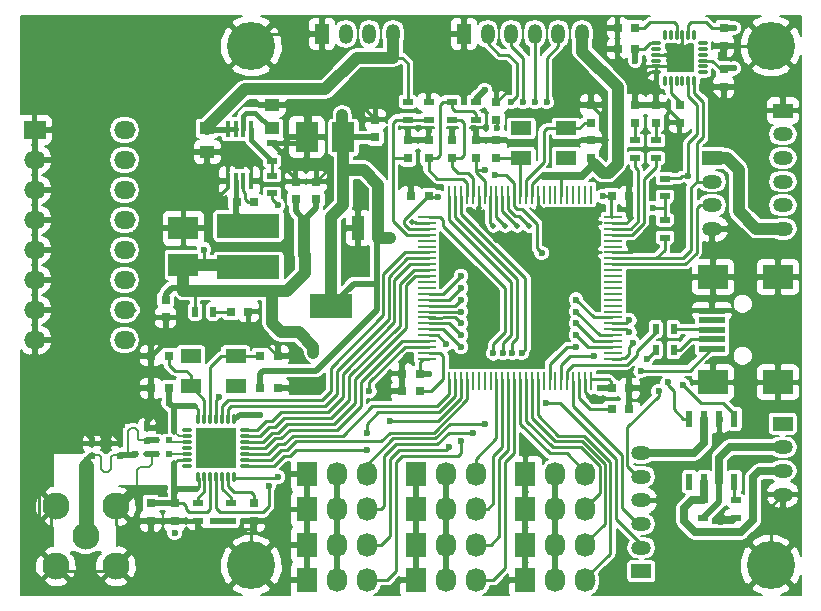
<source format=gtl>
G04 #@! TF.FileFunction,Copper,L1,Top,Signal*
%FSLAX46Y46*%
G04 Gerber Fmt 4.6, Leading zero omitted, Abs format (unit mm)*
G04 Created by KiCad (PCBNEW (2015-09-15 BZR 6201)-product) date tis 17 nov 2015 13:25:14*
%MOMM*%
G01*
G04 APERTURE LIST*
%ADD10C,0.100000*%
%ADD11O,0.850000X0.290000*%
%ADD12O,0.290000X0.850000*%
%ADD13R,1.675000X1.675000*%
%ADD14R,2.499360X1.950720*%
%ADD15R,1.950720X2.499360*%
%ADD16R,0.797560X0.797560*%
%ADD17C,2.300000*%
%ADD18R,5.295900X1.998980*%
%ADD19R,1.198880X1.699260*%
%ADD20O,1.198880X1.699260*%
%ADD21R,1.699260X1.198880*%
%ADD22O,1.699260X1.198880*%
%ADD23R,1.727200X2.032000*%
%ADD24O,1.727200X2.032000*%
%ADD25R,0.750000X0.800000*%
%ADD26R,1.250000X1.000000*%
%ADD27R,0.800000X0.750000*%
%ADD28R,0.600000X0.500000*%
%ADD29R,0.500000X0.600000*%
%ADD30R,0.900000X0.500000*%
%ADD31R,2.301240X0.500380*%
%ADD32R,2.499360X1.998980*%
%ADD33R,0.500000X0.900000*%
%ADD34R,1.824000X1.524000*%
%ADD35O,1.824000X1.524000*%
%ADD36R,0.450000X1.450000*%
%ADD37R,3.657600X2.032000*%
%ADD38R,1.016000X2.032000*%
%ADD39R,0.599440X1.399540*%
%ADD40R,0.280000X1.500000*%
%ADD41R,1.500000X0.280000*%
%ADD42R,1.800860X1.198880*%
%ADD43C,4.064000*%
%ADD44C,0.600000*%
%ADD45C,0.500000*%
%ADD46C,0.254000*%
%ADD47C,0.400000*%
%ADD48C,0.500000*%
%ADD49C,0.203000*%
%ADD50C,1.000000*%
%ADD51C,0.700000*%
%ADD52C,1.270000*%
%ADD53C,0.200000*%
G04 APERTURE END LIST*
D10*
D11*
X144200000Y-88250000D03*
X144200000Y-87750000D03*
X144200000Y-87250000D03*
X144200000Y-86750000D03*
X144200000Y-86250000D03*
X144200000Y-85750000D03*
D12*
X143500000Y-85050000D03*
X143000000Y-85050000D03*
X142500000Y-85050000D03*
X142000000Y-85050000D03*
X141500000Y-85050000D03*
X141000000Y-85050000D03*
D11*
X140300000Y-85750000D03*
X140300000Y-86250000D03*
X140300000Y-86750000D03*
X140300000Y-87250000D03*
X140300000Y-87750000D03*
X140300000Y-88250000D03*
D12*
X141000000Y-88950000D03*
X141500000Y-88950000D03*
X142000000Y-88950000D03*
X142500000Y-88950000D03*
X143000000Y-88950000D03*
X143500000Y-88950000D03*
D11*
X105468000Y-121546000D03*
X105468000Y-121046000D03*
X105468000Y-120546000D03*
X105468000Y-120046000D03*
X105468000Y-119546000D03*
X105468000Y-119046000D03*
X105468000Y-118546000D03*
D12*
X104518000Y-117596000D03*
X104018000Y-117596000D03*
X103518000Y-117596000D03*
X103018000Y-117596000D03*
X102518000Y-117596000D03*
X102018000Y-117596000D03*
X101518000Y-117596000D03*
D11*
X100568000Y-118546000D03*
X100568000Y-119046000D03*
X100568000Y-119546000D03*
X100568000Y-120046000D03*
X100568000Y-120546000D03*
X100568000Y-121046000D03*
X100568000Y-121546000D03*
D12*
X101518000Y-122496000D03*
X102018000Y-122496000D03*
X102518000Y-122496000D03*
X103018000Y-122496000D03*
X103518000Y-122496000D03*
X104018000Y-122496000D03*
X104518000Y-122496000D03*
D13*
X102180500Y-119208500D03*
X102180500Y-120883500D03*
X103855500Y-119208500D03*
X103855500Y-120883500D03*
D14*
X100250000Y-101450600D03*
X100250000Y-104549400D03*
D15*
X110700600Y-93750000D03*
X113799400Y-93750000D03*
D16*
X140250000Y-92499300D03*
X140250000Y-91000700D03*
X138500000Y-92499300D03*
X138500000Y-91000700D03*
D17*
X91977000Y-127539200D03*
X94517000Y-124999200D03*
X89437000Y-124999200D03*
X89437000Y-130079200D03*
X94517000Y-130079200D03*
D18*
X105750000Y-104747520D03*
X105750000Y-101252480D03*
D19*
X111997720Y-85000000D03*
D20*
X116000760Y-85000000D03*
X113999240Y-85000000D03*
X117999740Y-85000000D03*
D19*
X123996200Y-85000000D03*
D20*
X127999240Y-85000000D03*
X125997720Y-85000000D03*
X129998220Y-85000000D03*
X131999740Y-85000000D03*
X134001260Y-85000000D03*
D21*
X139000000Y-130502020D03*
D22*
X139000000Y-126498980D03*
X139000000Y-128500500D03*
X139000000Y-124500000D03*
X139000000Y-122498480D03*
X139000000Y-120496960D03*
D21*
X145000000Y-95497720D03*
D22*
X145000000Y-99500760D03*
X145000000Y-97499240D03*
X145000000Y-101499740D03*
D21*
X151000000Y-91496200D03*
D22*
X151000000Y-95499240D03*
X151000000Y-93497720D03*
X151000000Y-97498220D03*
X151000000Y-99499740D03*
X151000000Y-101501260D03*
D21*
X151000000Y-117997720D03*
D22*
X151000000Y-122000760D03*
X151000000Y-119999240D03*
X151000000Y-123999740D03*
D23*
X110710000Y-128250000D03*
D24*
X113250000Y-128250000D03*
X115790000Y-128250000D03*
D23*
X110710000Y-131250000D03*
D24*
X113250000Y-131250000D03*
X115790000Y-131250000D03*
D23*
X110710000Y-125250000D03*
D24*
X113250000Y-125250000D03*
X115790000Y-125250000D03*
D23*
X110710000Y-122250000D03*
D24*
X113250000Y-122250000D03*
X115790000Y-122250000D03*
D23*
X119960000Y-131250000D03*
D24*
X122500000Y-131250000D03*
X125040000Y-131250000D03*
D23*
X119960000Y-128250000D03*
D24*
X122500000Y-128250000D03*
X125040000Y-128250000D03*
D23*
X119960000Y-125250000D03*
D24*
X122500000Y-125250000D03*
X125040000Y-125250000D03*
D23*
X119960000Y-122250000D03*
D24*
X122500000Y-122250000D03*
X125040000Y-122250000D03*
D23*
X129210000Y-131250000D03*
D24*
X131750000Y-131250000D03*
X134290000Y-131250000D03*
D23*
X129210000Y-128250000D03*
D24*
X131750000Y-128250000D03*
X134290000Y-128250000D03*
D23*
X129210000Y-125250000D03*
D24*
X131750000Y-125250000D03*
X134290000Y-125250000D03*
D23*
X129210000Y-122250000D03*
D24*
X131750000Y-122250000D03*
X134290000Y-122250000D03*
D16*
X104250700Y-108500000D03*
X105749300Y-108500000D03*
D25*
X119250000Y-95500000D03*
X119250000Y-94000000D03*
D26*
X102250000Y-95000000D03*
X102250000Y-93000000D03*
X107750000Y-91000000D03*
X107750000Y-93000000D03*
D27*
X104750000Y-99250000D03*
X106250000Y-99250000D03*
D25*
X98750000Y-109000000D03*
X98750000Y-107500000D03*
X111500000Y-97500000D03*
X111500000Y-99000000D03*
X109750000Y-97500000D03*
X109750000Y-99000000D03*
X116500000Y-92250000D03*
X116500000Y-93750000D03*
X106250000Y-126250000D03*
X106250000Y-124750000D03*
D27*
X108250000Y-115000000D03*
X106750000Y-115000000D03*
D28*
X98996000Y-119411000D03*
X97896000Y-119411000D03*
X98996000Y-120554000D03*
X97896000Y-120554000D03*
D27*
X97500000Y-115000000D03*
X99000000Y-115000000D03*
X106750000Y-112250000D03*
X108250000Y-112250000D03*
D25*
X97500000Y-126250000D03*
X97500000Y-124750000D03*
D29*
X97176000Y-118353000D03*
X97176000Y-119453000D03*
D27*
X99000000Y-112250000D03*
X97500000Y-112250000D03*
D25*
X99500000Y-126250000D03*
X99500000Y-124750000D03*
D28*
X96118000Y-120554000D03*
X97218000Y-120554000D03*
D29*
X94898000Y-119674000D03*
X94898000Y-120774000D03*
X92485000Y-119674000D03*
X92485000Y-120774000D03*
D27*
X136500000Y-115000000D03*
X138000000Y-115000000D03*
X138500000Y-84500000D03*
X137000000Y-84500000D03*
D25*
X142250000Y-91000000D03*
X142250000Y-92500000D03*
X146000000Y-84500000D03*
X146000000Y-86000000D03*
D27*
X138500000Y-86250000D03*
X137000000Y-86250000D03*
D25*
X146000000Y-88000000D03*
X146000000Y-89500000D03*
X134750000Y-92500000D03*
X134750000Y-91000000D03*
D27*
X120250000Y-115250000D03*
X118750000Y-115250000D03*
X136500000Y-116750000D03*
X138000000Y-116750000D03*
D25*
X126750000Y-90750000D03*
X126750000Y-92250000D03*
X126750000Y-95500000D03*
X126750000Y-94000000D03*
X123000000Y-94000000D03*
X123000000Y-95500000D03*
X121000000Y-95500000D03*
X121000000Y-94000000D03*
X125000000Y-94000000D03*
X125000000Y-95500000D03*
D27*
X118750000Y-113750000D03*
X120250000Y-113750000D03*
D25*
X134750000Y-94000000D03*
X134750000Y-95500000D03*
D27*
X138000000Y-98750000D03*
X136500000Y-98750000D03*
X119500000Y-98750000D03*
X121000000Y-98750000D03*
D30*
X125000000Y-90750000D03*
X125000000Y-92250000D03*
D31*
X144996580Y-111653840D03*
X144996580Y-110853740D03*
X144996580Y-110053640D03*
X144996580Y-109253540D03*
X144996580Y-108453440D03*
D32*
X145095640Y-114503720D03*
X150594740Y-114503720D03*
X145095640Y-105603560D03*
X150594740Y-105603560D03*
D30*
X119250000Y-90750000D03*
X119250000Y-92250000D03*
X121000000Y-92250000D03*
X121000000Y-90750000D03*
X140250000Y-94000000D03*
X140250000Y-95500000D03*
X138500000Y-94000000D03*
X138500000Y-95500000D03*
D33*
X141750000Y-111750000D03*
X140250000Y-111750000D03*
X141750000Y-110000000D03*
X140250000Y-110000000D03*
D30*
X107750000Y-97000000D03*
X107750000Y-98500000D03*
X107750000Y-94250000D03*
X107750000Y-95750000D03*
X104250000Y-126250000D03*
X104250000Y-124750000D03*
X101500000Y-124750000D03*
X101500000Y-126250000D03*
X144250000Y-126000000D03*
X144250000Y-124500000D03*
X147000000Y-124500000D03*
X147000000Y-126000000D03*
X123000000Y-92250000D03*
X123000000Y-90750000D03*
D33*
X102750000Y-108500000D03*
X101250000Y-108500000D03*
D30*
X141000000Y-100750000D03*
X141000000Y-102250000D03*
X141000000Y-98750000D03*
X141000000Y-97250000D03*
D34*
X87651000Y-93122000D03*
D35*
X95271000Y-93122000D03*
X87651000Y-95662000D03*
X95271000Y-95662000D03*
X87651000Y-98202000D03*
X95271000Y-98202000D03*
X87651000Y-100742000D03*
X95271000Y-100742000D03*
X87651000Y-103282000D03*
X95271000Y-103282000D03*
X87651000Y-105822000D03*
X95271000Y-105822000D03*
X87651000Y-108362000D03*
X95271000Y-108362000D03*
X87651000Y-110902000D03*
X95271000Y-110902000D03*
D36*
X105975000Y-93050000D03*
X105325000Y-93050000D03*
X104675000Y-93050000D03*
X104025000Y-93050000D03*
X104025000Y-97450000D03*
X104675000Y-97450000D03*
X105325000Y-97450000D03*
X105975000Y-97450000D03*
D37*
X112750000Y-108052000D03*
D38*
X112750000Y-101448000D03*
X110464000Y-101448000D03*
X115036000Y-101448000D03*
D39*
X146905000Y-122917000D03*
X146905000Y-117583000D03*
X145635000Y-122917000D03*
X144365000Y-122917000D03*
X143095000Y-122917000D03*
X145635000Y-117583000D03*
X144365000Y-117583000D03*
X143095000Y-117583000D03*
D40*
X134750000Y-98600000D03*
X134250000Y-98600000D03*
X133750000Y-98600000D03*
X133250000Y-98600000D03*
X132750000Y-98600000D03*
X132250000Y-98600000D03*
X131750000Y-98600000D03*
X131250000Y-98600000D03*
X130750000Y-98600000D03*
X130250000Y-98600000D03*
X129750000Y-98600000D03*
X129250000Y-98600000D03*
X128750000Y-98600000D03*
X128250000Y-98600000D03*
X127750000Y-98600000D03*
X127250000Y-98600000D03*
X126750000Y-98600000D03*
X126250000Y-98600000D03*
X125750000Y-98600000D03*
X125250000Y-98600000D03*
X124750000Y-98600000D03*
X124250000Y-98600000D03*
X123750000Y-98600000D03*
X123250000Y-98600000D03*
X122750000Y-98600000D03*
D41*
X120850000Y-100500000D03*
X120850000Y-101000000D03*
X120850000Y-101500000D03*
X120850000Y-102000000D03*
X120850000Y-102500000D03*
X120850000Y-103000000D03*
X120850000Y-103500000D03*
X120850000Y-104000000D03*
X120850000Y-104500000D03*
X120850000Y-105000000D03*
X120850000Y-105500000D03*
X120850000Y-106000000D03*
X120850000Y-106500000D03*
X120850000Y-107000000D03*
X120850000Y-107500000D03*
X120850000Y-108000000D03*
X120850000Y-108500000D03*
X120850000Y-109000000D03*
X120850000Y-109500000D03*
X120850000Y-110000000D03*
X120850000Y-110500000D03*
X120850000Y-111000000D03*
X120850000Y-111500000D03*
X120850000Y-112000000D03*
X120850000Y-112500000D03*
D40*
X122750000Y-114400000D03*
X123250000Y-114400000D03*
X123750000Y-114400000D03*
X124250000Y-114400000D03*
X124750000Y-114400000D03*
X125250000Y-114400000D03*
X125750000Y-114400000D03*
X126250000Y-114400000D03*
X126750000Y-114400000D03*
X127250000Y-114400000D03*
X127750000Y-114400000D03*
X128250000Y-114400000D03*
X128750000Y-114400000D03*
X129250000Y-114400000D03*
X129750000Y-114400000D03*
X130250000Y-114400000D03*
X130750000Y-114400000D03*
X131250000Y-114400000D03*
X131750000Y-114400000D03*
X132250000Y-114400000D03*
X132750000Y-114400000D03*
X133250000Y-114400000D03*
X133750000Y-114400000D03*
X134250000Y-114400000D03*
X134750000Y-114400000D03*
D41*
X136650000Y-112500000D03*
X136650000Y-112000000D03*
X136650000Y-111500000D03*
X136650000Y-111000000D03*
X136650000Y-110500000D03*
X136650000Y-110000000D03*
X136650000Y-109500000D03*
X136650000Y-109000000D03*
X136650000Y-108500000D03*
X136650000Y-108000000D03*
X136650000Y-107500000D03*
X136650000Y-107000000D03*
X136650000Y-106500000D03*
X136650000Y-106000000D03*
X136650000Y-105500000D03*
X136650000Y-105000000D03*
X136650000Y-104500000D03*
X136650000Y-104000000D03*
X136650000Y-103500000D03*
X136650000Y-103000000D03*
X136650000Y-102500000D03*
X136650000Y-102000000D03*
X136650000Y-101500000D03*
X136650000Y-101000000D03*
X136650000Y-100500000D03*
D42*
X104659920Y-114799680D03*
X104659920Y-112300320D03*
X100860080Y-112300320D03*
X100860080Y-114799680D03*
X132649920Y-95499680D03*
X132649920Y-93000320D03*
X128850080Y-93000320D03*
X128850080Y-95499680D03*
D43*
X150000000Y-86000000D03*
X150000000Y-130000000D03*
X106000000Y-130000000D03*
X106000000Y-86000000D03*
D44*
X99500000Y-127250000D03*
X145750000Y-126307980D03*
X145749980Y-86750000D03*
X124862000Y-93000002D03*
X141372000Y-95281000D03*
X108077000Y-125603000D03*
D45*
X119606831Y-100919180D03*
X138176000Y-100584000D03*
D44*
X138557000Y-103124000D03*
X121000000Y-93250000D03*
X119250000Y-93250000D03*
X92104000Y-118827000D03*
X92866000Y-118827000D03*
X93628000Y-118827000D03*
X94390000Y-118827000D03*
X117500000Y-115500000D03*
X145500000Y-119000000D03*
X142500000Y-108500000D03*
X139250000Y-88000000D03*
X139250000Y-88750000D03*
X131000000Y-100250000D03*
D45*
X125250000Y-99750000D03*
D44*
X114500000Y-104500000D03*
X114500000Y-103750000D03*
X115500000Y-103750000D03*
X115500000Y-104500000D03*
X123000000Y-93250000D03*
X127750000Y-89750000D03*
X130000000Y-107500000D03*
X126750000Y-107500000D03*
X123750000Y-112750000D03*
X119250000Y-112500000D03*
X124750000Y-107500000D03*
X124750000Y-108500000D03*
X124750000Y-109500000D03*
X124750000Y-110500000D03*
X126750000Y-108500000D03*
X126750000Y-109500000D03*
X109250000Y-112250000D03*
X109250000Y-115000000D03*
X130000000Y-108500000D03*
X130000000Y-109500000D03*
X133500000Y-91000000D03*
D45*
X136000000Y-94000000D03*
D44*
X137750000Y-97500000D03*
X144750000Y-89750000D03*
X96287000Y-123729000D03*
X96922000Y-123729000D03*
X97557000Y-123729000D03*
X102250000Y-119250000D03*
X97438000Y-117557000D03*
X103500000Y-119250000D03*
X102750000Y-96500000D03*
X101750000Y-96500000D03*
X101750000Y-97500000D03*
X102750000Y-97500000D03*
X102750000Y-98500000D03*
X109000000Y-96500000D03*
X105500000Y-96000000D03*
X117000000Y-95000000D03*
X117000000Y-96000000D03*
X117750000Y-91750000D03*
X119500000Y-97500000D03*
X109750000Y-91250000D03*
X111000000Y-91250000D03*
X112250000Y-91250000D03*
X112500000Y-96500000D03*
X133500000Y-103500000D03*
X134500000Y-103500000D03*
X134500000Y-104500000D03*
X121941000Y-89820000D03*
X95000000Y-127000000D03*
X95000000Y-128000000D03*
X92500000Y-130500000D03*
X91500000Y-130500000D03*
X89000000Y-128000000D03*
X89000000Y-127000000D03*
X89000000Y-123000000D03*
X89000000Y-121500000D03*
X89000000Y-120000000D03*
X90500000Y-120000000D03*
X97500000Y-127250000D03*
X100000000Y-99500000D03*
X101000000Y-99500000D03*
X102256000Y-120808000D03*
X103526000Y-120808000D03*
X135000000Y-116000000D03*
X139000000Y-116000000D03*
X108250000Y-99500000D03*
X102000000Y-103250000D03*
X110500000Y-103750000D03*
X111250000Y-112000000D03*
X113686000Y-91852000D03*
X146833008Y-87915000D03*
X146833004Y-84486000D03*
X102750000Y-126245980D03*
X121793000Y-98806000D03*
X140000000Y-99750000D03*
X125750000Y-96500000D03*
X135750000Y-96750000D03*
X117750000Y-102250000D03*
X106750000Y-114000000D03*
X135750000Y-98750000D03*
X135500000Y-115000000D03*
X125750000Y-89750000D03*
X121000000Y-113750000D03*
X138500000Y-87250000D03*
X99500000Y-123750000D03*
X103250000Y-115750000D03*
X106750000Y-117250000D03*
X99000000Y-116250000D03*
X126767000Y-92995000D03*
X126640000Y-96932000D03*
X130577000Y-103536000D03*
X130958000Y-116236000D03*
X129000000Y-90750000D03*
D45*
X127500000Y-101250000D03*
X126500000Y-101250000D03*
D44*
X128000000Y-90750000D03*
X130000000Y-90750000D03*
D45*
X128500000Y-101250000D03*
D44*
X131000000Y-90750000D03*
D45*
X129500000Y-101250000D03*
D44*
X140483000Y-115220000D03*
X138324000Y-111156000D03*
X143000000Y-97000000D03*
X133500000Y-108500000D03*
X133500000Y-107500000D03*
X133500000Y-109500000D03*
X133500000Y-110500000D03*
X126499241Y-112050637D03*
X122750000Y-120000000D03*
X127298120Y-112008069D03*
X123750000Y-119500000D03*
X128098081Y-111999011D03*
X124750000Y-118750000D03*
X128898092Y-112000071D03*
X125750000Y-118000000D03*
X139500000Y-112500006D03*
X135000000Y-112250000D03*
X122500000Y-111250000D03*
X123750000Y-111500000D03*
X123750000Y-110500000D03*
X123750000Y-109500000D03*
X123750000Y-108500000D03*
X123750000Y-107500000D03*
X123750000Y-106500000D03*
X123750000Y-105500000D03*
X117750000Y-117750000D03*
X115750000Y-120250000D03*
X116000000Y-115250000D03*
X107500000Y-123250000D03*
X115750000Y-118750000D03*
X108250000Y-122500000D03*
X142515000Y-114712000D03*
X138000000Y-109250000D03*
X141250000Y-114500000D03*
X138000000Y-110250000D03*
X138969661Y-113530339D03*
X133500000Y-111500000D03*
D46*
X118000000Y-95500000D02*
X118000000Y-100827032D01*
X118000000Y-100827032D02*
X119177168Y-102004200D01*
X119177168Y-102004200D02*
X121003000Y-102004200D01*
X119250000Y-95512000D02*
X118000000Y-95512000D01*
X118000000Y-95512000D02*
X118000000Y-95500000D01*
X119250000Y-92262000D02*
X118238000Y-92262000D01*
X118000000Y-92500000D02*
X118000000Y-95500000D01*
X118238000Y-92262000D02*
X118000000Y-92500000D01*
X121250000Y-92262000D02*
X119000000Y-92262000D01*
X116500000Y-92250000D02*
X116500000Y-92225000D01*
X116500000Y-92225000D02*
X115111000Y-90836000D01*
X115111000Y-90836000D02*
X112664000Y-90836000D01*
X112664000Y-90836000D02*
X112549999Y-90950001D01*
X112549999Y-90950001D02*
X112250000Y-91250000D01*
X106000000Y-86000000D02*
X107000000Y-85000000D01*
X107000000Y-85000000D02*
X111997720Y-85000000D01*
X106250000Y-126250000D02*
X106000000Y-126500000D01*
X106000000Y-126500000D02*
X106000000Y-130000000D01*
X151000000Y-123999740D02*
X150000000Y-124999740D01*
X150000000Y-124999740D02*
X150000000Y-130000000D01*
X146174264Y-126307980D02*
X145750000Y-126307980D01*
X147000000Y-126012000D02*
X146704020Y-126307980D01*
X146704020Y-126307980D02*
X146174264Y-126307980D01*
X150000000Y-86000000D02*
X146000000Y-86000000D01*
X145749980Y-86325736D02*
X145749980Y-86750000D01*
X145749980Y-86262020D02*
X145749980Y-86325736D01*
X146000000Y-86012000D02*
X145749980Y-86262020D01*
X101500000Y-126250000D02*
X101500000Y-126519000D01*
X105918000Y-126873000D02*
X106250000Y-126541000D01*
X101500000Y-126519000D02*
X101854000Y-126873000D01*
X101854000Y-126873000D02*
X105918000Y-126873000D01*
X106250000Y-126541000D02*
X106250000Y-126250000D01*
X101000000Y-99500000D02*
X101750000Y-99500000D01*
X101750000Y-99500000D02*
X102750000Y-98500000D01*
X102750000Y-96500000D02*
X102250000Y-96000000D01*
X102250000Y-96000000D02*
X102250000Y-95000000D01*
X125000000Y-94000000D02*
X126750000Y-94000000D01*
X125000000Y-93250000D02*
X125000000Y-93138002D01*
X125000000Y-93138002D02*
X124862000Y-93000002D01*
X119250000Y-94000000D02*
X121000000Y-94000000D01*
X141372000Y-95281000D02*
X142250000Y-94403000D01*
X142250000Y-94403000D02*
X142250000Y-92500000D01*
X140300000Y-88250000D02*
X140300000Y-87750000D01*
X105749300Y-108500000D02*
X105749300Y-109774300D01*
X105749300Y-109774300D02*
X108225000Y-112250000D01*
X108225000Y-112250000D02*
X108250000Y-112250000D01*
X134750000Y-91000000D02*
X134750000Y-91025000D01*
X134750000Y-91025000D02*
X136000000Y-92275000D01*
X136000000Y-92275000D02*
X136000000Y-93646447D01*
X136000000Y-93646447D02*
X136000000Y-94000000D01*
X142250000Y-92500000D02*
X142250000Y-92347920D01*
X142250000Y-92347920D02*
X140902780Y-91000700D01*
X140902780Y-91000700D02*
X140250000Y-91000700D01*
X138500000Y-91000700D02*
X140250000Y-91000700D01*
X138500000Y-91000700D02*
X138500000Y-89500000D01*
X138500000Y-89500000D02*
X139250000Y-88750000D01*
X151000000Y-91496200D02*
X146496200Y-91496200D01*
X146496200Y-91496200D02*
X144750000Y-89750000D01*
X137000000Y-86250000D02*
X137000000Y-86879000D01*
X137000000Y-86879000D02*
X138871000Y-88750000D01*
X138871000Y-88750000D02*
X138896447Y-88750000D01*
X138896447Y-88750000D02*
X139250000Y-88750000D01*
X137000000Y-84500000D02*
X137000000Y-86250000D01*
X123309418Y-88451582D02*
X121941000Y-89820000D01*
X123996200Y-87764800D02*
X123309418Y-88451582D01*
X123309418Y-88451582D02*
X126451582Y-88451582D01*
X126451582Y-88451582D02*
X127750000Y-89750000D01*
X123996200Y-85000000D02*
X123996200Y-87764800D01*
X106250000Y-126250000D02*
X107430000Y-126250000D01*
X107430000Y-126250000D02*
X108077000Y-125603000D01*
X94517000Y-124999200D02*
X95016800Y-124999200D01*
X95016800Y-124999200D02*
X96287000Y-123729000D01*
X89000000Y-127000000D02*
X89000000Y-125436200D01*
X89000000Y-125436200D02*
X89437000Y-124999200D01*
X91500000Y-130500000D02*
X89857800Y-130500000D01*
X89857800Y-130500000D02*
X89437000Y-130079200D01*
X92500000Y-130500000D02*
X94096200Y-130500000D01*
X94096200Y-130500000D02*
X94517000Y-130079200D01*
X94517000Y-124999200D02*
X94517000Y-126517000D01*
X94517000Y-126517000D02*
X95000000Y-127000000D01*
X101500000Y-126250000D02*
X99500000Y-126250000D01*
X97500000Y-126250000D02*
X99500000Y-126250000D01*
X150594740Y-105603560D02*
X150594740Y-106857050D01*
X150594740Y-106857050D02*
X150594740Y-114503720D01*
X145095640Y-114503720D02*
X146599320Y-114503720D01*
X146599320Y-114503720D02*
X150594740Y-114503720D01*
X144996580Y-108453440D02*
X144996580Y-105702620D01*
X144996580Y-105702620D02*
X145095640Y-105603560D01*
X145095640Y-105603560D02*
X150594740Y-105603560D01*
X145095640Y-105603560D02*
X145095640Y-101595380D01*
X145095640Y-101595380D02*
X145000000Y-101499740D01*
X138176000Y-100584000D02*
X138176000Y-98926000D01*
X138176000Y-98926000D02*
X138000000Y-98750000D01*
X138000000Y-115000000D02*
X138000000Y-115985237D01*
X138000000Y-115985237D02*
X138000000Y-116750000D01*
X139000000Y-116000000D02*
X138014763Y-116000000D01*
X138014763Y-116000000D02*
X138000000Y-115985237D01*
D47*
X107750000Y-94250000D02*
X110200600Y-94250000D01*
X110200600Y-94250000D02*
X110700600Y-93750000D01*
X107750000Y-91000000D02*
X109500000Y-91000000D01*
X109500000Y-91000000D02*
X109750000Y-91250000D01*
X107750000Y-94250000D02*
X109000000Y-95500000D01*
X109000000Y-95500000D02*
X109000000Y-96500000D01*
X98750000Y-109000000D02*
X98750000Y-111000000D01*
X98750000Y-111000000D02*
X97500000Y-112250000D01*
X97500000Y-112250000D02*
X97500000Y-115000000D01*
X97438000Y-117557000D02*
X97438000Y-115062000D01*
X97438000Y-115062000D02*
X97500000Y-115000000D01*
X87651000Y-110902000D02*
X87651000Y-114374000D01*
X87651000Y-114374000D02*
X92104000Y-118827000D01*
X87651000Y-108362000D02*
X87651000Y-110902000D01*
X87651000Y-105822000D02*
X87651000Y-108362000D01*
X87651000Y-103282000D02*
X87651000Y-105822000D01*
X87651000Y-100742000D02*
X87651000Y-103282000D01*
X87651000Y-98202000D02*
X87651000Y-100742000D01*
X87651000Y-98202000D02*
X87651000Y-95662000D01*
X87651000Y-93122000D02*
X87651000Y-95662000D01*
D46*
X142500000Y-85050000D02*
X142500000Y-85729000D01*
X142500000Y-85729000D02*
X141351000Y-86878000D01*
X141351000Y-86878000D02*
X141351000Y-86995000D01*
X141351000Y-87503000D02*
X141104000Y-87750000D01*
X141104000Y-87750000D02*
X140300000Y-87750000D01*
X141351000Y-86995000D02*
X141351000Y-87503000D01*
X141106000Y-86750000D02*
X141351000Y-86995000D01*
X140300000Y-86750000D02*
X141106000Y-86750000D01*
X119842180Y-100919180D02*
X119606831Y-100919180D01*
X119936600Y-101013600D02*
X119842180Y-100919180D01*
X121003000Y-101013600D02*
X119936600Y-101013600D01*
X137926001Y-100833999D02*
X138176000Y-100584000D01*
X137771800Y-100988200D02*
X137926001Y-100833999D01*
X136497000Y-100988200D02*
X137771800Y-100988200D01*
X138307001Y-103373999D02*
X138557000Y-103124000D01*
X136497000Y-103502800D02*
X138178200Y-103502800D01*
X138178200Y-103502800D02*
X138307001Y-103373999D01*
X134261800Y-114247000D02*
X134261800Y-115338800D01*
X134261800Y-115338800D02*
X134923000Y-116000000D01*
X134923000Y-116000000D02*
X135000000Y-116000000D01*
X121000000Y-93988000D02*
X121000000Y-93250000D01*
X119250000Y-93988000D02*
X119250000Y-93250000D01*
X128500000Y-130750000D02*
X128750000Y-131250000D01*
D48*
X110710000Y-122250000D02*
X110710000Y-125250000D01*
X110710000Y-125250000D02*
X110710000Y-128250000D01*
X110710000Y-128250000D02*
X110710000Y-131250000D01*
X119960000Y-122250000D02*
X119960000Y-125250000D01*
X119960000Y-125250000D02*
X119960000Y-128250000D01*
X119960000Y-128250000D02*
X119960000Y-131250000D01*
X129210000Y-128250000D02*
X129210000Y-131250000D01*
X129210000Y-128250000D02*
X129210000Y-125250000D01*
X129210000Y-125250000D02*
X129210000Y-122250000D01*
X92485000Y-119208000D02*
X92104000Y-118827000D01*
X94898000Y-119335000D02*
X94898000Y-119774420D01*
X93628000Y-118827000D02*
X92866000Y-118827000D01*
X94898000Y-119335000D02*
X94390000Y-118827000D01*
X92485000Y-119774420D02*
X92485000Y-119208000D01*
D46*
X117750000Y-115250000D02*
X117500000Y-115500000D01*
X118738000Y-115250000D02*
X117750000Y-115250000D01*
X118738000Y-113750000D02*
X118738000Y-115250000D01*
X145500000Y-119000000D02*
X145635000Y-118865000D01*
X145635000Y-118865000D02*
X145635000Y-117583000D01*
X142597660Y-108402340D02*
X142500000Y-108500000D01*
X145000260Y-108402340D02*
X142597660Y-108402340D01*
X139500700Y-87749300D02*
X139250000Y-88000000D01*
X140251020Y-87749300D02*
X139500700Y-87749300D01*
X139750320Y-88249680D02*
X139250000Y-88750000D01*
X140251020Y-88249680D02*
X139750320Y-88249680D01*
X125250000Y-101000000D02*
X126750000Y-102500000D01*
X126750000Y-102500000D02*
X128000000Y-102500000D01*
X128000000Y-102500000D02*
X130000000Y-104500000D01*
X132250000Y-104500000D02*
X132750000Y-104000000D01*
X130000000Y-104500000D02*
X132250000Y-104500000D01*
X132750000Y-104000000D02*
X132750000Y-103500000D01*
X130248600Y-99498600D02*
X130248600Y-98753000D01*
X132750000Y-102000000D02*
X131000000Y-100250000D01*
X132750000Y-103500000D02*
X132750000Y-102000000D01*
X130248600Y-99498600D02*
X131000000Y-100250000D01*
X125244800Y-99744800D02*
X125250000Y-99750000D01*
X125244800Y-98753000D02*
X125244800Y-99744800D01*
X125250000Y-99750000D02*
X125250000Y-101000000D01*
X109750000Y-97488000D02*
X109750000Y-97250000D01*
X111500000Y-97488000D02*
X111512000Y-97488000D01*
X115500000Y-104500000D02*
X115500000Y-103750000D01*
X115036000Y-103214000D02*
X114500000Y-103750000D01*
X115036000Y-103214000D02*
X115036000Y-101448000D01*
X125000000Y-93250000D02*
X125000000Y-93988000D01*
X123000000Y-93988000D02*
X123000000Y-93250000D01*
X126762000Y-90738000D02*
X127750000Y-89750000D01*
X126750000Y-90738000D02*
X126762000Y-90738000D01*
X126750000Y-109750000D02*
X125000000Y-111500000D01*
X125000000Y-111500000D02*
X125000000Y-112500000D01*
X125000000Y-112500000D02*
X124750000Y-112750000D01*
X124750000Y-112750000D02*
X123750000Y-112750000D01*
X119250000Y-112500000D02*
X118738000Y-113012000D01*
X118738000Y-113012000D02*
X118738000Y-113750000D01*
X130000000Y-104500000D02*
X130000000Y-107500000D01*
D48*
X124750000Y-108500000D02*
X124750000Y-109500000D01*
X126750000Y-107500000D02*
X124750000Y-107500000D01*
X126750000Y-108500000D02*
X126750000Y-109500000D01*
D46*
X109250000Y-115000000D02*
X108262000Y-115000000D01*
X108262000Y-112250000D02*
X109250000Y-112250000D01*
X130000000Y-108500000D02*
X130000000Y-109500000D01*
X133512000Y-90988000D02*
X133500000Y-91000000D01*
X134750000Y-90988000D02*
X133512000Y-90988000D01*
X135988000Y-93988000D02*
X136000000Y-94000000D01*
X134750000Y-93988000D02*
X135988000Y-93988000D01*
X138012000Y-97762000D02*
X137750000Y-97500000D01*
X138012000Y-98750000D02*
X138012000Y-97762000D01*
X146000000Y-89512000D02*
X144988000Y-89512000D01*
X144988000Y-89512000D02*
X144750000Y-89750000D01*
D48*
X97557000Y-120554000D02*
X97117580Y-120554000D01*
X97996420Y-120554000D02*
X97557000Y-120554000D01*
D49*
X96922000Y-123729000D02*
X97557000Y-123729000D01*
X97557000Y-120554000D02*
X97557000Y-121443000D01*
X96541000Y-121697000D02*
X96287000Y-121951000D01*
X97303000Y-121697000D02*
X96541000Y-121697000D01*
X97557000Y-121443000D02*
X97303000Y-121697000D01*
X96287000Y-121951000D02*
X96287000Y-123729000D01*
D48*
X103018000Y-120018000D02*
X103018000Y-120046000D01*
X102250000Y-119250000D02*
X103018000Y-120018000D01*
X97176000Y-118453420D02*
X97176000Y-117819000D01*
X97176000Y-117819000D02*
X97438000Y-117557000D01*
X103018000Y-119732000D02*
X103018000Y-120046000D01*
X103500000Y-119250000D02*
X103018000Y-119732000D01*
D46*
X132750000Y-103502800D02*
X132750000Y-103500000D01*
X104024640Y-97975360D02*
X104024640Y-97409000D01*
X102750000Y-96500000D02*
X101750000Y-96500000D01*
X101750000Y-97500000D02*
X102750000Y-97500000D01*
X102750000Y-98500000D02*
X103500000Y-98500000D01*
X103500000Y-98500000D02*
X104024640Y-97975360D01*
X109750000Y-97250000D02*
X109000000Y-96500000D01*
X105975360Y-96475360D02*
X105500000Y-96000000D01*
X105975360Y-97409000D02*
X105975360Y-96475360D01*
X117000000Y-95000000D02*
X117000000Y-96000000D01*
X117262000Y-92238000D02*
X116500000Y-92238000D01*
X117262000Y-92238000D02*
X117750000Y-91750000D01*
X119488000Y-97512000D02*
X119500000Y-97500000D01*
X119488000Y-98750000D02*
X119488000Y-97512000D01*
X109750000Y-91250000D02*
X111000000Y-91250000D01*
X111512000Y-97488000D02*
X112500000Y-96500000D01*
X111000000Y-93450600D02*
X110700600Y-93750000D01*
X111000000Y-91250000D02*
X111000000Y-93450600D01*
X134500000Y-103500000D02*
X134500000Y-104500000D01*
X132750000Y-103500000D02*
X133500000Y-103500000D01*
X121000000Y-89999000D02*
X121179000Y-89820000D01*
X121179000Y-89820000D02*
X121941000Y-89820000D01*
X121000000Y-90738000D02*
X121000000Y-89999000D01*
X95500000Y-127000000D02*
X95750000Y-127250000D01*
X95750000Y-127250000D02*
X97500000Y-127250000D01*
X91673000Y-118827000D02*
X92104000Y-118827000D01*
X96500000Y-129500000D02*
X95000000Y-128000000D01*
X96500000Y-131500000D02*
X96500000Y-129500000D01*
X96000000Y-132000000D02*
X96500000Y-131500000D01*
X94000000Y-132000000D02*
X96000000Y-132000000D01*
X92500000Y-130500000D02*
X94000000Y-132000000D01*
X90000000Y-132000000D02*
X91500000Y-130500000D01*
X89000000Y-132000000D02*
X90000000Y-132000000D01*
X87500000Y-130500000D02*
X89000000Y-132000000D01*
X87500000Y-129500000D02*
X87500000Y-130500000D01*
X89000000Y-128000000D02*
X87500000Y-129500000D01*
X88000000Y-126000000D02*
X89000000Y-127000000D01*
X88000000Y-124000000D02*
X88000000Y-126000000D01*
X89000000Y-123000000D02*
X88000000Y-124000000D01*
X89000000Y-120000000D02*
X89000000Y-121500000D01*
X91673000Y-118827000D02*
X90500000Y-120000000D01*
D48*
X97500000Y-126262000D02*
X97500000Y-127250000D01*
D46*
X95000000Y-127000000D02*
X95500000Y-127000000D01*
X100250000Y-99750000D02*
X100000000Y-99500000D01*
X100250000Y-101450600D02*
X100250000Y-99750000D01*
X102256000Y-120808000D02*
X103018000Y-120046000D01*
X103018000Y-120300000D02*
X103018000Y-120046000D01*
X103526000Y-120808000D02*
X103018000Y-120300000D01*
D50*
X117999740Y-87000000D02*
X114928860Y-87000000D01*
X114928860Y-87000000D02*
X112235860Y-89693000D01*
X112235860Y-89693000D02*
X105431000Y-89693000D01*
X105431000Y-89693000D02*
X102250000Y-92874000D01*
X102250000Y-92874000D02*
X102250000Y-93047500D01*
D47*
X104675000Y-93050000D02*
X104025000Y-93050000D01*
D46*
X119250000Y-90738000D02*
X119250000Y-87500000D01*
X118750000Y-87000000D02*
X117999740Y-87000000D01*
X119250000Y-87500000D02*
X118750000Y-87000000D01*
D50*
X117999740Y-87000000D02*
X117999740Y-85000000D01*
D48*
X102293500Y-93091000D02*
X102250000Y-93047500D01*
X104024640Y-93091000D02*
X102293500Y-93091000D01*
D47*
X106319000Y-91694000D02*
X105556000Y-91694000D01*
X105325000Y-91925000D02*
X105325000Y-93050000D01*
X105556000Y-91694000D02*
X105325000Y-91925000D01*
X107750000Y-93000000D02*
X107625000Y-93000000D01*
X107625000Y-93000000D02*
X106319000Y-91694000D01*
X104675000Y-97450000D02*
X104675000Y-99175000D01*
X104675000Y-99175000D02*
X104750000Y-99250000D01*
D48*
X104738000Y-100240480D02*
X105750000Y-101252480D01*
X104674880Y-99186880D02*
X104738000Y-99250000D01*
X104738000Y-99250000D02*
X104738000Y-100240480D01*
D46*
X105325120Y-98325120D02*
X105500000Y-98500000D01*
X105500000Y-98500000D02*
X105500000Y-99000000D01*
X105500000Y-99000000D02*
X105750000Y-99250000D01*
X105750000Y-99250000D02*
X106262000Y-99250000D01*
X105325120Y-97409000D02*
X105325120Y-98325120D01*
D48*
X98750000Y-107488000D02*
X98750000Y-107000000D01*
D50*
X102000000Y-104549400D02*
X105551880Y-104549400D01*
X100250000Y-104549400D02*
X102000000Y-104549400D01*
X105551880Y-104549400D02*
X105750000Y-104747520D01*
X100250000Y-104549400D02*
X100250000Y-106500000D01*
X110500000Y-105250000D02*
X110500000Y-103750000D01*
X109000000Y-106750000D02*
X110500000Y-105250000D01*
D48*
X110464000Y-101448000D02*
X110464000Y-100786000D01*
X110464000Y-100786000D02*
X111500000Y-99750000D01*
X111500000Y-99750000D02*
X111500000Y-99012000D01*
X110464000Y-101448000D02*
X110464000Y-100714000D01*
X110464000Y-100714000D02*
X109750000Y-100000000D01*
X109750000Y-100000000D02*
X109750000Y-99012000D01*
D50*
X110500000Y-103750000D02*
X110464000Y-103714000D01*
X110464000Y-101448000D02*
X110464000Y-103714000D01*
X151000000Y-101501260D02*
X148751260Y-101501260D01*
X146247720Y-95497720D02*
X145000000Y-95497720D01*
X147250000Y-96500000D02*
X146247720Y-95497720D01*
X147250000Y-100000000D02*
X147250000Y-96500000D01*
X148751260Y-101501260D02*
X147250000Y-100000000D01*
D46*
X100448120Y-104747520D02*
X100250000Y-104549400D01*
D48*
X113250000Y-122250000D02*
X113250000Y-125250000D01*
X113250000Y-125250000D02*
X113250000Y-128250000D01*
X113250000Y-128250000D02*
X113250000Y-131250000D01*
X122500000Y-122250000D02*
X122500000Y-125250000D01*
X122500000Y-125250000D02*
X122500000Y-128250000D01*
X122500000Y-128250000D02*
X122500000Y-131250000D01*
X131750000Y-122250000D02*
X131750000Y-125250000D01*
X131750000Y-125250000D02*
X131750000Y-128250000D01*
X131750000Y-128250000D02*
X131750000Y-131250000D01*
D46*
X102000000Y-104549400D02*
X102000000Y-104500000D01*
X107750000Y-99000000D02*
X108250000Y-99500000D01*
X102000000Y-103250000D02*
X102000000Y-104549400D01*
X107750000Y-98512000D02*
X107750000Y-99000000D01*
X101238000Y-108500000D02*
X101238000Y-106750000D01*
D48*
X99250000Y-106500000D02*
X100250000Y-106500000D01*
X98750000Y-107000000D02*
X99250000Y-106500000D01*
D50*
X100250000Y-106500000D02*
X100250000Y-106750000D01*
X101250000Y-106750000D02*
X107750000Y-106750000D01*
X100250000Y-106750000D02*
X101250000Y-106750000D01*
X107750000Y-106750000D02*
X109000000Y-106750000D01*
D46*
X101238000Y-106750000D02*
X101250000Y-106762000D01*
X101250000Y-106762000D02*
X101250000Y-106750000D01*
D50*
X107750000Y-109500000D02*
X108500000Y-110250000D01*
X108500000Y-110250000D02*
X110000000Y-110250000D01*
X110000000Y-110250000D02*
X111250000Y-111500000D01*
X111250000Y-111500000D02*
X111250000Y-112000000D01*
X107750000Y-108500000D02*
X107750000Y-106750000D01*
X107750000Y-108500000D02*
X107750000Y-109500000D01*
X113686000Y-92276264D02*
X113686000Y-91852000D01*
X113686000Y-93636600D02*
X113686000Y-92276264D01*
X113799400Y-93750000D02*
X113686000Y-93636600D01*
D48*
X146073000Y-87915000D02*
X146408744Y-87915000D01*
X146000000Y-87988000D02*
X146073000Y-87915000D01*
X146408744Y-87915000D02*
X146833008Y-87915000D01*
X146408736Y-84486000D02*
X146833004Y-84486000D01*
X146075736Y-84500000D02*
X146089736Y-84486000D01*
X146089736Y-84486000D02*
X146408736Y-84486000D01*
X146012000Y-84500000D02*
X146026000Y-84486000D01*
X146026000Y-84486000D02*
X146408736Y-84486000D01*
X104250000Y-126262000D02*
X104233980Y-126245980D01*
X103174264Y-126245980D02*
X102750000Y-126245980D01*
X104233980Y-126245980D02*
X103174264Y-126245980D01*
D50*
X112750000Y-101448000D02*
X112750000Y-108052000D01*
D48*
X116605945Y-106133990D02*
X116605945Y-108394055D01*
X116605945Y-102394055D02*
X116605945Y-106133990D01*
X116605945Y-106133990D02*
X114668010Y-106133990D01*
X114668010Y-106133990D02*
X112750000Y-108052000D01*
D51*
X143503800Y-120496200D02*
X143503040Y-120496960D01*
X143503040Y-120496960D02*
X139000000Y-120496960D01*
D46*
X140300000Y-85750000D02*
X139750000Y-85750000D01*
X139750000Y-85750000D02*
X139749680Y-85750320D01*
X121439447Y-98806000D02*
X121793000Y-98806000D01*
X120904000Y-98806000D02*
X121439447Y-98806000D01*
X118929998Y-101114962D02*
X118929998Y-100780002D01*
X119311236Y-101496200D02*
X118929998Y-101114962D01*
X118929998Y-100780002D02*
X120904000Y-98806000D01*
X121003000Y-101496200D02*
X119311236Y-101496200D01*
D48*
X111500000Y-113500000D02*
X107000000Y-113500000D01*
X116605945Y-108394055D02*
X111500000Y-113500000D01*
X107000000Y-113500000D02*
X106738000Y-113762000D01*
X116750000Y-102250000D02*
X116605945Y-102394055D01*
D46*
X125752800Y-98753000D02*
X125752800Y-97431800D01*
X125000000Y-96679000D02*
X125000000Y-96500000D01*
X125752800Y-97431800D02*
X125000000Y-96679000D01*
X130750000Y-97000000D02*
X130457000Y-97000000D01*
X130457000Y-97000000D02*
X129740600Y-97716400D01*
X129740600Y-97716400D02*
X129740600Y-98753000D01*
X141000000Y-99750000D02*
X140000000Y-99750000D01*
X141000000Y-98762000D02*
X141000000Y-99750000D01*
X141000000Y-99750000D02*
X141000000Y-100738000D01*
X125000000Y-96500000D02*
X125750000Y-96500000D01*
D50*
X116750000Y-102250000D02*
X117750000Y-102250000D01*
X135750000Y-96750000D02*
X135000000Y-96000000D01*
D48*
X135000000Y-96000000D02*
X134750000Y-95512000D01*
X116500000Y-93762000D02*
X113811400Y-93762000D01*
X113811400Y-93762000D02*
X113799400Y-93750000D01*
D50*
X116750000Y-97750000D02*
X116750000Y-102250000D01*
X115500000Y-96500000D02*
X113799400Y-96500000D01*
X115500000Y-96500000D02*
X116750000Y-97750000D01*
D48*
X106738000Y-115000000D02*
X106738000Y-113762000D01*
D50*
X113799400Y-93750000D02*
X113799400Y-96500000D01*
X113799400Y-96500000D02*
X113799400Y-99450600D01*
X112750000Y-100500000D02*
X112750000Y-101448000D01*
X113799400Y-99450600D02*
X112750000Y-100500000D01*
D46*
X125000000Y-95500000D02*
X125000000Y-96500000D01*
X134750000Y-95512000D02*
X135000000Y-96000000D01*
X136488000Y-100496600D02*
X136497000Y-100505600D01*
X136488000Y-98750000D02*
X136488000Y-100496600D01*
X134747400Y-114250000D02*
X134744400Y-114247000D01*
X139749680Y-85750320D02*
X139250000Y-86250000D01*
X139250000Y-86250000D02*
X138512000Y-86250000D01*
X140251020Y-85750320D02*
X139749680Y-85750320D01*
X144988000Y-84488000D02*
X146000000Y-84488000D01*
X144500000Y-84000000D02*
X144988000Y-84488000D01*
X143250000Y-84000000D02*
X144500000Y-84000000D01*
X142999300Y-84250700D02*
X143250000Y-84000000D01*
X142999300Y-85001020D02*
X142999300Y-84250700D01*
D49*
X99851000Y-119081000D02*
X99470000Y-118700000D01*
X100530640Y-119054240D02*
X99851000Y-119081000D01*
D46*
X99781240Y-121055760D02*
X99470000Y-121367000D01*
D48*
X99470000Y-123526000D02*
X99470000Y-121367000D01*
D46*
X100530640Y-121055760D02*
X99781240Y-121055760D01*
X101528860Y-123372140D02*
X101375000Y-123526000D01*
X101528860Y-123372140D02*
X101528860Y-122554360D01*
D48*
X101375000Y-123526000D02*
X99470000Y-123526000D01*
X99470000Y-124708000D02*
X99500000Y-124738000D01*
X99470000Y-123526000D02*
X99470000Y-124708000D01*
X106750000Y-114000000D02*
X106738000Y-114000000D01*
X106738000Y-114000000D02*
X106738000Y-113762000D01*
D51*
X143503800Y-120496200D02*
X144365000Y-119635000D01*
X144365000Y-119635000D02*
X144365000Y-117583000D01*
D46*
X136488000Y-98750000D02*
X135750000Y-98750000D01*
X120262000Y-112738000D02*
X120262000Y-113750000D01*
D48*
X136488000Y-115000000D02*
X135500000Y-115000000D01*
D46*
X136247000Y-114247000D02*
X134744400Y-114247000D01*
X136488000Y-114488000D02*
X136247000Y-114247000D01*
X136488000Y-115000000D02*
X136488000Y-114488000D01*
D50*
X137000000Y-89500000D02*
X134001260Y-86501260D01*
X137000000Y-96000000D02*
X137000000Y-89500000D01*
X136250000Y-96750000D02*
X137000000Y-96000000D01*
X135750000Y-96750000D02*
X136250000Y-96750000D01*
X134001260Y-86501260D02*
X134001260Y-85000000D01*
D46*
X135000000Y-96000000D02*
X134750000Y-95512000D01*
D51*
X134000000Y-97000000D02*
X135000000Y-96000000D01*
D48*
X125000000Y-90500000D02*
X125000000Y-90738000D01*
X125750000Y-89750000D02*
X125000000Y-90500000D01*
X120262000Y-113750000D02*
X121000000Y-113750000D01*
D46*
X145738000Y-87988000D02*
X146000000Y-87988000D01*
X144998920Y-87248920D02*
X145738000Y-87988000D01*
X144248980Y-87248920D02*
X144998920Y-87248920D01*
D48*
X138512000Y-87012000D02*
X138512000Y-86250000D01*
X138500000Y-87250000D02*
X138512000Y-87012000D01*
X97500000Y-124738000D02*
X99500000Y-124738000D01*
D46*
X102517620Y-123767620D02*
X102500000Y-123750000D01*
X102500000Y-123750000D02*
X102500000Y-125250000D01*
X102500000Y-125250000D02*
X102250000Y-125500000D01*
X102250000Y-125500000D02*
X100750000Y-125500000D01*
X100750000Y-125500000D02*
X100500000Y-125250000D01*
X100500000Y-125250000D02*
X100500000Y-125000000D01*
X100500000Y-125000000D02*
X100238000Y-124738000D01*
X100238000Y-124738000D02*
X99500000Y-124738000D01*
X102517620Y-122545360D02*
X102517620Y-123767620D01*
D48*
X99500000Y-123750000D02*
X99470000Y-123750000D01*
X99470000Y-123750000D02*
X99470000Y-123526000D01*
X99000000Y-115012000D02*
X99012000Y-115000000D01*
X99000000Y-116250000D02*
X99000000Y-115012000D01*
D46*
X101516860Y-117546640D02*
X101516860Y-116809860D01*
X103018000Y-115982000D02*
X103250000Y-115750000D01*
X103018000Y-117546640D02*
X103018000Y-115982000D01*
D48*
X104703360Y-117546640D02*
X105000000Y-117250000D01*
X105000000Y-117250000D02*
X106750000Y-117250000D01*
D46*
X104519140Y-117546640D02*
X104703360Y-117546640D01*
D48*
X106738000Y-114012000D02*
X106750000Y-114000000D01*
X106738000Y-115000000D02*
X106738000Y-114012000D01*
D46*
X120505600Y-112494400D02*
X120262000Y-112738000D01*
X121003000Y-112494400D02*
X120505600Y-112494400D01*
D48*
X99470000Y-118700000D02*
X99470000Y-116541000D01*
X99500000Y-116541000D02*
X99470000Y-116541000D01*
X99000000Y-116250000D02*
X99012000Y-116250000D01*
X99012000Y-116250000D02*
X99012000Y-116262000D01*
X99291000Y-116541000D02*
X99000000Y-116250000D01*
X99500000Y-116541000D02*
X99291000Y-116541000D01*
X101248000Y-116541000D02*
X99500000Y-116541000D01*
D46*
X101516860Y-116809860D02*
X101248000Y-116541000D01*
X132255200Y-97000000D02*
X132250000Y-97000000D01*
D51*
X130750000Y-97000000D02*
X132250000Y-97000000D01*
X132250000Y-97000000D02*
X134000000Y-97000000D01*
D46*
X132255200Y-97000000D02*
X132250000Y-97000000D01*
X132255200Y-98753000D02*
X132255200Y-97000000D01*
X104030760Y-123280760D02*
X104500000Y-123750000D01*
X104500000Y-123750000D02*
X106000000Y-123750000D01*
X106000000Y-123750000D02*
X106250000Y-124000000D01*
X106250000Y-124000000D02*
X106250000Y-124738000D01*
X104030760Y-122554360D02*
X104030760Y-123280760D01*
D49*
X98996200Y-119554620D02*
X98903580Y-119462000D01*
X99030200Y-119545620D02*
X98895580Y-119411000D01*
X100518640Y-119545620D02*
X99030200Y-119545620D01*
X98953200Y-120555380D02*
X98903580Y-120605000D01*
X98903200Y-120546380D02*
X98895580Y-120554000D01*
X100518640Y-120546380D02*
X98903200Y-120546380D01*
D46*
X104710240Y-112250000D02*
X104659920Y-112300320D01*
X106738000Y-112250000D02*
X104710240Y-112250000D01*
X102529620Y-114500000D02*
X102529620Y-114430620D01*
X102529620Y-117555640D02*
X102529620Y-114500000D01*
X102529620Y-113220380D02*
X103449680Y-112300320D01*
X103449680Y-112300320D02*
X104659920Y-112300320D01*
X102529620Y-114500000D02*
X102529620Y-113220380D01*
X99012000Y-113012000D02*
X99500000Y-113500000D01*
X99500000Y-113500000D02*
X100500000Y-113500000D01*
X100500000Y-113500000D02*
X100860080Y-113860080D01*
X100860080Y-113860080D02*
X100860080Y-114799680D01*
X99012000Y-112250000D02*
X99012000Y-113012000D01*
X102029240Y-115968840D02*
X100860080Y-114799680D01*
X102029240Y-117555640D02*
X102029240Y-115968840D01*
X142001080Y-84251080D02*
X141750000Y-84000000D01*
X141750000Y-84000000D02*
X139750000Y-84000000D01*
X139750000Y-84000000D02*
X139250000Y-84500000D01*
X139250000Y-84500000D02*
X138512000Y-84500000D01*
X142001080Y-85001020D02*
X142001080Y-84251080D01*
X141500700Y-90000700D02*
X141500700Y-88998980D01*
X142250000Y-90750000D02*
X141500700Y-90000700D01*
X142250000Y-90988000D02*
X142250000Y-90750000D01*
X129232600Y-98753000D02*
X129232600Y-97335400D01*
X129232600Y-97335400D02*
X130750000Y-95818000D01*
X130750000Y-95818000D02*
X130750000Y-93250000D01*
X130750000Y-93250000D02*
X130999680Y-93000320D01*
X130999680Y-93000320D02*
X132649920Y-93000320D01*
X133749680Y-93000320D02*
X132649920Y-93000320D01*
X134238000Y-92512000D02*
X133749680Y-93000320D01*
X134750000Y-92512000D02*
X134238000Y-92512000D01*
X121250000Y-115250000D02*
X122250000Y-114250000D01*
X122250000Y-114250000D02*
X122250000Y-112250000D01*
X122011800Y-112011800D02*
X122250000Y-112250000D01*
X120262000Y-115250000D02*
X121250000Y-115250000D01*
X122011800Y-112011800D02*
X121003000Y-112011800D01*
X133753800Y-114247000D02*
X133753800Y-115846800D01*
X133753800Y-115846800D02*
X134657000Y-116750000D01*
X134657000Y-116750000D02*
X136488000Y-116750000D01*
X126767000Y-92995000D02*
X126767000Y-92267000D01*
X126767000Y-92267000D02*
X126750000Y-92250000D01*
X128250000Y-98600000D02*
X128250000Y-97621398D01*
X128250000Y-97621398D02*
X127560602Y-96932000D01*
X127560602Y-96932000D02*
X126640000Y-96932000D01*
X130577000Y-103536000D02*
X130196000Y-103155000D01*
X130196000Y-103155000D02*
X130196000Y-101123000D01*
X130196000Y-101123000D02*
X128926000Y-99853000D01*
X128926000Y-99853000D02*
X128499000Y-99853000D01*
X128499000Y-99853000D02*
X128250000Y-99604000D01*
X128250000Y-99604000D02*
X128250000Y-98600000D01*
X136842639Y-120977639D02*
X132101000Y-116236000D01*
X132101000Y-116236000D02*
X130958000Y-116236000D01*
X136842639Y-126057637D02*
X136842639Y-120977639D01*
X139000000Y-128215000D02*
X136842639Y-126057637D01*
X139000000Y-128500500D02*
X139000000Y-128215000D01*
X128750000Y-95599760D02*
X128850080Y-95499680D01*
X128750000Y-98753000D02*
X128750000Y-95599760D01*
X126762320Y-95499680D02*
X126750000Y-95512000D01*
X128850080Y-95499680D02*
X126762320Y-95499680D01*
X124736800Y-98753000D02*
X124736800Y-97177800D01*
X124736800Y-97177800D02*
X124309000Y-96750000D01*
X123762000Y-92262000D02*
X123000000Y-92262000D01*
X124309000Y-96750000D02*
X123500000Y-96750000D01*
X123500000Y-96750000D02*
X123000000Y-96250000D01*
X123000000Y-96250000D02*
X123000000Y-95512000D01*
X123738000Y-95512000D02*
X124000000Y-95250000D01*
X124000000Y-92500000D02*
X123762000Y-92262000D01*
X123000000Y-95512000D02*
X123738000Y-95512000D01*
X124000000Y-95250000D02*
X124000000Y-92500000D01*
X124254200Y-98753000D02*
X124254200Y-97584200D01*
X121750000Y-97250000D02*
X121000000Y-96500000D01*
X124254200Y-97584200D02*
X123920000Y-97250000D01*
X123920000Y-97250000D02*
X121750000Y-97250000D01*
X121000000Y-96500000D02*
X121000000Y-95512000D01*
X121000000Y-95512000D02*
X121012000Y-95500000D01*
X121012000Y-95500000D02*
X121750000Y-95500000D01*
X121750000Y-95500000D02*
X122000000Y-95250000D01*
X123000000Y-90738000D02*
X123000000Y-91250000D01*
X122000000Y-95250000D02*
X122000000Y-91000000D01*
X122000000Y-91000000D02*
X122262000Y-90738000D01*
X122262000Y-90738000D02*
X123000000Y-90738000D01*
X123000000Y-91250000D02*
X123250000Y-91500000D01*
X123250000Y-91500000D02*
X124750000Y-91500000D01*
X124750000Y-91500000D02*
X125000000Y-91750000D01*
X125000000Y-91750000D02*
X125000000Y-92262000D01*
X140250000Y-93988000D02*
X140250000Y-92499300D01*
X138500000Y-93988000D02*
X138500000Y-92499300D01*
X127999240Y-85000000D02*
X127999240Y-85999240D01*
X129000000Y-87000000D02*
X129000000Y-90750000D01*
X127999240Y-85999240D02*
X129000000Y-87000000D01*
X126743400Y-98753000D02*
X126743400Y-100493400D01*
X127500000Y-101250000D02*
X126743400Y-100493400D01*
X125997720Y-85000000D02*
X125997720Y-85747720D01*
X127750000Y-86750000D02*
X128500000Y-87500000D01*
X127000000Y-86750000D02*
X127750000Y-86750000D01*
X125997720Y-85747720D02*
X127000000Y-86750000D01*
X128500000Y-90250000D02*
X128500000Y-87500000D01*
X126235400Y-100985400D02*
X126235400Y-98753000D01*
X126500000Y-101250000D02*
X126235400Y-100985400D01*
X128000000Y-90750000D02*
X128500000Y-90250000D01*
X127251400Y-98753000D02*
X127251400Y-100001400D01*
X129998220Y-90748220D02*
X129998220Y-85000000D01*
X130000000Y-90750000D02*
X129998220Y-90748220D01*
X127251400Y-100001400D02*
X128500000Y-101250000D01*
X131000000Y-90750000D02*
X131000000Y-87000000D01*
X131999740Y-86000260D02*
X131999740Y-85000000D01*
X131000000Y-87000000D02*
X131999740Y-86000260D01*
X127734000Y-99779998D02*
X128329002Y-100375000D01*
X128329002Y-100375000D02*
X128625000Y-100375000D01*
X128625000Y-100375000D02*
X129500000Y-101250000D01*
X127734000Y-98753000D02*
X127734000Y-99779998D01*
X138749810Y-122498480D02*
X139000000Y-122498480D01*
X137823360Y-121572030D02*
X138749810Y-122498480D01*
X137823360Y-118303904D02*
X137823360Y-121572030D01*
X140483000Y-115644264D02*
X137823360Y-118303904D01*
X140483000Y-115220000D02*
X140483000Y-115644264D01*
X138000000Y-112128602D02*
X138000000Y-111480000D01*
X138000000Y-111480000D02*
X138324000Y-111156000D01*
X136497000Y-112494400D02*
X137255600Y-112494400D01*
X137255600Y-112494400D02*
X137282999Y-112467001D01*
X137282999Y-112467001D02*
X137661601Y-112467001D01*
X137661601Y-112467001D02*
X138000000Y-112128602D01*
X133250000Y-114400000D02*
X133250000Y-116496000D01*
X133250000Y-116496000D02*
X137369349Y-120615349D01*
X137369349Y-120615349D02*
X137369349Y-125118519D01*
X137369349Y-125118519D02*
X138749810Y-126498980D01*
X138749810Y-126498980D02*
X139000000Y-126498980D01*
X139250190Y-126498980D02*
X139000000Y-126498980D01*
X143000000Y-97000000D02*
X142500000Y-97000000D01*
X142262000Y-97238000D02*
X141000000Y-97238000D01*
X142500000Y-97000000D02*
X142262000Y-97238000D01*
X143000000Y-97000000D02*
X143000000Y-94250000D01*
X142999300Y-90249300D02*
X143750000Y-91000000D01*
X142999300Y-90249300D02*
X142999300Y-88998980D01*
X143750000Y-93500000D02*
X143750000Y-91000000D01*
X143000000Y-94250000D02*
X143750000Y-93500000D01*
X143953242Y-99500760D02*
X143704002Y-99750000D01*
X143704002Y-99750000D02*
X143704002Y-103545998D01*
X143704002Y-103545998D02*
X142756600Y-104493400D01*
X142756600Y-104493400D02*
X136497000Y-104493400D01*
X145000000Y-99500760D02*
X143953242Y-99500760D01*
X143499680Y-89583913D02*
X143499680Y-89999680D01*
X143499680Y-88998980D02*
X143499680Y-89583913D01*
X143499680Y-89583913D02*
X143499680Y-88950320D01*
X143499680Y-88950320D02*
X143500000Y-88950000D01*
X141000000Y-103273000D02*
X140287600Y-103985400D01*
X141000000Y-103250000D02*
X141000000Y-103273000D01*
X141000000Y-102262000D02*
X141000000Y-103250000D01*
X144250000Y-93750000D02*
X143750000Y-94250000D01*
X143499680Y-89999680D02*
X144250000Y-90750000D01*
X144250000Y-90750000D02*
X144250000Y-93750000D01*
X143750000Y-94250000D02*
X143750000Y-97500000D01*
X143750000Y-97500000D02*
X143750760Y-97499240D01*
X145000000Y-97499240D02*
X143750760Y-97499240D01*
X142514600Y-103985400D02*
X143250000Y-103250000D01*
X143250000Y-103250000D02*
X143250000Y-98000000D01*
X143250000Y-98000000D02*
X143750760Y-97499240D01*
X139250000Y-103985400D02*
X140287600Y-103985400D01*
X140287600Y-103985400D02*
X142514600Y-103985400D01*
X139250000Y-103985400D02*
X136497000Y-103985400D01*
X139264600Y-103985400D02*
X139250000Y-103985400D01*
X135487800Y-110487800D02*
X136497000Y-110487800D01*
X135487800Y-110487800D02*
X133500000Y-108500000D01*
X134989200Y-108989200D02*
X133500000Y-107500000D01*
X136497000Y-108989200D02*
X134989200Y-108989200D01*
X134995800Y-110995800D02*
X136497000Y-110995800D01*
X134995800Y-110995800D02*
X133500000Y-109500000D01*
X134503800Y-111503800D02*
X136497000Y-111503800D01*
X134503800Y-111503800D02*
X133500000Y-110500000D01*
D51*
X151000000Y-122000760D02*
X148999240Y-122000760D01*
X148999240Y-122000760D02*
X148500000Y-122500000D01*
X148500000Y-122500000D02*
X148500000Y-126126000D01*
X148500000Y-126126000D02*
X147468000Y-127158000D01*
X147468000Y-127158000D02*
X143531000Y-127158000D01*
X143280000Y-124488000D02*
X144250000Y-124488000D01*
X144250000Y-124488000D02*
X144365000Y-124373000D01*
X143531000Y-127158000D02*
X142642000Y-126269000D01*
X142642000Y-126269000D02*
X142642000Y-125126000D01*
X142642000Y-125126000D02*
X143280000Y-124488000D01*
X144365000Y-124373000D02*
X144365000Y-122917000D01*
D46*
X144365000Y-122917000D02*
X144365000Y-123385000D01*
D48*
X144704022Y-125557978D02*
X144250000Y-126012000D01*
X145635000Y-124627000D02*
X144704022Y-125557978D01*
X145635000Y-122917000D02*
X145635000Y-124627000D01*
D51*
X146500760Y-119999240D02*
X145635000Y-120865000D01*
X145635000Y-120865000D02*
X145635000Y-122917000D01*
X151000000Y-119999240D02*
X146500760Y-119999240D01*
D46*
X127500000Y-106500000D02*
X127500000Y-110250000D01*
X126499241Y-111626373D02*
X126499241Y-112050637D01*
X127500000Y-110250000D02*
X126499241Y-111250759D01*
X126499241Y-111250759D02*
X126499241Y-111626373D01*
X122005600Y-100505600D02*
X122250000Y-100750000D01*
X122250000Y-100750000D02*
X122250000Y-101250000D01*
X122250000Y-101250000D02*
X127500000Y-106500000D01*
X121003000Y-100505600D02*
X122005600Y-100505600D01*
X116000000Y-128250000D02*
X115790000Y-128250000D01*
X117000000Y-128250000D02*
X115790000Y-128250000D01*
X117750000Y-127500000D02*
X117000000Y-128250000D01*
X117750000Y-121000000D02*
X117750000Y-127500000D01*
X118500000Y-120250000D02*
X117750000Y-121000000D01*
X122500000Y-120250000D02*
X118500000Y-120250000D01*
X122750000Y-120000000D02*
X122500000Y-120250000D01*
X128000000Y-110500000D02*
X127298120Y-111201880D01*
X122755600Y-98753000D02*
X122755600Y-100755600D01*
X122755600Y-100755600D02*
X128000000Y-106000000D01*
X128000000Y-106000000D02*
X128000000Y-110500000D01*
X127298120Y-111201880D02*
X127298120Y-111583805D01*
X127298120Y-111583805D02*
X127298120Y-112008069D01*
X117500000Y-131250000D02*
X115790000Y-131250000D01*
X118250000Y-130500000D02*
X117500000Y-131250000D01*
X118250000Y-121250000D02*
X118250000Y-130500000D01*
X118750000Y-120750000D02*
X118250000Y-121250000D01*
X123500000Y-120750000D02*
X118750000Y-120750000D01*
X123500000Y-120750000D02*
X123750000Y-120500000D01*
X123750000Y-120500000D02*
X123750000Y-119500000D01*
X123238200Y-98753000D02*
X123238200Y-100488200D01*
X128098081Y-111151919D02*
X128098081Y-111574747D01*
X128098081Y-111574747D02*
X128098081Y-111999011D01*
X128500000Y-110750000D02*
X128098081Y-111151919D01*
X123238200Y-100488200D02*
X128500000Y-105750000D01*
X128500000Y-105750000D02*
X128500000Y-110750000D01*
X124750000Y-118750000D02*
X122750000Y-118750000D01*
X122750000Y-118750000D02*
X121750000Y-119750000D01*
X117000000Y-125250000D02*
X115790000Y-125250000D01*
X117250000Y-125000000D02*
X117000000Y-125250000D01*
X117250000Y-120750000D02*
X117250000Y-125000000D01*
X118250000Y-119750000D02*
X117250000Y-120750000D01*
X121750000Y-119750000D02*
X118250000Y-119750000D01*
X129198091Y-111700072D02*
X128898092Y-112000071D01*
X123746200Y-100246200D02*
X129198091Y-105698091D01*
X123746200Y-98753000D02*
X123746200Y-100246200D01*
X129198091Y-105698091D02*
X129198091Y-111700072D01*
X121568272Y-119250000D02*
X118000000Y-119250000D01*
X122818272Y-118000000D02*
X121568272Y-119250000D01*
X118000000Y-119250000D02*
X115790000Y-121460000D01*
X125750000Y-118000000D02*
X122818272Y-118000000D01*
X115790000Y-121460000D02*
X115790000Y-122250000D01*
X126500000Y-131250000D02*
X125040000Y-131250000D01*
X127500000Y-121250000D02*
X127500000Y-130250000D01*
X128250000Y-120500000D02*
X127500000Y-121250000D01*
X127500000Y-130250000D02*
X126500000Y-131250000D01*
X128250000Y-114264400D02*
X128267400Y-114247000D01*
X128250000Y-120500000D02*
X128250000Y-114264400D01*
X126250000Y-128250000D02*
X125040000Y-128250000D01*
X127759400Y-120194602D02*
X127000000Y-120954002D01*
X127000000Y-120954002D02*
X127000000Y-127500000D01*
X127000000Y-127500000D02*
X126250000Y-128250000D01*
X127759400Y-114247000D02*
X127759400Y-120194602D01*
X126500000Y-124750000D02*
X126000000Y-125250000D01*
X126000000Y-125250000D02*
X125040000Y-125250000D01*
X126500000Y-120750000D02*
X126500000Y-124750000D01*
X127251400Y-114247000D02*
X127251400Y-120000000D01*
X127251400Y-120000000D02*
X127250000Y-120000000D01*
X127250000Y-120000000D02*
X126500000Y-120750000D01*
X125040000Y-122250000D02*
X125040000Y-120946800D01*
X126743400Y-119243400D02*
X126743400Y-114247000D01*
X125040000Y-120946800D02*
X126743400Y-119243400D01*
X140250000Y-95512000D02*
X140250000Y-96250000D01*
X138251832Y-102004200D02*
X136497000Y-102004200D01*
X140250000Y-96250000D02*
X139242000Y-97258000D01*
X139242000Y-97258000D02*
X139242000Y-101014032D01*
X139242000Y-101014032D02*
X138251832Y-102004200D01*
X138500000Y-96250000D02*
X138750000Y-96500000D01*
X138750000Y-96500000D02*
X138750000Y-100177036D01*
X138753002Y-100180038D02*
X138753002Y-100860962D01*
X138750000Y-100177036D02*
X138753002Y-100180038D01*
X138500000Y-95512000D02*
X138500000Y-96250000D01*
X138753002Y-100860962D02*
X138117764Y-101496200D01*
X138117764Y-101496200D02*
X136497000Y-101496200D01*
X140238000Y-111762006D02*
X139799999Y-112200007D01*
X140238000Y-111750000D02*
X140238000Y-111762006D01*
X139799999Y-112200007D02*
X139500000Y-112500006D01*
X132255200Y-112994800D02*
X133000000Y-112250000D01*
X133000000Y-112250000D02*
X135000000Y-112250000D01*
X132255200Y-114247000D02*
X132255200Y-112994800D01*
X140238000Y-110000000D02*
X140238000Y-110262000D01*
X140238000Y-110262000D02*
X138630011Y-111869989D01*
X138630011Y-111869989D02*
X138630011Y-112140659D01*
X138630011Y-112140659D02*
X137770670Y-113000000D01*
X137770670Y-113000000D02*
X133263200Y-113000000D01*
X133263200Y-113000000D02*
X132763200Y-113500000D01*
X132763200Y-113500000D02*
X132763200Y-114247000D01*
D47*
X105975000Y-93050000D02*
X105975000Y-93975000D01*
X105975000Y-93975000D02*
X107750000Y-95750000D01*
D46*
X107750000Y-95762000D02*
X107750000Y-96988000D01*
X104250000Y-124219620D02*
X103530380Y-123500000D01*
X103530380Y-123500000D02*
X103530380Y-122554360D01*
X104250000Y-124738000D02*
X104250000Y-124219620D01*
X102029240Y-123720760D02*
X101500000Y-124250000D01*
X101500000Y-124250000D02*
X101500000Y-124738000D01*
X102029240Y-122554360D02*
X102029240Y-123720760D01*
X146905000Y-124393000D02*
X147000000Y-124488000D01*
X146905000Y-122917000D02*
X146905000Y-124393000D01*
X121003000Y-110513200D02*
X121763200Y-110513200D01*
X121763200Y-110513200D02*
X122500000Y-111250000D01*
X95310000Y-108350000D02*
X96145000Y-108350000D01*
X122250000Y-110000000D02*
X123750000Y-111500000D01*
X121003000Y-110005200D02*
X122250000Y-110000000D01*
X122750000Y-109500000D02*
X123750000Y-110500000D01*
X121003000Y-109497200D02*
X122750000Y-109500000D01*
X123250000Y-109000000D02*
X121003000Y-109014600D01*
X123750000Y-109500000D02*
X123250000Y-109000000D01*
X121003000Y-108506600D02*
X123743400Y-108506600D01*
X123750000Y-108500000D02*
X123743400Y-108506600D01*
X123750000Y-107500000D02*
X123250000Y-108000000D01*
X123250000Y-108000000D02*
X121003000Y-107998600D01*
X122750000Y-107500000D02*
X123750000Y-106500000D01*
X121003000Y-107516000D02*
X122750000Y-107500000D01*
X123750000Y-105500000D02*
X122250000Y-107000000D01*
X122250000Y-107000000D02*
X121003000Y-107008000D01*
X118103553Y-117750000D02*
X117750000Y-117750000D01*
X121784136Y-117750000D02*
X118103553Y-117750000D01*
X123746200Y-115787936D02*
X121784136Y-117750000D01*
X123746200Y-114247000D02*
X123746200Y-115787936D01*
X105529360Y-121556140D02*
X107943860Y-121556140D01*
X109750000Y-120250000D02*
X115750000Y-120250000D01*
X109295998Y-120704002D02*
X109750000Y-120250000D01*
X108795998Y-120704002D02*
X109295998Y-120704002D01*
X107943860Y-121556140D02*
X108795998Y-120704002D01*
X117000000Y-119500000D02*
X109750000Y-119500000D01*
X109750000Y-119500000D02*
X109000000Y-120250000D01*
X108500000Y-120250000D02*
X107694240Y-121055760D01*
X109000000Y-120250000D02*
X108500000Y-120250000D01*
X117750000Y-118750000D02*
X117000000Y-119500000D01*
X121426204Y-118750000D02*
X117750000Y-118750000D01*
X124254200Y-115922004D02*
X121426204Y-118750000D01*
X124254200Y-114247000D02*
X124254200Y-115922004D01*
X107694240Y-121055760D02*
X105529360Y-121055760D01*
X108750000Y-119750000D02*
X108250000Y-119750000D01*
X108250000Y-119750000D02*
X107444620Y-120555380D01*
X116250000Y-116500000D02*
X113750000Y-119000000D01*
X113750000Y-119000000D02*
X109500000Y-119000000D01*
X122755600Y-114247000D02*
X122755600Y-115494400D01*
X122755600Y-115494400D02*
X121750000Y-116500000D01*
X121750000Y-116500000D02*
X116250000Y-116500000D01*
X109500000Y-119000000D02*
X108750000Y-119750000D01*
X107444620Y-120555380D02*
X105529360Y-120555380D01*
X118754200Y-110995800D02*
X115250000Y-114500000D01*
X115250000Y-114500000D02*
X115250000Y-116500000D01*
X113250000Y-118500000D02*
X109250000Y-118500000D01*
X121003000Y-110995800D02*
X118754200Y-110995800D01*
X109250000Y-118500000D02*
X108500000Y-119250000D01*
X115250000Y-116500000D02*
X113250000Y-118500000D01*
X108500000Y-119250000D02*
X108000000Y-119250000D01*
X108000000Y-119250000D02*
X107195000Y-120055000D01*
X107195000Y-120055000D02*
X105529360Y-120055000D01*
X121003000Y-105509400D02*
X120148604Y-105509400D01*
X120148604Y-105509400D02*
X120125005Y-105532999D01*
X113000000Y-118000000D02*
X109000000Y-118000000D01*
X109000000Y-118000000D02*
X108250000Y-118750000D01*
X120125005Y-105532999D02*
X119838399Y-105532999D01*
X119838399Y-105532999D02*
X119126000Y-106245398D01*
X114750000Y-114250000D02*
X114750000Y-116250000D01*
X119126000Y-106245398D02*
X119126000Y-109874000D01*
X119126000Y-109874000D02*
X114750000Y-114250000D01*
X114750000Y-116250000D02*
X113000000Y-118000000D01*
X106945380Y-119554620D02*
X105529360Y-119554620D01*
X108250000Y-118750000D02*
X107750000Y-118750000D01*
X107750000Y-118750000D02*
X106945380Y-119554620D01*
X118544989Y-109705011D02*
X114250000Y-114000000D01*
X114250000Y-116000000D02*
X112750000Y-117500000D01*
X106695760Y-119054240D02*
X105529360Y-119054240D01*
X118544989Y-106184341D02*
X118544989Y-109705011D01*
X121003000Y-105001400D02*
X119727930Y-105001400D01*
X107500000Y-118250000D02*
X106695760Y-119054240D01*
X108000000Y-118250000D02*
X107500000Y-118250000D01*
X108750000Y-117500000D02*
X108000000Y-118250000D01*
X112750000Y-117500000D02*
X108750000Y-117500000D01*
X119727930Y-105001400D02*
X118544989Y-106184341D01*
X114250000Y-114000000D02*
X114250000Y-116000000D01*
X118090978Y-109409022D02*
X113750000Y-113750000D01*
X118090978Y-105863024D02*
X118090978Y-109409022D01*
X107250000Y-117750000D02*
X106446140Y-118553860D01*
X106446140Y-118553860D02*
X105529360Y-118553860D01*
X107750000Y-117750000D02*
X107250000Y-117750000D01*
X108500000Y-117000000D02*
X107750000Y-117750000D01*
X121003000Y-104493400D02*
X119460602Y-104493400D01*
X113750000Y-115750000D02*
X112500000Y-117000000D01*
X119460602Y-104493400D02*
X118090978Y-105863024D01*
X113750000Y-113750000D02*
X113750000Y-115750000D01*
X112500000Y-117000000D02*
X108500000Y-117000000D01*
X112250000Y-116500000D02*
X104250000Y-116500000D01*
X119193202Y-104010800D02*
X117636967Y-105567035D01*
X104030760Y-116719240D02*
X104030760Y-117555640D01*
X113250000Y-115500000D02*
X112250000Y-116500000D01*
X121003000Y-104010800D02*
X119193202Y-104010800D01*
X104250000Y-116500000D02*
X104030760Y-116719240D01*
X117636967Y-105567035D02*
X117636967Y-109113033D01*
X113250000Y-113500000D02*
X113250000Y-115500000D01*
X117636967Y-109113033D02*
X113250000Y-113500000D01*
X121003000Y-103502800D02*
X118997200Y-103502800D01*
X103530380Y-116469620D02*
X103530380Y-117555640D01*
X104000000Y-116000000D02*
X103530380Y-116469620D01*
X112750000Y-115250000D02*
X112000000Y-116000000D01*
X112750000Y-113250000D02*
X112750000Y-115250000D01*
X117182956Y-108817044D02*
X112750000Y-113250000D01*
X117182956Y-105317044D02*
X117182956Y-108817044D01*
X118997200Y-103502800D02*
X117182956Y-105317044D01*
X112000000Y-116000000D02*
X104000000Y-116000000D01*
X103018000Y-123457810D02*
X103018000Y-125141000D01*
X103018000Y-122545360D02*
X103018000Y-123457810D01*
X116000000Y-114500000D02*
X116000000Y-115250000D01*
X118996200Y-111503800D02*
X116000000Y-114500000D01*
X118996200Y-111503800D02*
X121003000Y-111503800D01*
X103018000Y-125141000D02*
X103377000Y-125500000D01*
X103377000Y-125500000D02*
X107000000Y-125500000D01*
X107000000Y-125500000D02*
X107500000Y-125000000D01*
X107500000Y-125000000D02*
X107500000Y-123250000D01*
X123263600Y-114247000D02*
X123263600Y-115628468D01*
X115750000Y-118000000D02*
X115750000Y-118396447D01*
X121892068Y-117000000D02*
X116750000Y-117000000D01*
X123263600Y-115628468D02*
X121892068Y-117000000D01*
X116750000Y-117000000D02*
X115750000Y-118000000D01*
X115750000Y-118396447D02*
X115750000Y-118750000D01*
X104531140Y-122554360D02*
X108195640Y-122554360D01*
X108250000Y-122500000D02*
X108195640Y-122554360D01*
X145972050Y-116250000D02*
X144053000Y-116250000D01*
X146905000Y-117182950D02*
X145972050Y-116250000D01*
X146905000Y-117583000D02*
X146905000Y-117182950D01*
X144053000Y-116250000D02*
X142814999Y-115011999D01*
X142814999Y-115011999D02*
X142515000Y-114712000D01*
X137752800Y-109497200D02*
X138000000Y-109250000D01*
X136497000Y-109497200D02*
X137752800Y-109497200D01*
X137755200Y-110005200D02*
X138000000Y-110250000D01*
X136497000Y-110005200D02*
X137755200Y-110005200D01*
X141250000Y-114500000D02*
X141250000Y-114750000D01*
X141250000Y-114750000D02*
X141750000Y-115250000D01*
X141750000Y-115250000D02*
X141750000Y-116750000D01*
X141750000Y-116750000D02*
X142583000Y-117583000D01*
X142583000Y-117583000D02*
X143095000Y-117583000D01*
X145000260Y-111597660D02*
X143097920Y-113500000D01*
X143097920Y-113500000D02*
X139000000Y-113500000D01*
X139000000Y-113500000D02*
X138969661Y-113530339D01*
X131264600Y-112985400D02*
X132750000Y-111500000D01*
X132750000Y-111500000D02*
X133500000Y-111500000D01*
X131264600Y-112985400D02*
X131264600Y-114247000D01*
X102762000Y-108500000D02*
X104250700Y-108500000D01*
D52*
X91977000Y-127539200D02*
X91977000Y-121621000D01*
D48*
X91977000Y-121113000D02*
X92485000Y-120673580D01*
X91977000Y-121621000D02*
X91977000Y-121113000D01*
X97234420Y-119411000D02*
X97176000Y-119352580D01*
X97996420Y-119411000D02*
X97234420Y-119411000D01*
X96098840Y-120673580D02*
X96218420Y-120554000D01*
X95525000Y-120673580D02*
X96098840Y-120673580D01*
X94898000Y-120673580D02*
X95525000Y-120673580D01*
D49*
X96482580Y-119352580D02*
X96414000Y-119284000D01*
X97176000Y-119352580D02*
X96482580Y-119352580D01*
X95525000Y-118649000D02*
X95525000Y-120673580D01*
X95779000Y-118395000D02*
X95525000Y-118649000D01*
X96160000Y-118395000D02*
X95779000Y-118395000D01*
X96414000Y-118649000D02*
X96160000Y-118395000D01*
X96414000Y-119284000D02*
X96414000Y-118649000D01*
X94262420Y-120673580D02*
X94128000Y-120808000D01*
X94128000Y-120808000D02*
X94128000Y-121824000D01*
X94128000Y-121824000D02*
X93874000Y-122078000D01*
X93874000Y-122078000D02*
X93493000Y-122078000D01*
X93493000Y-122078000D02*
X93239000Y-121824000D01*
X93239000Y-121824000D02*
X93239000Y-120808000D01*
X93239000Y-120808000D02*
X93104580Y-120673580D01*
X93104580Y-120673580D02*
X92485000Y-120673580D01*
X94898000Y-120673580D02*
X94262420Y-120673580D01*
D46*
X136388628Y-121228316D02*
X136388628Y-128998972D01*
X134160312Y-119000000D02*
X136388628Y-121228316D01*
X136388628Y-128998972D02*
X134290000Y-131097600D01*
X131954002Y-119000000D02*
X134160312Y-119000000D01*
X130248600Y-117294598D02*
X131954002Y-119000000D01*
X134290000Y-131097600D02*
X134290000Y-131250000D01*
X130248600Y-114247000D02*
X130248600Y-117294598D01*
X134290000Y-131250000D02*
X135000000Y-131250000D01*
X134290000Y-128097600D02*
X134290000Y-128250000D01*
X131750000Y-119500000D02*
X134018244Y-119500000D01*
X134018244Y-119500000D02*
X135934619Y-121416375D01*
X129766000Y-114247000D02*
X129766000Y-117516000D01*
X135934619Y-121416375D02*
X135934619Y-126452981D01*
X135934619Y-126452981D02*
X134290000Y-128097600D01*
X129766000Y-117516000D02*
X131750000Y-119500000D01*
X133876176Y-120000000D02*
X135480610Y-121604434D01*
X131500000Y-120000000D02*
X133876176Y-120000000D01*
X135480610Y-121604434D02*
X135480610Y-123906990D01*
X135480610Y-123906990D02*
X134290000Y-125097600D01*
X134290000Y-125097600D02*
X134290000Y-125250000D01*
X129258000Y-117758000D02*
X129258000Y-114247000D01*
X131500000Y-120000000D02*
X129258000Y-117758000D01*
X128750000Y-118000000D02*
X128750000Y-114247000D01*
X134290000Y-122097600D02*
X132692400Y-120500000D01*
X134290000Y-122250000D02*
X134290000Y-122097600D01*
X131250000Y-120500000D02*
X128750000Y-118000000D01*
X132692400Y-120500000D02*
X131250000Y-120500000D01*
X134250000Y-122210000D02*
X134290000Y-122250000D01*
X143202440Y-110797560D02*
X142250000Y-111750000D01*
X142250000Y-111750000D02*
X141762000Y-111750000D01*
X145000260Y-110797560D02*
X143202440Y-110797560D01*
X145000260Y-110000000D02*
X141762000Y-110000000D01*
D53*
G36*
X130877355Y-120872645D02*
X131048325Y-120986885D01*
X131119022Y-121000947D01*
X130856500Y-121176359D01*
X130681600Y-121438115D01*
X130681600Y-121113062D01*
X130589038Y-120889596D01*
X130418005Y-120718563D01*
X130194539Y-120626000D01*
X129516000Y-120626000D01*
X129364000Y-120778000D01*
X129364000Y-122096000D01*
X129384000Y-122096000D01*
X129384000Y-122404000D01*
X129364000Y-122404000D01*
X129364000Y-123722000D01*
X129392000Y-123750000D01*
X129364000Y-123778000D01*
X129364000Y-125096000D01*
X129384000Y-125096000D01*
X129384000Y-125404000D01*
X129364000Y-125404000D01*
X129364000Y-126722000D01*
X129392000Y-126750000D01*
X129364000Y-126778000D01*
X129364000Y-128096000D01*
X129384000Y-128096000D01*
X129384000Y-128404000D01*
X129364000Y-128404000D01*
X129364000Y-129722000D01*
X129392000Y-129750000D01*
X129364000Y-129778000D01*
X129364000Y-131096000D01*
X129384000Y-131096000D01*
X129384000Y-131404000D01*
X129364000Y-131404000D01*
X129364000Y-131424000D01*
X129056000Y-131424000D01*
X129056000Y-131404000D01*
X127890400Y-131404000D01*
X127738400Y-131556000D01*
X127738400Y-132386938D01*
X127795587Y-132525000D01*
X125632145Y-132525000D01*
X125933500Y-132323641D01*
X126207414Y-131913700D01*
X126234605Y-131777000D01*
X126500000Y-131777000D01*
X126701675Y-131736885D01*
X126872645Y-131622645D01*
X127738400Y-130756891D01*
X127738400Y-130944000D01*
X127890400Y-131096000D01*
X129056000Y-131096000D01*
X129056000Y-129778000D01*
X129028000Y-129750000D01*
X129056000Y-129722000D01*
X129056000Y-128404000D01*
X129036000Y-128404000D01*
X129036000Y-128096000D01*
X129056000Y-128096000D01*
X129056000Y-126778000D01*
X129028000Y-126750000D01*
X129056000Y-126722000D01*
X129056000Y-125404000D01*
X129036000Y-125404000D01*
X129036000Y-125096000D01*
X129056000Y-125096000D01*
X129056000Y-123778000D01*
X129028000Y-123750000D01*
X129056000Y-123722000D01*
X129056000Y-122404000D01*
X129036000Y-122404000D01*
X129036000Y-122096000D01*
X129056000Y-122096000D01*
X129056000Y-120778000D01*
X128904000Y-120626000D01*
X128751937Y-120626000D01*
X128777000Y-120500000D01*
X128777000Y-118772290D01*
X130877355Y-120872645D01*
X130877355Y-120872645D01*
G37*
X130877355Y-120872645D02*
X131048325Y-120986885D01*
X131119022Y-121000947D01*
X130856500Y-121176359D01*
X130681600Y-121438115D01*
X130681600Y-121113062D01*
X130589038Y-120889596D01*
X130418005Y-120718563D01*
X130194539Y-120626000D01*
X129516000Y-120626000D01*
X129364000Y-120778000D01*
X129364000Y-122096000D01*
X129384000Y-122096000D01*
X129384000Y-122404000D01*
X129364000Y-122404000D01*
X129364000Y-123722000D01*
X129392000Y-123750000D01*
X129364000Y-123778000D01*
X129364000Y-125096000D01*
X129384000Y-125096000D01*
X129384000Y-125404000D01*
X129364000Y-125404000D01*
X129364000Y-126722000D01*
X129392000Y-126750000D01*
X129364000Y-126778000D01*
X129364000Y-128096000D01*
X129384000Y-128096000D01*
X129384000Y-128404000D01*
X129364000Y-128404000D01*
X129364000Y-129722000D01*
X129392000Y-129750000D01*
X129364000Y-129778000D01*
X129364000Y-131096000D01*
X129384000Y-131096000D01*
X129384000Y-131404000D01*
X129364000Y-131404000D01*
X129364000Y-131424000D01*
X129056000Y-131424000D01*
X129056000Y-131404000D01*
X127890400Y-131404000D01*
X127738400Y-131556000D01*
X127738400Y-132386938D01*
X127795587Y-132525000D01*
X125632145Y-132525000D01*
X125933500Y-132323641D01*
X126207414Y-131913700D01*
X126234605Y-131777000D01*
X126500000Y-131777000D01*
X126701675Y-131736885D01*
X126872645Y-131622645D01*
X127738400Y-130756891D01*
X127738400Y-130944000D01*
X127890400Y-131096000D01*
X129056000Y-131096000D01*
X129056000Y-129778000D01*
X129028000Y-129750000D01*
X129056000Y-129722000D01*
X129056000Y-128404000D01*
X129036000Y-128404000D01*
X129036000Y-128096000D01*
X129056000Y-128096000D01*
X129056000Y-126778000D01*
X129028000Y-126750000D01*
X129056000Y-126722000D01*
X129056000Y-125404000D01*
X129036000Y-125404000D01*
X129036000Y-125096000D01*
X129056000Y-125096000D01*
X129056000Y-123778000D01*
X129028000Y-123750000D01*
X129056000Y-123722000D01*
X129056000Y-122404000D01*
X129036000Y-122404000D01*
X129036000Y-122096000D01*
X129056000Y-122096000D01*
X129056000Y-120778000D01*
X128904000Y-120626000D01*
X128751937Y-120626000D01*
X128777000Y-120500000D01*
X128777000Y-118772290D01*
X130877355Y-120872645D01*
G36*
X148545026Y-83735400D02*
X148316345Y-84098556D01*
X150000000Y-85782211D01*
X151683655Y-84098556D01*
X151454974Y-83735400D01*
X150792900Y-83475000D01*
X152525000Y-83475000D01*
X152525000Y-85173687D01*
X152264600Y-84545026D01*
X151901444Y-84316345D01*
X150217789Y-86000000D01*
X151901444Y-87683655D01*
X152264600Y-87454974D01*
X152525000Y-86792900D01*
X152525000Y-129173687D01*
X152264600Y-128545026D01*
X151901444Y-128316345D01*
X150217789Y-130000000D01*
X151901444Y-131683655D01*
X152264600Y-131454974D01*
X152525000Y-130792900D01*
X152525000Y-132525000D01*
X150826313Y-132525000D01*
X151454974Y-132264600D01*
X151683655Y-131901444D01*
X150000000Y-130217789D01*
X148316345Y-131901444D01*
X148545026Y-132264600D01*
X149207100Y-132525000D01*
X134882145Y-132525000D01*
X135183500Y-132323641D01*
X135457414Y-131913700D01*
X135553600Y-131430141D01*
X135553600Y-131069859D01*
X135472209Y-130660681D01*
X136761273Y-129371617D01*
X136875513Y-129200647D01*
X136897734Y-129088930D01*
X136915628Y-128998972D01*
X136915628Y-126875916D01*
X137944470Y-127904759D01*
X137801966Y-128118031D01*
X137725888Y-128500500D01*
X137801966Y-128882969D01*
X138018617Y-129207211D01*
X138342859Y-129423862D01*
X138699206Y-129494744D01*
X138150370Y-129494744D01*
X138002139Y-129522636D01*
X137865998Y-129610240D01*
X137774666Y-129743909D01*
X137742534Y-129902580D01*
X137742534Y-131101460D01*
X137770426Y-131249691D01*
X137858030Y-131385832D01*
X137991699Y-131477164D01*
X138150370Y-131509296D01*
X139849630Y-131509296D01*
X139997861Y-131481404D01*
X140134002Y-131393800D01*
X140225334Y-131260131D01*
X140257466Y-131101460D01*
X140257466Y-129902580D01*
X140229574Y-129754349D01*
X140141970Y-129618208D01*
X140008301Y-129526876D01*
X139986218Y-129522404D01*
X147350988Y-129522404D01*
X147369864Y-130572492D01*
X147735400Y-131454974D01*
X148098556Y-131683655D01*
X149782211Y-130000000D01*
X148098556Y-128316345D01*
X147735400Y-128545026D01*
X147350988Y-129522404D01*
X139986218Y-129522404D01*
X139849630Y-129494744D01*
X139300794Y-129494744D01*
X139657141Y-129423862D01*
X139981383Y-129207211D01*
X140198034Y-128882969D01*
X140274112Y-128500500D01*
X140198034Y-128118031D01*
X140185022Y-128098556D01*
X148316345Y-128098556D01*
X150000000Y-129782211D01*
X151683655Y-128098556D01*
X151454974Y-127735400D01*
X150477596Y-127350988D01*
X149427508Y-127369864D01*
X148545026Y-127735400D01*
X148316345Y-128098556D01*
X140185022Y-128098556D01*
X139981383Y-127793789D01*
X139657141Y-127577138D01*
X139274672Y-127501060D01*
X139031351Y-127501060D01*
X139028711Y-127498420D01*
X139274672Y-127498420D01*
X139657141Y-127422342D01*
X139981383Y-127205691D01*
X140198034Y-126881449D01*
X140274112Y-126498980D01*
X140198034Y-126116511D01*
X139981383Y-125792269D01*
X139710007Y-125610942D01*
X139802253Y-125584981D01*
X140175434Y-125291126D01*
X140268030Y-125126000D01*
X141892000Y-125126000D01*
X141892000Y-126269000D01*
X141949090Y-126556013D01*
X142111670Y-126799330D01*
X143000670Y-127688330D01*
X143243987Y-127850910D01*
X143531000Y-127908000D01*
X147468000Y-127908000D01*
X147755013Y-127850910D01*
X147998330Y-127688330D01*
X149030330Y-126656330D01*
X149192910Y-126413013D01*
X149250000Y-126126000D01*
X149250000Y-124339187D01*
X149591066Y-124339187D01*
X149592245Y-124376570D01*
X149824566Y-124790866D01*
X150197747Y-125084721D01*
X150654975Y-125213397D01*
X150846000Y-125061290D01*
X150846000Y-124153740D01*
X151154000Y-124153740D01*
X151154000Y-125061290D01*
X151345025Y-125213397D01*
X151802253Y-125084721D01*
X152175434Y-124790866D01*
X152407755Y-124376570D01*
X152408934Y-124339187D01*
X152294334Y-124153740D01*
X151154000Y-124153740D01*
X150846000Y-124153740D01*
X149705666Y-124153740D01*
X149591066Y-124339187D01*
X149250000Y-124339187D01*
X149250000Y-122810660D01*
X149309900Y-122750760D01*
X150083404Y-122750760D01*
X150289993Y-122888798D01*
X150197747Y-122914759D01*
X149824566Y-123208614D01*
X149592245Y-123622910D01*
X149591066Y-123660293D01*
X149705666Y-123845740D01*
X150846000Y-123845740D01*
X150846000Y-123825740D01*
X151154000Y-123825740D01*
X151154000Y-123845740D01*
X152294334Y-123845740D01*
X152408934Y-123660293D01*
X152407755Y-123622910D01*
X152175434Y-123208614D01*
X151802253Y-122914759D01*
X151710007Y-122888798D01*
X151981383Y-122707471D01*
X152198034Y-122383229D01*
X152274112Y-122000760D01*
X152198034Y-121618291D01*
X151981383Y-121294049D01*
X151657141Y-121077398D01*
X151274672Y-121001320D01*
X150725328Y-121001320D01*
X150342859Y-121077398D01*
X150083404Y-121250760D01*
X148999240Y-121250760D01*
X148712227Y-121307850D01*
X148468910Y-121470430D01*
X147969670Y-121969670D01*
X147807090Y-122212987D01*
X147750000Y-122500000D01*
X147750000Y-123977532D01*
X147742340Y-123965628D01*
X147608671Y-123874296D01*
X147524523Y-123857255D01*
X147580424Y-123775441D01*
X147612556Y-123616770D01*
X147612556Y-122217230D01*
X147584664Y-122068999D01*
X147497060Y-121932858D01*
X147363391Y-121841526D01*
X147204720Y-121809394D01*
X146605280Y-121809394D01*
X146457049Y-121837286D01*
X146385000Y-121883648D01*
X146385000Y-121175660D01*
X146811420Y-120749240D01*
X150083404Y-120749240D01*
X150342859Y-120922602D01*
X150725328Y-120998680D01*
X151274672Y-120998680D01*
X151657141Y-120922602D01*
X151981383Y-120705951D01*
X152198034Y-120381709D01*
X152274112Y-119999240D01*
X152198034Y-119616771D01*
X151981383Y-119292529D01*
X151657141Y-119075878D01*
X151300794Y-119004996D01*
X151849630Y-119004996D01*
X151997861Y-118977104D01*
X152134002Y-118889500D01*
X152225334Y-118755831D01*
X152257466Y-118597160D01*
X152257466Y-117398280D01*
X152229574Y-117250049D01*
X152141970Y-117113908D01*
X152008301Y-117022576D01*
X151849630Y-116990444D01*
X150150370Y-116990444D01*
X150002139Y-117018336D01*
X149865998Y-117105940D01*
X149774666Y-117239609D01*
X149742534Y-117398280D01*
X149742534Y-118597160D01*
X149770426Y-118745391D01*
X149858030Y-118881532D01*
X149991699Y-118972864D01*
X150150370Y-119004996D01*
X150699206Y-119004996D01*
X150342859Y-119075878D01*
X150083404Y-119249240D01*
X146500760Y-119249240D01*
X146213748Y-119306329D01*
X145970430Y-119468910D01*
X145104670Y-120334670D01*
X144942090Y-120577987D01*
X144885000Y-120865000D01*
X144885000Y-121883622D01*
X144823391Y-121841526D01*
X144664720Y-121809394D01*
X144065280Y-121809394D01*
X143917049Y-121837286D01*
X143780908Y-121924890D01*
X143729936Y-121999490D01*
X143687060Y-121932858D01*
X143553391Y-121841526D01*
X143394720Y-121809394D01*
X142795280Y-121809394D01*
X142647049Y-121837286D01*
X142510908Y-121924890D01*
X142419576Y-122058559D01*
X142387444Y-122217230D01*
X142387444Y-123616770D01*
X142415336Y-123765001D01*
X142502940Y-123901142D01*
X142636609Y-123992474D01*
X142701687Y-124005653D01*
X142111670Y-124595670D01*
X141949090Y-124838987D01*
X141892000Y-125126000D01*
X140268030Y-125126000D01*
X140407755Y-124876830D01*
X140408934Y-124839447D01*
X140294334Y-124654000D01*
X139154000Y-124654000D01*
X139154000Y-124674000D01*
X138846000Y-124674000D01*
X138846000Y-124654000D01*
X138826000Y-124654000D01*
X138826000Y-124346000D01*
X138846000Y-124346000D01*
X138846000Y-124326000D01*
X139154000Y-124326000D01*
X139154000Y-124346000D01*
X140294334Y-124346000D01*
X140408934Y-124160553D01*
X140407755Y-124123170D01*
X140175434Y-123708874D01*
X139802253Y-123415019D01*
X139707332Y-123388306D01*
X139981383Y-123205191D01*
X140198034Y-122880949D01*
X140274112Y-122498480D01*
X140198034Y-122116011D01*
X139981383Y-121791769D01*
X139657141Y-121575118D01*
X139274672Y-121499040D01*
X138725328Y-121499040D01*
X138533764Y-121537144D01*
X138435337Y-121438717D01*
X138725328Y-121496400D01*
X139274672Y-121496400D01*
X139657141Y-121420322D01*
X139916596Y-121246960D01*
X143503040Y-121246960D01*
X143790053Y-121189870D01*
X144033370Y-121027290D01*
X144895330Y-120165330D01*
X144923851Y-120122645D01*
X145057910Y-119922013D01*
X145115000Y-119635000D01*
X145115000Y-118849621D01*
X145214341Y-118890770D01*
X145333140Y-118890770D01*
X145485140Y-118738770D01*
X145485140Y-117737000D01*
X145461000Y-117737000D01*
X145461000Y-117429000D01*
X145485140Y-117429000D01*
X145485140Y-117409000D01*
X145784860Y-117409000D01*
X145784860Y-117429000D01*
X145809000Y-117429000D01*
X145809000Y-117737000D01*
X145784860Y-117737000D01*
X145784860Y-118738770D01*
X145936860Y-118890770D01*
X146055659Y-118890770D01*
X146279125Y-118798207D01*
X146430123Y-118647209D01*
X146446609Y-118658474D01*
X146605280Y-118690606D01*
X147204720Y-118690606D01*
X147352951Y-118662714D01*
X147489092Y-118575110D01*
X147580424Y-118441441D01*
X147612556Y-118282770D01*
X147612556Y-116883230D01*
X147584664Y-116734999D01*
X147497060Y-116598858D01*
X147363391Y-116507526D01*
X147204720Y-116475394D01*
X146942735Y-116475394D01*
X146545661Y-116078321D01*
X146689725Y-116018647D01*
X146860758Y-115847614D01*
X146953320Y-115624148D01*
X146953320Y-114809720D01*
X148737060Y-114809720D01*
X148737060Y-115624148D01*
X148829622Y-115847614D01*
X149000655Y-116018647D01*
X149224121Y-116111210D01*
X150288740Y-116111210D01*
X150440740Y-115959210D01*
X150440740Y-114657720D01*
X150748740Y-114657720D01*
X150748740Y-115959210D01*
X150900740Y-116111210D01*
X151965359Y-116111210D01*
X152188825Y-116018647D01*
X152359858Y-115847614D01*
X152452420Y-115624148D01*
X152452420Y-114809720D01*
X152300420Y-114657720D01*
X150748740Y-114657720D01*
X150440740Y-114657720D01*
X148889060Y-114657720D01*
X148737060Y-114809720D01*
X146953320Y-114809720D01*
X146801320Y-114657720D01*
X145249640Y-114657720D01*
X145249640Y-114677720D01*
X144941640Y-114677720D01*
X144941640Y-114657720D01*
X143389960Y-114657720D01*
X143297985Y-114749695D01*
X143215040Y-114666750D01*
X143215121Y-114573372D01*
X143108777Y-114316000D01*
X142912036Y-114118915D01*
X142690680Y-114027000D01*
X143097920Y-114027000D01*
X143237960Y-113999145D01*
X143237960Y-114197720D01*
X143389960Y-114349720D01*
X144941640Y-114349720D01*
X144941640Y-113048230D01*
X145249640Y-113048230D01*
X145249640Y-114349720D01*
X146801320Y-114349720D01*
X146953320Y-114197720D01*
X146953320Y-113383292D01*
X148737060Y-113383292D01*
X148737060Y-114197720D01*
X148889060Y-114349720D01*
X150440740Y-114349720D01*
X150440740Y-113048230D01*
X150748740Y-113048230D01*
X150748740Y-114349720D01*
X152300420Y-114349720D01*
X152452420Y-114197720D01*
X152452420Y-113383292D01*
X152359858Y-113159826D01*
X152188825Y-112988793D01*
X151965359Y-112896230D01*
X150900740Y-112896230D01*
X150748740Y-113048230D01*
X150440740Y-113048230D01*
X150288740Y-112896230D01*
X149224121Y-112896230D01*
X149000655Y-112988793D01*
X148829622Y-113159826D01*
X148737060Y-113383292D01*
X146953320Y-113383292D01*
X146860758Y-113159826D01*
X146689725Y-112988793D01*
X146466259Y-112896230D01*
X145401640Y-112896230D01*
X145249640Y-113048230D01*
X144941640Y-113048230D01*
X144789640Y-112896230D01*
X144446980Y-112896230D01*
X144921680Y-112421530D01*
X146745273Y-112421530D01*
X146874341Y-112733900D01*
X147113123Y-112973099D01*
X147425267Y-113102712D01*
X147763250Y-113103007D01*
X148075620Y-112973939D01*
X148314819Y-112735157D01*
X148444432Y-112423013D01*
X148444727Y-112085030D01*
X148315659Y-111772660D01*
X148076877Y-111533461D01*
X147764733Y-111403848D01*
X147426750Y-111403553D01*
X147114380Y-111532621D01*
X146875181Y-111771403D01*
X146745568Y-112083547D01*
X146745273Y-112421530D01*
X144921680Y-112421530D01*
X145031344Y-112311866D01*
X146147200Y-112311866D01*
X146295431Y-112283974D01*
X146431572Y-112196370D01*
X146522904Y-112062701D01*
X146555036Y-111904030D01*
X146555036Y-111403650D01*
X146527144Y-111255419D01*
X146525025Y-111252126D01*
X146555036Y-111103930D01*
X146555036Y-110603550D01*
X146527144Y-110455319D01*
X146525025Y-110452026D01*
X146555036Y-110303830D01*
X146555036Y-109803450D01*
X146527144Y-109655219D01*
X146525025Y-109651926D01*
X146555036Y-109503730D01*
X146555036Y-109155636D01*
X146662638Y-109048034D01*
X146755200Y-108824568D01*
X146755200Y-108730535D01*
X146603200Y-108578535D01*
X145150580Y-108578535D01*
X145150580Y-108595514D01*
X144842580Y-108595514D01*
X144842580Y-108578535D01*
X143389960Y-108578535D01*
X143237960Y-108730535D01*
X143237960Y-108824568D01*
X143330522Y-109048034D01*
X143438124Y-109155636D01*
X143438124Y-109473000D01*
X142393347Y-109473000D01*
X142379944Y-109401769D01*
X142292340Y-109265628D01*
X142158671Y-109174296D01*
X142000000Y-109142164D01*
X141500000Y-109142164D01*
X141351769Y-109170056D01*
X141215628Y-109257660D01*
X141124296Y-109391329D01*
X141092164Y-109550000D01*
X141092164Y-110450000D01*
X141120056Y-110598231D01*
X141207660Y-110734372D01*
X141341329Y-110825704D01*
X141500000Y-110857836D01*
X142000000Y-110857836D01*
X142148231Y-110829944D01*
X142284372Y-110742340D01*
X142375704Y-110608671D01*
X142392243Y-110527000D01*
X142727709Y-110527000D01*
X142260700Y-110994009D01*
X142158671Y-110924296D01*
X142000000Y-110892164D01*
X141500000Y-110892164D01*
X141351769Y-110920056D01*
X141215628Y-111007660D01*
X141124296Y-111141329D01*
X141092164Y-111300000D01*
X141092164Y-112200000D01*
X141120056Y-112348231D01*
X141207660Y-112484372D01*
X141341329Y-112575704D01*
X141500000Y-112607836D01*
X142000000Y-112607836D01*
X142148231Y-112579944D01*
X142284372Y-112492340D01*
X142375704Y-112358671D01*
X142398213Y-112247519D01*
X142451675Y-112236885D01*
X142622645Y-112122645D01*
X143420731Y-111324560D01*
X143454140Y-111324560D01*
X143438124Y-111403650D01*
X143438124Y-111904030D01*
X143466016Y-112052261D01*
X143553620Y-112188402D01*
X143619330Y-112233300D01*
X142879630Y-112973000D01*
X140016994Y-112973000D01*
X140093085Y-112897042D01*
X140199878Y-112639856D01*
X140199906Y-112607836D01*
X140500000Y-112607836D01*
X140648231Y-112579944D01*
X140784372Y-112492340D01*
X140875704Y-112358671D01*
X140907836Y-112200000D01*
X140907836Y-111300000D01*
X140879944Y-111151769D01*
X140792340Y-111015628D01*
X140658671Y-110924296D01*
X140500000Y-110892164D01*
X140353126Y-110892164D01*
X140387454Y-110857836D01*
X140500000Y-110857836D01*
X140648231Y-110829944D01*
X140784372Y-110742340D01*
X140875704Y-110608671D01*
X140907836Y-110450000D01*
X140907836Y-109550000D01*
X140879944Y-109401769D01*
X140792340Y-109265628D01*
X140658671Y-109174296D01*
X140500000Y-109142164D01*
X140000000Y-109142164D01*
X139851769Y-109170056D01*
X139715628Y-109257660D01*
X139624296Y-109391329D01*
X139592164Y-109550000D01*
X139592164Y-110162546D01*
X138940271Y-110814439D01*
X138917777Y-110760000D01*
X138721036Y-110562915D01*
X138641695Y-110529970D01*
X138699878Y-110389850D01*
X138700121Y-110111372D01*
X138593777Y-109854000D01*
X138489950Y-109749991D01*
X138593085Y-109647036D01*
X138699878Y-109389850D01*
X138700121Y-109111372D01*
X138593777Y-108854000D01*
X138397036Y-108656915D01*
X138139850Y-108550122D01*
X137861372Y-108549879D01*
X137807836Y-108572000D01*
X137807836Y-108360000D01*
X137786378Y-108245962D01*
X137807836Y-108140000D01*
X137807836Y-108082312D01*
X143237960Y-108082312D01*
X143237960Y-108176345D01*
X143389960Y-108328345D01*
X144842580Y-108328345D01*
X144842580Y-107747250D01*
X145150580Y-107747250D01*
X145150580Y-108328345D01*
X146603200Y-108328345D01*
X146755200Y-108176345D01*
X146755200Y-108082312D01*
X146730322Y-108022250D01*
X146745273Y-108022250D01*
X146874341Y-108334620D01*
X147113123Y-108573819D01*
X147425267Y-108703432D01*
X147763250Y-108703727D01*
X148075620Y-108574659D01*
X148314819Y-108335877D01*
X148444432Y-108023733D01*
X148444727Y-107685750D01*
X148315659Y-107373380D01*
X148076877Y-107134181D01*
X147764733Y-107004568D01*
X147426750Y-107004273D01*
X147114380Y-107133341D01*
X146875181Y-107372123D01*
X146745568Y-107684267D01*
X146745273Y-108022250D01*
X146730322Y-108022250D01*
X146662638Y-107858846D01*
X146491605Y-107687813D01*
X146268139Y-107595250D01*
X145302580Y-107595250D01*
X145150580Y-107747250D01*
X144842580Y-107747250D01*
X144690580Y-107595250D01*
X143725021Y-107595250D01*
X143501555Y-107687813D01*
X143330522Y-107858846D01*
X143237960Y-108082312D01*
X137807836Y-108082312D01*
X137807836Y-107860000D01*
X137786378Y-107745962D01*
X137807836Y-107640000D01*
X137807836Y-107360000D01*
X137786378Y-107245962D01*
X137807836Y-107140000D01*
X137807836Y-106860000D01*
X137786378Y-106745962D01*
X137807836Y-106640000D01*
X137807836Y-106360000D01*
X137786378Y-106245962D01*
X137807836Y-106140000D01*
X137807836Y-105909560D01*
X143237960Y-105909560D01*
X143237960Y-106723988D01*
X143330522Y-106947454D01*
X143501555Y-107118487D01*
X143725021Y-107211050D01*
X144789640Y-107211050D01*
X144941640Y-107059050D01*
X144941640Y-105757560D01*
X145249640Y-105757560D01*
X145249640Y-107059050D01*
X145401640Y-107211050D01*
X146466259Y-107211050D01*
X146689725Y-107118487D01*
X146860758Y-106947454D01*
X146953320Y-106723988D01*
X146953320Y-105909560D01*
X148737060Y-105909560D01*
X148737060Y-106723988D01*
X148829622Y-106947454D01*
X149000655Y-107118487D01*
X149224121Y-107211050D01*
X150288740Y-107211050D01*
X150440740Y-107059050D01*
X150440740Y-105757560D01*
X150748740Y-105757560D01*
X150748740Y-107059050D01*
X150900740Y-107211050D01*
X151965359Y-107211050D01*
X152188825Y-107118487D01*
X152359858Y-106947454D01*
X152452420Y-106723988D01*
X152452420Y-105909560D01*
X152300420Y-105757560D01*
X150748740Y-105757560D01*
X150440740Y-105757560D01*
X148889060Y-105757560D01*
X148737060Y-105909560D01*
X146953320Y-105909560D01*
X146801320Y-105757560D01*
X145249640Y-105757560D01*
X144941640Y-105757560D01*
X143389960Y-105757560D01*
X143237960Y-105909560D01*
X137807836Y-105909560D01*
X137807836Y-105860000D01*
X137786378Y-105745962D01*
X137807836Y-105640000D01*
X137807836Y-105360000D01*
X137786378Y-105245962D01*
X137807836Y-105140000D01*
X137807836Y-105020400D01*
X142756600Y-105020400D01*
X142958275Y-104980285D01*
X143129245Y-104866045D01*
X143237960Y-104757330D01*
X143237960Y-105297560D01*
X143389960Y-105449560D01*
X144941640Y-105449560D01*
X144941640Y-104148070D01*
X145249640Y-104148070D01*
X145249640Y-105449560D01*
X146801320Y-105449560D01*
X146953320Y-105297560D01*
X146953320Y-104483132D01*
X148737060Y-104483132D01*
X148737060Y-105297560D01*
X148889060Y-105449560D01*
X150440740Y-105449560D01*
X150440740Y-104148070D01*
X150748740Y-104148070D01*
X150748740Y-105449560D01*
X152300420Y-105449560D01*
X152452420Y-105297560D01*
X152452420Y-104483132D01*
X152359858Y-104259666D01*
X152188825Y-104088633D01*
X151965359Y-103996070D01*
X150900740Y-103996070D01*
X150748740Y-104148070D01*
X150440740Y-104148070D01*
X150288740Y-103996070D01*
X149224121Y-103996070D01*
X149000655Y-104088633D01*
X148829622Y-104259666D01*
X148737060Y-104483132D01*
X146953320Y-104483132D01*
X146860758Y-104259666D01*
X146689725Y-104088633D01*
X146466259Y-103996070D01*
X145401640Y-103996070D01*
X145249640Y-104148070D01*
X144941640Y-104148070D01*
X144789640Y-103996070D01*
X143999220Y-103996070D01*
X144076647Y-103918643D01*
X144190887Y-103747672D01*
X144231002Y-103545998D01*
X144231002Y-102594080D01*
X144654975Y-102713397D01*
X144846000Y-102561290D01*
X144846000Y-101653740D01*
X145154000Y-101653740D01*
X145154000Y-102561290D01*
X145345025Y-102713397D01*
X145802253Y-102584721D01*
X146175434Y-102290866D01*
X146407755Y-101876570D01*
X146408934Y-101839187D01*
X146294334Y-101653740D01*
X145154000Y-101653740D01*
X144846000Y-101653740D01*
X144826000Y-101653740D01*
X144826000Y-101345740D01*
X144846000Y-101345740D01*
X144846000Y-101325740D01*
X145154000Y-101325740D01*
X145154000Y-101345740D01*
X146294334Y-101345740D01*
X146408934Y-101160293D01*
X146407755Y-101122910D01*
X146175434Y-100708614D01*
X145802253Y-100414759D01*
X145710007Y-100388798D01*
X145981383Y-100207471D01*
X146198034Y-99883229D01*
X146274112Y-99500760D01*
X146198034Y-99118291D01*
X145981383Y-98794049D01*
X145657141Y-98577398D01*
X145274672Y-98501320D01*
X144725328Y-98501320D01*
X144342859Y-98577398D01*
X144018617Y-98794049D01*
X143890153Y-98986309D01*
X143777000Y-99008816D01*
X143777000Y-98218290D01*
X143926782Y-98068509D01*
X144018617Y-98205951D01*
X144342859Y-98422602D01*
X144725328Y-98498680D01*
X145274672Y-98498680D01*
X145657141Y-98422602D01*
X145981383Y-98205951D01*
X146198034Y-97881709D01*
X146274112Y-97499240D01*
X146198034Y-97116771D01*
X145981383Y-96792529D01*
X145657141Y-96575878D01*
X145300794Y-96504996D01*
X145849630Y-96504996D01*
X145961209Y-96484001D01*
X146350000Y-96872792D01*
X146350000Y-100000000D01*
X146418508Y-100344415D01*
X146613604Y-100636396D01*
X148114864Y-102137656D01*
X148406844Y-102332752D01*
X148751260Y-102401260D01*
X150307895Y-102401260D01*
X150342859Y-102424622D01*
X150725328Y-102500700D01*
X151274672Y-102500700D01*
X151657141Y-102424622D01*
X151981383Y-102207971D01*
X152198034Y-101883729D01*
X152274112Y-101501260D01*
X152198034Y-101118791D01*
X151981383Y-100794549D01*
X151657141Y-100577898D01*
X151274672Y-100501820D01*
X150725328Y-100501820D01*
X150342859Y-100577898D01*
X150307895Y-100601260D01*
X149124052Y-100601260D01*
X148150000Y-99627208D01*
X148150000Y-99499740D01*
X149725888Y-99499740D01*
X149801966Y-99882209D01*
X150018617Y-100206451D01*
X150342859Y-100423102D01*
X150725328Y-100499180D01*
X151274672Y-100499180D01*
X151657141Y-100423102D01*
X151981383Y-100206451D01*
X152198034Y-99882209D01*
X152274112Y-99499740D01*
X152198034Y-99117271D01*
X151981383Y-98793029D01*
X151657141Y-98576378D01*
X151274672Y-98500300D01*
X150725328Y-98500300D01*
X150342859Y-98576378D01*
X150018617Y-98793029D01*
X149801966Y-99117271D01*
X149725888Y-99499740D01*
X148150000Y-99499740D01*
X148150000Y-97498220D01*
X149725888Y-97498220D01*
X149801966Y-97880689D01*
X150018617Y-98204931D01*
X150342859Y-98421582D01*
X150725328Y-98497660D01*
X151274672Y-98497660D01*
X151657141Y-98421582D01*
X151981383Y-98204931D01*
X152198034Y-97880689D01*
X152274112Y-97498220D01*
X152198034Y-97115751D01*
X151981383Y-96791509D01*
X151657141Y-96574858D01*
X151274672Y-96498780D01*
X150725328Y-96498780D01*
X150342859Y-96574858D01*
X150018617Y-96791509D01*
X149801966Y-97115751D01*
X149725888Y-97498220D01*
X148150000Y-97498220D01*
X148150000Y-96500000D01*
X148081492Y-96155585D01*
X147886396Y-95863604D01*
X147522032Y-95499240D01*
X149725888Y-95499240D01*
X149801966Y-95881709D01*
X150018617Y-96205951D01*
X150342859Y-96422602D01*
X150725328Y-96498680D01*
X151274672Y-96498680D01*
X151657141Y-96422602D01*
X151981383Y-96205951D01*
X152198034Y-95881709D01*
X152274112Y-95499240D01*
X152198034Y-95116771D01*
X151981383Y-94792529D01*
X151657141Y-94575878D01*
X151274672Y-94499800D01*
X150725328Y-94499800D01*
X150342859Y-94575878D01*
X150018617Y-94792529D01*
X149801966Y-95116771D01*
X149725888Y-95499240D01*
X147522032Y-95499240D01*
X146884116Y-94861324D01*
X146592135Y-94666228D01*
X146247720Y-94597720D01*
X146118278Y-94597720D01*
X146008301Y-94522576D01*
X145849630Y-94490444D01*
X144277000Y-94490444D01*
X144277000Y-94468290D01*
X144622645Y-94122645D01*
X144736885Y-93951674D01*
X144777000Y-93750000D01*
X144777000Y-91802200D01*
X149542370Y-91802200D01*
X149542370Y-92216579D01*
X149634933Y-92440045D01*
X149805966Y-92611078D01*
X150029432Y-92703640D01*
X150149374Y-92703640D01*
X150018617Y-92791009D01*
X149801966Y-93115251D01*
X149725888Y-93497720D01*
X149801966Y-93880189D01*
X150018617Y-94204431D01*
X150342859Y-94421082D01*
X150725328Y-94497160D01*
X151274672Y-94497160D01*
X151657141Y-94421082D01*
X151981383Y-94204431D01*
X152198034Y-93880189D01*
X152274112Y-93497720D01*
X152198034Y-93115251D01*
X151981383Y-92791009D01*
X151850626Y-92703640D01*
X151970568Y-92703640D01*
X152194034Y-92611078D01*
X152365067Y-92440045D01*
X152457630Y-92216579D01*
X152457630Y-91802200D01*
X152305630Y-91650200D01*
X151154000Y-91650200D01*
X151154000Y-91670200D01*
X150846000Y-91670200D01*
X150846000Y-91650200D01*
X149694370Y-91650200D01*
X149542370Y-91802200D01*
X144777000Y-91802200D01*
X144777000Y-90775821D01*
X149542370Y-90775821D01*
X149542370Y-91190200D01*
X149694370Y-91342200D01*
X150846000Y-91342200D01*
X150846000Y-90440760D01*
X151154000Y-90440760D01*
X151154000Y-91342200D01*
X152305630Y-91342200D01*
X152457630Y-91190200D01*
X152457630Y-90775821D01*
X152365067Y-90552355D01*
X152194034Y-90381322D01*
X151970568Y-90288760D01*
X151306000Y-90288760D01*
X151154000Y-90440760D01*
X150846000Y-90440760D01*
X150694000Y-90288760D01*
X150029432Y-90288760D01*
X149805966Y-90381322D01*
X149634933Y-90552355D01*
X149542370Y-90775821D01*
X144777000Y-90775821D01*
X144777000Y-90750000D01*
X144736885Y-90548326D01*
X144622645Y-90377355D01*
X144051290Y-89806000D01*
X145017000Y-89806000D01*
X145017000Y-90020939D01*
X145109563Y-90244405D01*
X145280596Y-90415438D01*
X145504062Y-90508000D01*
X145694000Y-90508000D01*
X145846000Y-90356000D01*
X145846000Y-89654000D01*
X146154000Y-89654000D01*
X146154000Y-90356000D01*
X146306000Y-90508000D01*
X146495938Y-90508000D01*
X146719404Y-90415438D01*
X146890437Y-90244405D01*
X146983000Y-90020939D01*
X146983000Y-89806000D01*
X146831000Y-89654000D01*
X146154000Y-89654000D01*
X145846000Y-89654000D01*
X145169000Y-89654000D01*
X145017000Y-89806000D01*
X144051290Y-89806000D01*
X144026680Y-89781390D01*
X144026680Y-89338263D01*
X144045000Y-89246163D01*
X144045000Y-88795000D01*
X144496163Y-88795000D01*
X144704725Y-88753514D01*
X144881536Y-88635373D01*
X144999677Y-88458562D01*
X145041163Y-88250000D01*
X144999677Y-88041438D01*
X144971989Y-88000000D01*
X144985095Y-87980385D01*
X145217164Y-88212454D01*
X145217164Y-88400000D01*
X145245056Y-88548231D01*
X145273196Y-88591962D01*
X145109563Y-88755595D01*
X145017000Y-88979061D01*
X145017000Y-89194000D01*
X145169000Y-89346000D01*
X145846000Y-89346000D01*
X145846000Y-89326000D01*
X146154000Y-89326000D01*
X146154000Y-89346000D01*
X146831000Y-89346000D01*
X146983000Y-89194000D01*
X146983000Y-88979061D01*
X146890437Y-88755595D01*
X146749769Y-88614927D01*
X146971636Y-88615121D01*
X147229008Y-88508777D01*
X147426093Y-88312036D01*
X147532886Y-88054850D01*
X147533019Y-87901444D01*
X148316345Y-87901444D01*
X148545026Y-88264600D01*
X149522404Y-88649012D01*
X150572492Y-88630136D01*
X151454974Y-88264600D01*
X151683655Y-87901444D01*
X150000000Y-86217789D01*
X148316345Y-87901444D01*
X147533019Y-87901444D01*
X147533129Y-87776372D01*
X147426785Y-87519000D01*
X147230044Y-87321915D01*
X146972858Y-87215122D01*
X146694380Y-87214879D01*
X146585644Y-87259808D01*
X146533671Y-87224296D01*
X146375000Y-87192164D01*
X145687454Y-87192164D01*
X145502744Y-87007454D01*
X145504062Y-87008000D01*
X145694000Y-87008000D01*
X145846000Y-86856000D01*
X145846000Y-86154000D01*
X146154000Y-86154000D01*
X146154000Y-86856000D01*
X146306000Y-87008000D01*
X146495938Y-87008000D01*
X146719404Y-86915438D01*
X146890437Y-86744405D01*
X146983000Y-86520939D01*
X146983000Y-86306000D01*
X146831000Y-86154000D01*
X146154000Y-86154000D01*
X145846000Y-86154000D01*
X145169000Y-86154000D01*
X145033258Y-86289742D01*
X145041163Y-86250000D01*
X144999677Y-86041438D01*
X144971989Y-86000000D01*
X144999677Y-85958562D01*
X145041163Y-85750000D01*
X145033258Y-85710258D01*
X145169000Y-85846000D01*
X145846000Y-85846000D01*
X145846000Y-85826000D01*
X146154000Y-85826000D01*
X146154000Y-85846000D01*
X146831000Y-85846000D01*
X146983000Y-85694000D01*
X146983000Y-85522404D01*
X147350988Y-85522404D01*
X147369864Y-86572492D01*
X147735400Y-87454974D01*
X148098556Y-87683655D01*
X149782211Y-86000000D01*
X148098556Y-84316345D01*
X147735400Y-84545026D01*
X147350988Y-85522404D01*
X146983000Y-85522404D01*
X146983000Y-85479061D01*
X146890437Y-85255595D01*
X146820831Y-85185989D01*
X146971632Y-85186121D01*
X147229004Y-85079777D01*
X147426089Y-84883036D01*
X147532882Y-84625850D01*
X147533125Y-84347372D01*
X147426781Y-84090000D01*
X147230040Y-83892915D01*
X146972854Y-83786122D01*
X146694376Y-83785879D01*
X146650396Y-83804051D01*
X146533671Y-83724296D01*
X146375000Y-83692164D01*
X145625000Y-83692164D01*
X145476769Y-83720056D01*
X145340628Y-83807660D01*
X145249296Y-83941329D01*
X145245312Y-83961000D01*
X145206290Y-83961000D01*
X144872645Y-83627355D01*
X144701675Y-83513115D01*
X144510055Y-83475000D01*
X149173687Y-83475000D01*
X148545026Y-83735400D01*
X148545026Y-83735400D01*
G37*
X148545026Y-83735400D02*
X148316345Y-84098556D01*
X150000000Y-85782211D01*
X151683655Y-84098556D01*
X151454974Y-83735400D01*
X150792900Y-83475000D01*
X152525000Y-83475000D01*
X152525000Y-85173687D01*
X152264600Y-84545026D01*
X151901444Y-84316345D01*
X150217789Y-86000000D01*
X151901444Y-87683655D01*
X152264600Y-87454974D01*
X152525000Y-86792900D01*
X152525000Y-129173687D01*
X152264600Y-128545026D01*
X151901444Y-128316345D01*
X150217789Y-130000000D01*
X151901444Y-131683655D01*
X152264600Y-131454974D01*
X152525000Y-130792900D01*
X152525000Y-132525000D01*
X150826313Y-132525000D01*
X151454974Y-132264600D01*
X151683655Y-131901444D01*
X150000000Y-130217789D01*
X148316345Y-131901444D01*
X148545026Y-132264600D01*
X149207100Y-132525000D01*
X134882145Y-132525000D01*
X135183500Y-132323641D01*
X135457414Y-131913700D01*
X135553600Y-131430141D01*
X135553600Y-131069859D01*
X135472209Y-130660681D01*
X136761273Y-129371617D01*
X136875513Y-129200647D01*
X136897734Y-129088930D01*
X136915628Y-128998972D01*
X136915628Y-126875916D01*
X137944470Y-127904759D01*
X137801966Y-128118031D01*
X137725888Y-128500500D01*
X137801966Y-128882969D01*
X138018617Y-129207211D01*
X138342859Y-129423862D01*
X138699206Y-129494744D01*
X138150370Y-129494744D01*
X138002139Y-129522636D01*
X137865998Y-129610240D01*
X137774666Y-129743909D01*
X137742534Y-129902580D01*
X137742534Y-131101460D01*
X137770426Y-131249691D01*
X137858030Y-131385832D01*
X137991699Y-131477164D01*
X138150370Y-131509296D01*
X139849630Y-131509296D01*
X139997861Y-131481404D01*
X140134002Y-131393800D01*
X140225334Y-131260131D01*
X140257466Y-131101460D01*
X140257466Y-129902580D01*
X140229574Y-129754349D01*
X140141970Y-129618208D01*
X140008301Y-129526876D01*
X139986218Y-129522404D01*
X147350988Y-129522404D01*
X147369864Y-130572492D01*
X147735400Y-131454974D01*
X148098556Y-131683655D01*
X149782211Y-130000000D01*
X148098556Y-128316345D01*
X147735400Y-128545026D01*
X147350988Y-129522404D01*
X139986218Y-129522404D01*
X139849630Y-129494744D01*
X139300794Y-129494744D01*
X139657141Y-129423862D01*
X139981383Y-129207211D01*
X140198034Y-128882969D01*
X140274112Y-128500500D01*
X140198034Y-128118031D01*
X140185022Y-128098556D01*
X148316345Y-128098556D01*
X150000000Y-129782211D01*
X151683655Y-128098556D01*
X151454974Y-127735400D01*
X150477596Y-127350988D01*
X149427508Y-127369864D01*
X148545026Y-127735400D01*
X148316345Y-128098556D01*
X140185022Y-128098556D01*
X139981383Y-127793789D01*
X139657141Y-127577138D01*
X139274672Y-127501060D01*
X139031351Y-127501060D01*
X139028711Y-127498420D01*
X139274672Y-127498420D01*
X139657141Y-127422342D01*
X139981383Y-127205691D01*
X140198034Y-126881449D01*
X140274112Y-126498980D01*
X140198034Y-126116511D01*
X139981383Y-125792269D01*
X139710007Y-125610942D01*
X139802253Y-125584981D01*
X140175434Y-125291126D01*
X140268030Y-125126000D01*
X141892000Y-125126000D01*
X141892000Y-126269000D01*
X141949090Y-126556013D01*
X142111670Y-126799330D01*
X143000670Y-127688330D01*
X143243987Y-127850910D01*
X143531000Y-127908000D01*
X147468000Y-127908000D01*
X147755013Y-127850910D01*
X147998330Y-127688330D01*
X149030330Y-126656330D01*
X149192910Y-126413013D01*
X149250000Y-126126000D01*
X149250000Y-124339187D01*
X149591066Y-124339187D01*
X149592245Y-124376570D01*
X149824566Y-124790866D01*
X150197747Y-125084721D01*
X150654975Y-125213397D01*
X150846000Y-125061290D01*
X150846000Y-124153740D01*
X151154000Y-124153740D01*
X151154000Y-125061290D01*
X151345025Y-125213397D01*
X151802253Y-125084721D01*
X152175434Y-124790866D01*
X152407755Y-124376570D01*
X152408934Y-124339187D01*
X152294334Y-124153740D01*
X151154000Y-124153740D01*
X150846000Y-124153740D01*
X149705666Y-124153740D01*
X149591066Y-124339187D01*
X149250000Y-124339187D01*
X149250000Y-122810660D01*
X149309900Y-122750760D01*
X150083404Y-122750760D01*
X150289993Y-122888798D01*
X150197747Y-122914759D01*
X149824566Y-123208614D01*
X149592245Y-123622910D01*
X149591066Y-123660293D01*
X149705666Y-123845740D01*
X150846000Y-123845740D01*
X150846000Y-123825740D01*
X151154000Y-123825740D01*
X151154000Y-123845740D01*
X152294334Y-123845740D01*
X152408934Y-123660293D01*
X152407755Y-123622910D01*
X152175434Y-123208614D01*
X151802253Y-122914759D01*
X151710007Y-122888798D01*
X151981383Y-122707471D01*
X152198034Y-122383229D01*
X152274112Y-122000760D01*
X152198034Y-121618291D01*
X151981383Y-121294049D01*
X151657141Y-121077398D01*
X151274672Y-121001320D01*
X150725328Y-121001320D01*
X150342859Y-121077398D01*
X150083404Y-121250760D01*
X148999240Y-121250760D01*
X148712227Y-121307850D01*
X148468910Y-121470430D01*
X147969670Y-121969670D01*
X147807090Y-122212987D01*
X147750000Y-122500000D01*
X147750000Y-123977532D01*
X147742340Y-123965628D01*
X147608671Y-123874296D01*
X147524523Y-123857255D01*
X147580424Y-123775441D01*
X147612556Y-123616770D01*
X147612556Y-122217230D01*
X147584664Y-122068999D01*
X147497060Y-121932858D01*
X147363391Y-121841526D01*
X147204720Y-121809394D01*
X146605280Y-121809394D01*
X146457049Y-121837286D01*
X146385000Y-121883648D01*
X146385000Y-121175660D01*
X146811420Y-120749240D01*
X150083404Y-120749240D01*
X150342859Y-120922602D01*
X150725328Y-120998680D01*
X151274672Y-120998680D01*
X151657141Y-120922602D01*
X151981383Y-120705951D01*
X152198034Y-120381709D01*
X152274112Y-119999240D01*
X152198034Y-119616771D01*
X151981383Y-119292529D01*
X151657141Y-119075878D01*
X151300794Y-119004996D01*
X151849630Y-119004996D01*
X151997861Y-118977104D01*
X152134002Y-118889500D01*
X152225334Y-118755831D01*
X152257466Y-118597160D01*
X152257466Y-117398280D01*
X152229574Y-117250049D01*
X152141970Y-117113908D01*
X152008301Y-117022576D01*
X151849630Y-116990444D01*
X150150370Y-116990444D01*
X150002139Y-117018336D01*
X149865998Y-117105940D01*
X149774666Y-117239609D01*
X149742534Y-117398280D01*
X149742534Y-118597160D01*
X149770426Y-118745391D01*
X149858030Y-118881532D01*
X149991699Y-118972864D01*
X150150370Y-119004996D01*
X150699206Y-119004996D01*
X150342859Y-119075878D01*
X150083404Y-119249240D01*
X146500760Y-119249240D01*
X146213748Y-119306329D01*
X145970430Y-119468910D01*
X145104670Y-120334670D01*
X144942090Y-120577987D01*
X144885000Y-120865000D01*
X144885000Y-121883622D01*
X144823391Y-121841526D01*
X144664720Y-121809394D01*
X144065280Y-121809394D01*
X143917049Y-121837286D01*
X143780908Y-121924890D01*
X143729936Y-121999490D01*
X143687060Y-121932858D01*
X143553391Y-121841526D01*
X143394720Y-121809394D01*
X142795280Y-121809394D01*
X142647049Y-121837286D01*
X142510908Y-121924890D01*
X142419576Y-122058559D01*
X142387444Y-122217230D01*
X142387444Y-123616770D01*
X142415336Y-123765001D01*
X142502940Y-123901142D01*
X142636609Y-123992474D01*
X142701687Y-124005653D01*
X142111670Y-124595670D01*
X141949090Y-124838987D01*
X141892000Y-125126000D01*
X140268030Y-125126000D01*
X140407755Y-124876830D01*
X140408934Y-124839447D01*
X140294334Y-124654000D01*
X139154000Y-124654000D01*
X139154000Y-124674000D01*
X138846000Y-124674000D01*
X138846000Y-124654000D01*
X138826000Y-124654000D01*
X138826000Y-124346000D01*
X138846000Y-124346000D01*
X138846000Y-124326000D01*
X139154000Y-124326000D01*
X139154000Y-124346000D01*
X140294334Y-124346000D01*
X140408934Y-124160553D01*
X140407755Y-124123170D01*
X140175434Y-123708874D01*
X139802253Y-123415019D01*
X139707332Y-123388306D01*
X139981383Y-123205191D01*
X140198034Y-122880949D01*
X140274112Y-122498480D01*
X140198034Y-122116011D01*
X139981383Y-121791769D01*
X139657141Y-121575118D01*
X139274672Y-121499040D01*
X138725328Y-121499040D01*
X138533764Y-121537144D01*
X138435337Y-121438717D01*
X138725328Y-121496400D01*
X139274672Y-121496400D01*
X139657141Y-121420322D01*
X139916596Y-121246960D01*
X143503040Y-121246960D01*
X143790053Y-121189870D01*
X144033370Y-121027290D01*
X144895330Y-120165330D01*
X144923851Y-120122645D01*
X145057910Y-119922013D01*
X145115000Y-119635000D01*
X145115000Y-118849621D01*
X145214341Y-118890770D01*
X145333140Y-118890770D01*
X145485140Y-118738770D01*
X145485140Y-117737000D01*
X145461000Y-117737000D01*
X145461000Y-117429000D01*
X145485140Y-117429000D01*
X145485140Y-117409000D01*
X145784860Y-117409000D01*
X145784860Y-117429000D01*
X145809000Y-117429000D01*
X145809000Y-117737000D01*
X145784860Y-117737000D01*
X145784860Y-118738770D01*
X145936860Y-118890770D01*
X146055659Y-118890770D01*
X146279125Y-118798207D01*
X146430123Y-118647209D01*
X146446609Y-118658474D01*
X146605280Y-118690606D01*
X147204720Y-118690606D01*
X147352951Y-118662714D01*
X147489092Y-118575110D01*
X147580424Y-118441441D01*
X147612556Y-118282770D01*
X147612556Y-116883230D01*
X147584664Y-116734999D01*
X147497060Y-116598858D01*
X147363391Y-116507526D01*
X147204720Y-116475394D01*
X146942735Y-116475394D01*
X146545661Y-116078321D01*
X146689725Y-116018647D01*
X146860758Y-115847614D01*
X146953320Y-115624148D01*
X146953320Y-114809720D01*
X148737060Y-114809720D01*
X148737060Y-115624148D01*
X148829622Y-115847614D01*
X149000655Y-116018647D01*
X149224121Y-116111210D01*
X150288740Y-116111210D01*
X150440740Y-115959210D01*
X150440740Y-114657720D01*
X150748740Y-114657720D01*
X150748740Y-115959210D01*
X150900740Y-116111210D01*
X151965359Y-116111210D01*
X152188825Y-116018647D01*
X152359858Y-115847614D01*
X152452420Y-115624148D01*
X152452420Y-114809720D01*
X152300420Y-114657720D01*
X150748740Y-114657720D01*
X150440740Y-114657720D01*
X148889060Y-114657720D01*
X148737060Y-114809720D01*
X146953320Y-114809720D01*
X146801320Y-114657720D01*
X145249640Y-114657720D01*
X145249640Y-114677720D01*
X144941640Y-114677720D01*
X144941640Y-114657720D01*
X143389960Y-114657720D01*
X143297985Y-114749695D01*
X143215040Y-114666750D01*
X143215121Y-114573372D01*
X143108777Y-114316000D01*
X142912036Y-114118915D01*
X142690680Y-114027000D01*
X143097920Y-114027000D01*
X143237960Y-113999145D01*
X143237960Y-114197720D01*
X143389960Y-114349720D01*
X144941640Y-114349720D01*
X144941640Y-113048230D01*
X145249640Y-113048230D01*
X145249640Y-114349720D01*
X146801320Y-114349720D01*
X146953320Y-114197720D01*
X146953320Y-113383292D01*
X148737060Y-113383292D01*
X148737060Y-114197720D01*
X148889060Y-114349720D01*
X150440740Y-114349720D01*
X150440740Y-113048230D01*
X150748740Y-113048230D01*
X150748740Y-114349720D01*
X152300420Y-114349720D01*
X152452420Y-114197720D01*
X152452420Y-113383292D01*
X152359858Y-113159826D01*
X152188825Y-112988793D01*
X151965359Y-112896230D01*
X150900740Y-112896230D01*
X150748740Y-113048230D01*
X150440740Y-113048230D01*
X150288740Y-112896230D01*
X149224121Y-112896230D01*
X149000655Y-112988793D01*
X148829622Y-113159826D01*
X148737060Y-113383292D01*
X146953320Y-113383292D01*
X146860758Y-113159826D01*
X146689725Y-112988793D01*
X146466259Y-112896230D01*
X145401640Y-112896230D01*
X145249640Y-113048230D01*
X144941640Y-113048230D01*
X144789640Y-112896230D01*
X144446980Y-112896230D01*
X144921680Y-112421530D01*
X146745273Y-112421530D01*
X146874341Y-112733900D01*
X147113123Y-112973099D01*
X147425267Y-113102712D01*
X147763250Y-113103007D01*
X148075620Y-112973939D01*
X148314819Y-112735157D01*
X148444432Y-112423013D01*
X148444727Y-112085030D01*
X148315659Y-111772660D01*
X148076877Y-111533461D01*
X147764733Y-111403848D01*
X147426750Y-111403553D01*
X147114380Y-111532621D01*
X146875181Y-111771403D01*
X146745568Y-112083547D01*
X146745273Y-112421530D01*
X144921680Y-112421530D01*
X145031344Y-112311866D01*
X146147200Y-112311866D01*
X146295431Y-112283974D01*
X146431572Y-112196370D01*
X146522904Y-112062701D01*
X146555036Y-111904030D01*
X146555036Y-111403650D01*
X146527144Y-111255419D01*
X146525025Y-111252126D01*
X146555036Y-111103930D01*
X146555036Y-110603550D01*
X146527144Y-110455319D01*
X146525025Y-110452026D01*
X146555036Y-110303830D01*
X146555036Y-109803450D01*
X146527144Y-109655219D01*
X146525025Y-109651926D01*
X146555036Y-109503730D01*
X146555036Y-109155636D01*
X146662638Y-109048034D01*
X146755200Y-108824568D01*
X146755200Y-108730535D01*
X146603200Y-108578535D01*
X145150580Y-108578535D01*
X145150580Y-108595514D01*
X144842580Y-108595514D01*
X144842580Y-108578535D01*
X143389960Y-108578535D01*
X143237960Y-108730535D01*
X143237960Y-108824568D01*
X143330522Y-109048034D01*
X143438124Y-109155636D01*
X143438124Y-109473000D01*
X142393347Y-109473000D01*
X142379944Y-109401769D01*
X142292340Y-109265628D01*
X142158671Y-109174296D01*
X142000000Y-109142164D01*
X141500000Y-109142164D01*
X141351769Y-109170056D01*
X141215628Y-109257660D01*
X141124296Y-109391329D01*
X141092164Y-109550000D01*
X141092164Y-110450000D01*
X141120056Y-110598231D01*
X141207660Y-110734372D01*
X141341329Y-110825704D01*
X141500000Y-110857836D01*
X142000000Y-110857836D01*
X142148231Y-110829944D01*
X142284372Y-110742340D01*
X142375704Y-110608671D01*
X142392243Y-110527000D01*
X142727709Y-110527000D01*
X142260700Y-110994009D01*
X142158671Y-110924296D01*
X142000000Y-110892164D01*
X141500000Y-110892164D01*
X141351769Y-110920056D01*
X141215628Y-111007660D01*
X141124296Y-111141329D01*
X141092164Y-111300000D01*
X141092164Y-112200000D01*
X141120056Y-112348231D01*
X141207660Y-112484372D01*
X141341329Y-112575704D01*
X141500000Y-112607836D01*
X142000000Y-112607836D01*
X142148231Y-112579944D01*
X142284372Y-112492340D01*
X142375704Y-112358671D01*
X142398213Y-112247519D01*
X142451675Y-112236885D01*
X142622645Y-112122645D01*
X143420731Y-111324560D01*
X143454140Y-111324560D01*
X143438124Y-111403650D01*
X143438124Y-111904030D01*
X143466016Y-112052261D01*
X143553620Y-112188402D01*
X143619330Y-112233300D01*
X142879630Y-112973000D01*
X140016994Y-112973000D01*
X140093085Y-112897042D01*
X140199878Y-112639856D01*
X140199906Y-112607836D01*
X140500000Y-112607836D01*
X140648231Y-112579944D01*
X140784372Y-112492340D01*
X140875704Y-112358671D01*
X140907836Y-112200000D01*
X140907836Y-111300000D01*
X140879944Y-111151769D01*
X140792340Y-111015628D01*
X140658671Y-110924296D01*
X140500000Y-110892164D01*
X140353126Y-110892164D01*
X140387454Y-110857836D01*
X140500000Y-110857836D01*
X140648231Y-110829944D01*
X140784372Y-110742340D01*
X140875704Y-110608671D01*
X140907836Y-110450000D01*
X140907836Y-109550000D01*
X140879944Y-109401769D01*
X140792340Y-109265628D01*
X140658671Y-109174296D01*
X140500000Y-109142164D01*
X140000000Y-109142164D01*
X139851769Y-109170056D01*
X139715628Y-109257660D01*
X139624296Y-109391329D01*
X139592164Y-109550000D01*
X139592164Y-110162546D01*
X138940271Y-110814439D01*
X138917777Y-110760000D01*
X138721036Y-110562915D01*
X138641695Y-110529970D01*
X138699878Y-110389850D01*
X138700121Y-110111372D01*
X138593777Y-109854000D01*
X138489950Y-109749991D01*
X138593085Y-109647036D01*
X138699878Y-109389850D01*
X138700121Y-109111372D01*
X138593777Y-108854000D01*
X138397036Y-108656915D01*
X138139850Y-108550122D01*
X137861372Y-108549879D01*
X137807836Y-108572000D01*
X137807836Y-108360000D01*
X137786378Y-108245962D01*
X137807836Y-108140000D01*
X137807836Y-108082312D01*
X143237960Y-108082312D01*
X143237960Y-108176345D01*
X143389960Y-108328345D01*
X144842580Y-108328345D01*
X144842580Y-107747250D01*
X145150580Y-107747250D01*
X145150580Y-108328345D01*
X146603200Y-108328345D01*
X146755200Y-108176345D01*
X146755200Y-108082312D01*
X146730322Y-108022250D01*
X146745273Y-108022250D01*
X146874341Y-108334620D01*
X147113123Y-108573819D01*
X147425267Y-108703432D01*
X147763250Y-108703727D01*
X148075620Y-108574659D01*
X148314819Y-108335877D01*
X148444432Y-108023733D01*
X148444727Y-107685750D01*
X148315659Y-107373380D01*
X148076877Y-107134181D01*
X147764733Y-107004568D01*
X147426750Y-107004273D01*
X147114380Y-107133341D01*
X146875181Y-107372123D01*
X146745568Y-107684267D01*
X146745273Y-108022250D01*
X146730322Y-108022250D01*
X146662638Y-107858846D01*
X146491605Y-107687813D01*
X146268139Y-107595250D01*
X145302580Y-107595250D01*
X145150580Y-107747250D01*
X144842580Y-107747250D01*
X144690580Y-107595250D01*
X143725021Y-107595250D01*
X143501555Y-107687813D01*
X143330522Y-107858846D01*
X143237960Y-108082312D01*
X137807836Y-108082312D01*
X137807836Y-107860000D01*
X137786378Y-107745962D01*
X137807836Y-107640000D01*
X137807836Y-107360000D01*
X137786378Y-107245962D01*
X137807836Y-107140000D01*
X137807836Y-106860000D01*
X137786378Y-106745962D01*
X137807836Y-106640000D01*
X137807836Y-106360000D01*
X137786378Y-106245962D01*
X137807836Y-106140000D01*
X137807836Y-105909560D01*
X143237960Y-105909560D01*
X143237960Y-106723988D01*
X143330522Y-106947454D01*
X143501555Y-107118487D01*
X143725021Y-107211050D01*
X144789640Y-107211050D01*
X144941640Y-107059050D01*
X144941640Y-105757560D01*
X145249640Y-105757560D01*
X145249640Y-107059050D01*
X145401640Y-107211050D01*
X146466259Y-107211050D01*
X146689725Y-107118487D01*
X146860758Y-106947454D01*
X146953320Y-106723988D01*
X146953320Y-105909560D01*
X148737060Y-105909560D01*
X148737060Y-106723988D01*
X148829622Y-106947454D01*
X149000655Y-107118487D01*
X149224121Y-107211050D01*
X150288740Y-107211050D01*
X150440740Y-107059050D01*
X150440740Y-105757560D01*
X150748740Y-105757560D01*
X150748740Y-107059050D01*
X150900740Y-107211050D01*
X151965359Y-107211050D01*
X152188825Y-107118487D01*
X152359858Y-106947454D01*
X152452420Y-106723988D01*
X152452420Y-105909560D01*
X152300420Y-105757560D01*
X150748740Y-105757560D01*
X150440740Y-105757560D01*
X148889060Y-105757560D01*
X148737060Y-105909560D01*
X146953320Y-105909560D01*
X146801320Y-105757560D01*
X145249640Y-105757560D01*
X144941640Y-105757560D01*
X143389960Y-105757560D01*
X143237960Y-105909560D01*
X137807836Y-105909560D01*
X137807836Y-105860000D01*
X137786378Y-105745962D01*
X137807836Y-105640000D01*
X137807836Y-105360000D01*
X137786378Y-105245962D01*
X137807836Y-105140000D01*
X137807836Y-105020400D01*
X142756600Y-105020400D01*
X142958275Y-104980285D01*
X143129245Y-104866045D01*
X143237960Y-104757330D01*
X143237960Y-105297560D01*
X143389960Y-105449560D01*
X144941640Y-105449560D01*
X144941640Y-104148070D01*
X145249640Y-104148070D01*
X145249640Y-105449560D01*
X146801320Y-105449560D01*
X146953320Y-105297560D01*
X146953320Y-104483132D01*
X148737060Y-104483132D01*
X148737060Y-105297560D01*
X148889060Y-105449560D01*
X150440740Y-105449560D01*
X150440740Y-104148070D01*
X150748740Y-104148070D01*
X150748740Y-105449560D01*
X152300420Y-105449560D01*
X152452420Y-105297560D01*
X152452420Y-104483132D01*
X152359858Y-104259666D01*
X152188825Y-104088633D01*
X151965359Y-103996070D01*
X150900740Y-103996070D01*
X150748740Y-104148070D01*
X150440740Y-104148070D01*
X150288740Y-103996070D01*
X149224121Y-103996070D01*
X149000655Y-104088633D01*
X148829622Y-104259666D01*
X148737060Y-104483132D01*
X146953320Y-104483132D01*
X146860758Y-104259666D01*
X146689725Y-104088633D01*
X146466259Y-103996070D01*
X145401640Y-103996070D01*
X145249640Y-104148070D01*
X144941640Y-104148070D01*
X144789640Y-103996070D01*
X143999220Y-103996070D01*
X144076647Y-103918643D01*
X144190887Y-103747672D01*
X144231002Y-103545998D01*
X144231002Y-102594080D01*
X144654975Y-102713397D01*
X144846000Y-102561290D01*
X144846000Y-101653740D01*
X145154000Y-101653740D01*
X145154000Y-102561290D01*
X145345025Y-102713397D01*
X145802253Y-102584721D01*
X146175434Y-102290866D01*
X146407755Y-101876570D01*
X146408934Y-101839187D01*
X146294334Y-101653740D01*
X145154000Y-101653740D01*
X144846000Y-101653740D01*
X144826000Y-101653740D01*
X144826000Y-101345740D01*
X144846000Y-101345740D01*
X144846000Y-101325740D01*
X145154000Y-101325740D01*
X145154000Y-101345740D01*
X146294334Y-101345740D01*
X146408934Y-101160293D01*
X146407755Y-101122910D01*
X146175434Y-100708614D01*
X145802253Y-100414759D01*
X145710007Y-100388798D01*
X145981383Y-100207471D01*
X146198034Y-99883229D01*
X146274112Y-99500760D01*
X146198034Y-99118291D01*
X145981383Y-98794049D01*
X145657141Y-98577398D01*
X145274672Y-98501320D01*
X144725328Y-98501320D01*
X144342859Y-98577398D01*
X144018617Y-98794049D01*
X143890153Y-98986309D01*
X143777000Y-99008816D01*
X143777000Y-98218290D01*
X143926782Y-98068509D01*
X144018617Y-98205951D01*
X144342859Y-98422602D01*
X144725328Y-98498680D01*
X145274672Y-98498680D01*
X145657141Y-98422602D01*
X145981383Y-98205951D01*
X146198034Y-97881709D01*
X146274112Y-97499240D01*
X146198034Y-97116771D01*
X145981383Y-96792529D01*
X145657141Y-96575878D01*
X145300794Y-96504996D01*
X145849630Y-96504996D01*
X145961209Y-96484001D01*
X146350000Y-96872792D01*
X146350000Y-100000000D01*
X146418508Y-100344415D01*
X146613604Y-100636396D01*
X148114864Y-102137656D01*
X148406844Y-102332752D01*
X148751260Y-102401260D01*
X150307895Y-102401260D01*
X150342859Y-102424622D01*
X150725328Y-102500700D01*
X151274672Y-102500700D01*
X151657141Y-102424622D01*
X151981383Y-102207971D01*
X152198034Y-101883729D01*
X152274112Y-101501260D01*
X152198034Y-101118791D01*
X151981383Y-100794549D01*
X151657141Y-100577898D01*
X151274672Y-100501820D01*
X150725328Y-100501820D01*
X150342859Y-100577898D01*
X150307895Y-100601260D01*
X149124052Y-100601260D01*
X148150000Y-99627208D01*
X148150000Y-99499740D01*
X149725888Y-99499740D01*
X149801966Y-99882209D01*
X150018617Y-100206451D01*
X150342859Y-100423102D01*
X150725328Y-100499180D01*
X151274672Y-100499180D01*
X151657141Y-100423102D01*
X151981383Y-100206451D01*
X152198034Y-99882209D01*
X152274112Y-99499740D01*
X152198034Y-99117271D01*
X151981383Y-98793029D01*
X151657141Y-98576378D01*
X151274672Y-98500300D01*
X150725328Y-98500300D01*
X150342859Y-98576378D01*
X150018617Y-98793029D01*
X149801966Y-99117271D01*
X149725888Y-99499740D01*
X148150000Y-99499740D01*
X148150000Y-97498220D01*
X149725888Y-97498220D01*
X149801966Y-97880689D01*
X150018617Y-98204931D01*
X150342859Y-98421582D01*
X150725328Y-98497660D01*
X151274672Y-98497660D01*
X151657141Y-98421582D01*
X151981383Y-98204931D01*
X152198034Y-97880689D01*
X152274112Y-97498220D01*
X152198034Y-97115751D01*
X151981383Y-96791509D01*
X151657141Y-96574858D01*
X151274672Y-96498780D01*
X150725328Y-96498780D01*
X150342859Y-96574858D01*
X150018617Y-96791509D01*
X149801966Y-97115751D01*
X149725888Y-97498220D01*
X148150000Y-97498220D01*
X148150000Y-96500000D01*
X148081492Y-96155585D01*
X147886396Y-95863604D01*
X147522032Y-95499240D01*
X149725888Y-95499240D01*
X149801966Y-95881709D01*
X150018617Y-96205951D01*
X150342859Y-96422602D01*
X150725328Y-96498680D01*
X151274672Y-96498680D01*
X151657141Y-96422602D01*
X151981383Y-96205951D01*
X152198034Y-95881709D01*
X152274112Y-95499240D01*
X152198034Y-95116771D01*
X151981383Y-94792529D01*
X151657141Y-94575878D01*
X151274672Y-94499800D01*
X150725328Y-94499800D01*
X150342859Y-94575878D01*
X150018617Y-94792529D01*
X149801966Y-95116771D01*
X149725888Y-95499240D01*
X147522032Y-95499240D01*
X146884116Y-94861324D01*
X146592135Y-94666228D01*
X146247720Y-94597720D01*
X146118278Y-94597720D01*
X146008301Y-94522576D01*
X145849630Y-94490444D01*
X144277000Y-94490444D01*
X144277000Y-94468290D01*
X144622645Y-94122645D01*
X144736885Y-93951674D01*
X144777000Y-93750000D01*
X144777000Y-91802200D01*
X149542370Y-91802200D01*
X149542370Y-92216579D01*
X149634933Y-92440045D01*
X149805966Y-92611078D01*
X150029432Y-92703640D01*
X150149374Y-92703640D01*
X150018617Y-92791009D01*
X149801966Y-93115251D01*
X149725888Y-93497720D01*
X149801966Y-93880189D01*
X150018617Y-94204431D01*
X150342859Y-94421082D01*
X150725328Y-94497160D01*
X151274672Y-94497160D01*
X151657141Y-94421082D01*
X151981383Y-94204431D01*
X152198034Y-93880189D01*
X152274112Y-93497720D01*
X152198034Y-93115251D01*
X151981383Y-92791009D01*
X151850626Y-92703640D01*
X151970568Y-92703640D01*
X152194034Y-92611078D01*
X152365067Y-92440045D01*
X152457630Y-92216579D01*
X152457630Y-91802200D01*
X152305630Y-91650200D01*
X151154000Y-91650200D01*
X151154000Y-91670200D01*
X150846000Y-91670200D01*
X150846000Y-91650200D01*
X149694370Y-91650200D01*
X149542370Y-91802200D01*
X144777000Y-91802200D01*
X144777000Y-90775821D01*
X149542370Y-90775821D01*
X149542370Y-91190200D01*
X149694370Y-91342200D01*
X150846000Y-91342200D01*
X150846000Y-90440760D01*
X151154000Y-90440760D01*
X151154000Y-91342200D01*
X152305630Y-91342200D01*
X152457630Y-91190200D01*
X152457630Y-90775821D01*
X152365067Y-90552355D01*
X152194034Y-90381322D01*
X151970568Y-90288760D01*
X151306000Y-90288760D01*
X151154000Y-90440760D01*
X150846000Y-90440760D01*
X150694000Y-90288760D01*
X150029432Y-90288760D01*
X149805966Y-90381322D01*
X149634933Y-90552355D01*
X149542370Y-90775821D01*
X144777000Y-90775821D01*
X144777000Y-90750000D01*
X144736885Y-90548326D01*
X144622645Y-90377355D01*
X144051290Y-89806000D01*
X145017000Y-89806000D01*
X145017000Y-90020939D01*
X145109563Y-90244405D01*
X145280596Y-90415438D01*
X145504062Y-90508000D01*
X145694000Y-90508000D01*
X145846000Y-90356000D01*
X145846000Y-89654000D01*
X146154000Y-89654000D01*
X146154000Y-90356000D01*
X146306000Y-90508000D01*
X146495938Y-90508000D01*
X146719404Y-90415438D01*
X146890437Y-90244405D01*
X146983000Y-90020939D01*
X146983000Y-89806000D01*
X146831000Y-89654000D01*
X146154000Y-89654000D01*
X145846000Y-89654000D01*
X145169000Y-89654000D01*
X145017000Y-89806000D01*
X144051290Y-89806000D01*
X144026680Y-89781390D01*
X144026680Y-89338263D01*
X144045000Y-89246163D01*
X144045000Y-88795000D01*
X144496163Y-88795000D01*
X144704725Y-88753514D01*
X144881536Y-88635373D01*
X144999677Y-88458562D01*
X145041163Y-88250000D01*
X144999677Y-88041438D01*
X144971989Y-88000000D01*
X144985095Y-87980385D01*
X145217164Y-88212454D01*
X145217164Y-88400000D01*
X145245056Y-88548231D01*
X145273196Y-88591962D01*
X145109563Y-88755595D01*
X145017000Y-88979061D01*
X145017000Y-89194000D01*
X145169000Y-89346000D01*
X145846000Y-89346000D01*
X145846000Y-89326000D01*
X146154000Y-89326000D01*
X146154000Y-89346000D01*
X146831000Y-89346000D01*
X146983000Y-89194000D01*
X146983000Y-88979061D01*
X146890437Y-88755595D01*
X146749769Y-88614927D01*
X146971636Y-88615121D01*
X147229008Y-88508777D01*
X147426093Y-88312036D01*
X147532886Y-88054850D01*
X147533019Y-87901444D01*
X148316345Y-87901444D01*
X148545026Y-88264600D01*
X149522404Y-88649012D01*
X150572492Y-88630136D01*
X151454974Y-88264600D01*
X151683655Y-87901444D01*
X150000000Y-86217789D01*
X148316345Y-87901444D01*
X147533019Y-87901444D01*
X147533129Y-87776372D01*
X147426785Y-87519000D01*
X147230044Y-87321915D01*
X146972858Y-87215122D01*
X146694380Y-87214879D01*
X146585644Y-87259808D01*
X146533671Y-87224296D01*
X146375000Y-87192164D01*
X145687454Y-87192164D01*
X145502744Y-87007454D01*
X145504062Y-87008000D01*
X145694000Y-87008000D01*
X145846000Y-86856000D01*
X145846000Y-86154000D01*
X146154000Y-86154000D01*
X146154000Y-86856000D01*
X146306000Y-87008000D01*
X146495938Y-87008000D01*
X146719404Y-86915438D01*
X146890437Y-86744405D01*
X146983000Y-86520939D01*
X146983000Y-86306000D01*
X146831000Y-86154000D01*
X146154000Y-86154000D01*
X145846000Y-86154000D01*
X145169000Y-86154000D01*
X145033258Y-86289742D01*
X145041163Y-86250000D01*
X144999677Y-86041438D01*
X144971989Y-86000000D01*
X144999677Y-85958562D01*
X145041163Y-85750000D01*
X145033258Y-85710258D01*
X145169000Y-85846000D01*
X145846000Y-85846000D01*
X145846000Y-85826000D01*
X146154000Y-85826000D01*
X146154000Y-85846000D01*
X146831000Y-85846000D01*
X146983000Y-85694000D01*
X146983000Y-85522404D01*
X147350988Y-85522404D01*
X147369864Y-86572492D01*
X147735400Y-87454974D01*
X148098556Y-87683655D01*
X149782211Y-86000000D01*
X148098556Y-84316345D01*
X147735400Y-84545026D01*
X147350988Y-85522404D01*
X146983000Y-85522404D01*
X146983000Y-85479061D01*
X146890437Y-85255595D01*
X146820831Y-85185989D01*
X146971632Y-85186121D01*
X147229004Y-85079777D01*
X147426089Y-84883036D01*
X147532882Y-84625850D01*
X147533125Y-84347372D01*
X147426781Y-84090000D01*
X147230040Y-83892915D01*
X146972854Y-83786122D01*
X146694376Y-83785879D01*
X146650396Y-83804051D01*
X146533671Y-83724296D01*
X146375000Y-83692164D01*
X145625000Y-83692164D01*
X145476769Y-83720056D01*
X145340628Y-83807660D01*
X145249296Y-83941329D01*
X145245312Y-83961000D01*
X145206290Y-83961000D01*
X144872645Y-83627355D01*
X144701675Y-83513115D01*
X144510055Y-83475000D01*
X149173687Y-83475000D01*
X148545026Y-83735400D01*
G36*
X146257660Y-125034372D02*
X146391329Y-125125704D01*
X146471800Y-125142000D01*
X146429062Y-125142000D01*
X146205596Y-125234562D01*
X146034563Y-125405595D01*
X145942000Y-125629061D01*
X145942000Y-125723000D01*
X146094000Y-125875000D01*
X146846000Y-125875000D01*
X146846000Y-125826000D01*
X147154000Y-125826000D01*
X147154000Y-125875000D01*
X147174000Y-125875000D01*
X147174000Y-126125000D01*
X147154000Y-126125000D01*
X147154000Y-126174000D01*
X146846000Y-126174000D01*
X146846000Y-126125000D01*
X146094000Y-126125000D01*
X145942000Y-126277000D01*
X145942000Y-126370939D01*
X145957351Y-126408000D01*
X145075840Y-126408000D01*
X145107836Y-126250000D01*
X145107836Y-126073402D01*
X145163641Y-126017597D01*
X146094620Y-125086619D01*
X146194801Y-124936687D01*
X146257660Y-125034372D01*
X146257660Y-125034372D01*
G37*
X146257660Y-125034372D02*
X146391329Y-125125704D01*
X146471800Y-125142000D01*
X146429062Y-125142000D01*
X146205596Y-125234562D01*
X146034563Y-125405595D01*
X145942000Y-125629061D01*
X145942000Y-125723000D01*
X146094000Y-125875000D01*
X146846000Y-125875000D01*
X146846000Y-125826000D01*
X147154000Y-125826000D01*
X147154000Y-125875000D01*
X147174000Y-125875000D01*
X147174000Y-126125000D01*
X147154000Y-126125000D01*
X147154000Y-126174000D01*
X146846000Y-126174000D01*
X146846000Y-126125000D01*
X146094000Y-126125000D01*
X145942000Y-126277000D01*
X145942000Y-126370939D01*
X145957351Y-126408000D01*
X145075840Y-126408000D01*
X145107836Y-126250000D01*
X145107836Y-126073402D01*
X145163641Y-126017597D01*
X146094620Y-125086619D01*
X146194801Y-124936687D01*
X146257660Y-125034372D01*
G36*
X120114000Y-122096000D02*
X120134000Y-122096000D01*
X120134000Y-122404000D01*
X120114000Y-122404000D01*
X120114000Y-123722000D01*
X120142000Y-123750000D01*
X120114000Y-123778000D01*
X120114000Y-125096000D01*
X120134000Y-125096000D01*
X120134000Y-125404000D01*
X120114000Y-125404000D01*
X120114000Y-126722000D01*
X120142000Y-126750000D01*
X120114000Y-126778000D01*
X120114000Y-128096000D01*
X120134000Y-128096000D01*
X120134000Y-128404000D01*
X120114000Y-128404000D01*
X120114000Y-129722000D01*
X120142000Y-129750000D01*
X120114000Y-129778000D01*
X120114000Y-131096000D01*
X120134000Y-131096000D01*
X120134000Y-131404000D01*
X120114000Y-131404000D01*
X120114000Y-131424000D01*
X119806000Y-131424000D01*
X119806000Y-131404000D01*
X118640400Y-131404000D01*
X118488400Y-131556000D01*
X118488400Y-132386938D01*
X118545587Y-132525000D01*
X116382145Y-132525000D01*
X116683500Y-132323641D01*
X116957414Y-131913700D01*
X116984605Y-131777000D01*
X117500000Y-131777000D01*
X117701675Y-131736885D01*
X117872645Y-131622645D01*
X118519845Y-130975445D01*
X118640400Y-131096000D01*
X119806000Y-131096000D01*
X119806000Y-129778000D01*
X119778000Y-129750000D01*
X119806000Y-129722000D01*
X119806000Y-128404000D01*
X119786000Y-128404000D01*
X119786000Y-128096000D01*
X119806000Y-128096000D01*
X119806000Y-126778000D01*
X119778000Y-126750000D01*
X119806000Y-126722000D01*
X119806000Y-125404000D01*
X119786000Y-125404000D01*
X119786000Y-125096000D01*
X119806000Y-125096000D01*
X119806000Y-123778000D01*
X119778000Y-123750000D01*
X119806000Y-123722000D01*
X119806000Y-122404000D01*
X119786000Y-122404000D01*
X119786000Y-122096000D01*
X119806000Y-122096000D01*
X119806000Y-122076000D01*
X120114000Y-122076000D01*
X120114000Y-122096000D01*
X120114000Y-122096000D01*
G37*
X120114000Y-122096000D02*
X120134000Y-122096000D01*
X120134000Y-122404000D01*
X120114000Y-122404000D01*
X120114000Y-123722000D01*
X120142000Y-123750000D01*
X120114000Y-123778000D01*
X120114000Y-125096000D01*
X120134000Y-125096000D01*
X120134000Y-125404000D01*
X120114000Y-125404000D01*
X120114000Y-126722000D01*
X120142000Y-126750000D01*
X120114000Y-126778000D01*
X120114000Y-128096000D01*
X120134000Y-128096000D01*
X120134000Y-128404000D01*
X120114000Y-128404000D01*
X120114000Y-129722000D01*
X120142000Y-129750000D01*
X120114000Y-129778000D01*
X120114000Y-131096000D01*
X120134000Y-131096000D01*
X120134000Y-131404000D01*
X120114000Y-131404000D01*
X120114000Y-131424000D01*
X119806000Y-131424000D01*
X119806000Y-131404000D01*
X118640400Y-131404000D01*
X118488400Y-131556000D01*
X118488400Y-132386938D01*
X118545587Y-132525000D01*
X116382145Y-132525000D01*
X116683500Y-132323641D01*
X116957414Y-131913700D01*
X116984605Y-131777000D01*
X117500000Y-131777000D01*
X117701675Y-131736885D01*
X117872645Y-131622645D01*
X118519845Y-130975445D01*
X118640400Y-131096000D01*
X119806000Y-131096000D01*
X119806000Y-129778000D01*
X119778000Y-129750000D01*
X119806000Y-129722000D01*
X119806000Y-128404000D01*
X119786000Y-128404000D01*
X119786000Y-128096000D01*
X119806000Y-128096000D01*
X119806000Y-126778000D01*
X119778000Y-126750000D01*
X119806000Y-126722000D01*
X119806000Y-125404000D01*
X119786000Y-125404000D01*
X119786000Y-125096000D01*
X119806000Y-125096000D01*
X119806000Y-123778000D01*
X119778000Y-123750000D01*
X119806000Y-123722000D01*
X119806000Y-122404000D01*
X119786000Y-122404000D01*
X119786000Y-122096000D01*
X119806000Y-122096000D01*
X119806000Y-122076000D01*
X120114000Y-122076000D01*
X120114000Y-122096000D01*
G36*
X104545026Y-83735400D02*
X104316345Y-84098556D01*
X106000000Y-85782211D01*
X107683655Y-84098556D01*
X107640128Y-84029432D01*
X110790280Y-84029432D01*
X110790280Y-84694000D01*
X110942280Y-84846000D01*
X111843720Y-84846000D01*
X111843720Y-83694370D01*
X112151720Y-83694370D01*
X112151720Y-84846000D01*
X112171720Y-84846000D01*
X112171720Y-85154000D01*
X112151720Y-85154000D01*
X112151720Y-86305630D01*
X112303720Y-86457630D01*
X112718099Y-86457630D01*
X112941565Y-86365067D01*
X113112598Y-86194034D01*
X113205160Y-85970568D01*
X113205160Y-85850626D01*
X113292529Y-85981383D01*
X113616771Y-86198034D01*
X113999240Y-86274112D01*
X114381709Y-86198034D01*
X114705951Y-85981383D01*
X114922602Y-85657141D01*
X114998680Y-85274672D01*
X114998680Y-84725328D01*
X114922602Y-84342859D01*
X114705951Y-84018617D01*
X114381709Y-83801966D01*
X113999240Y-83725888D01*
X113616771Y-83801966D01*
X113292529Y-84018617D01*
X113205160Y-84149374D01*
X113205160Y-84029432D01*
X113112598Y-83805966D01*
X112941565Y-83634933D01*
X112718099Y-83542370D01*
X112303720Y-83542370D01*
X112151720Y-83694370D01*
X111843720Y-83694370D01*
X111691720Y-83542370D01*
X111277341Y-83542370D01*
X111053875Y-83634933D01*
X110882842Y-83805966D01*
X110790280Y-84029432D01*
X107640128Y-84029432D01*
X107454974Y-83735400D01*
X106792900Y-83475000D01*
X139739945Y-83475000D01*
X139548326Y-83513115D01*
X139377355Y-83627355D01*
X139175552Y-83829158D01*
X139058671Y-83749296D01*
X138900000Y-83717164D01*
X138100000Y-83717164D01*
X137951769Y-83745056D01*
X137908038Y-83773196D01*
X137744405Y-83609563D01*
X137520939Y-83517000D01*
X137306000Y-83517000D01*
X137154000Y-83669000D01*
X137154000Y-84346000D01*
X137174000Y-84346000D01*
X137174000Y-84654000D01*
X137154000Y-84654000D01*
X137154000Y-85331000D01*
X137198000Y-85375000D01*
X137154000Y-85419000D01*
X137154000Y-86096000D01*
X137174000Y-86096000D01*
X137174000Y-86404000D01*
X137154000Y-86404000D01*
X137154000Y-87081000D01*
X137306000Y-87233000D01*
X137520939Y-87233000D01*
X137744405Y-87140437D01*
X137818180Y-87066662D01*
X137800122Y-87110150D01*
X137799879Y-87388628D01*
X137906223Y-87646000D01*
X138102964Y-87843085D01*
X138360150Y-87949878D01*
X138638628Y-87950121D01*
X138896000Y-87843777D01*
X139093085Y-87647036D01*
X139199878Y-87389850D01*
X139200121Y-87111372D01*
X139161045Y-87016801D01*
X139162000Y-87012000D01*
X139162000Y-86931736D01*
X139184372Y-86917340D01*
X139267000Y-86796410D01*
X139267000Y-86904002D01*
X139330703Y-86904002D01*
X139291067Y-86938855D01*
X139304814Y-87051281D01*
X139439326Y-87250000D01*
X139304814Y-87448719D01*
X139291067Y-87561145D01*
X139423389Y-87677500D01*
X139505576Y-87677500D01*
X139474549Y-87697963D01*
X139341523Y-87894487D01*
X139291067Y-87938855D01*
X139298544Y-88000000D01*
X139291067Y-88061145D01*
X139341523Y-88105513D01*
X139474549Y-88302037D01*
X139505576Y-88322500D01*
X139423389Y-88322500D01*
X139291067Y-88438855D01*
X139304814Y-88551281D01*
X139474549Y-88802037D01*
X139727325Y-88968751D01*
X140024658Y-89026041D01*
X140146000Y-88863758D01*
X140146000Y-88105000D01*
X140454000Y-88105000D01*
X140454000Y-88863758D01*
X140455000Y-88865095D01*
X140455000Y-89246163D01*
X140496486Y-89454725D01*
X140614627Y-89631536D01*
X140791438Y-89749677D01*
X140973700Y-89785932D01*
X140973700Y-90000700D01*
X140990545Y-90085389D01*
X140769718Y-89993920D01*
X140556000Y-89993920D01*
X140404000Y-90145920D01*
X140404000Y-90846700D01*
X141104780Y-90846700D01*
X141256780Y-90694700D01*
X141256780Y-90502070D01*
X141467164Y-90712454D01*
X141467164Y-91400000D01*
X141495056Y-91548231D01*
X141523196Y-91591962D01*
X141359563Y-91755595D01*
X141267000Y-91979061D01*
X141267000Y-92194000D01*
X141419000Y-92346000D01*
X142096000Y-92346000D01*
X142096000Y-92326000D01*
X142404000Y-92326000D01*
X142404000Y-92346000D01*
X142424000Y-92346000D01*
X142424000Y-92654000D01*
X142404000Y-92654000D01*
X142404000Y-93356000D01*
X142556000Y-93508000D01*
X142745938Y-93508000D01*
X142969404Y-93415438D01*
X143140437Y-93244405D01*
X143223000Y-93045081D01*
X143223000Y-93281710D01*
X142627355Y-93877355D01*
X142513115Y-94048325D01*
X142481032Y-94209619D01*
X142473000Y-94250000D01*
X142473000Y-96478371D01*
X142298325Y-96513115D01*
X142127355Y-96627355D01*
X142043710Y-96711000D01*
X141735567Y-96711000D01*
X141608671Y-96624296D01*
X141450000Y-96592164D01*
X140643012Y-96592164D01*
X140736885Y-96451675D01*
X140745926Y-96406223D01*
X140777000Y-96250000D01*
X140777000Y-96143347D01*
X140848231Y-96129944D01*
X140984372Y-96042340D01*
X141075704Y-95908671D01*
X141107836Y-95750000D01*
X141107836Y-95250000D01*
X141079944Y-95101769D01*
X140992340Y-94965628D01*
X140858671Y-94874296D01*
X140700000Y-94842164D01*
X139800000Y-94842164D01*
X139651769Y-94870056D01*
X139515628Y-94957660D01*
X139424296Y-95091329D01*
X139392164Y-95250000D01*
X139392164Y-95750000D01*
X139420056Y-95898231D01*
X139507660Y-96034372D01*
X139634008Y-96120702D01*
X139273302Y-96481408D01*
X139236885Y-96298326D01*
X139192486Y-96231879D01*
X139122645Y-96127354D01*
X139114662Y-96119371D01*
X139234372Y-96042340D01*
X139325704Y-95908671D01*
X139357836Y-95750000D01*
X139357836Y-95250000D01*
X139329944Y-95101769D01*
X139242340Y-94965628D01*
X139108671Y-94874296D01*
X138950000Y-94842164D01*
X138050000Y-94842164D01*
X137901769Y-94870056D01*
X137900000Y-94871194D01*
X137900000Y-94627460D01*
X138050000Y-94657836D01*
X138950000Y-94657836D01*
X139098231Y-94629944D01*
X139234372Y-94542340D01*
X139325704Y-94408671D01*
X139357836Y-94250000D01*
X139357836Y-93750000D01*
X139329944Y-93601769D01*
X139242340Y-93465628D01*
X139108671Y-93374296D01*
X139027000Y-93357757D01*
X139027000Y-93281789D01*
X139047011Y-93278024D01*
X139183152Y-93190420D01*
X139274484Y-93056751D01*
X139306616Y-92898080D01*
X139306616Y-92100520D01*
X139278724Y-91952289D01*
X139250177Y-91907925D01*
X139375000Y-91783102D01*
X139499153Y-91907255D01*
X139475516Y-91941849D01*
X139443384Y-92100520D01*
X139443384Y-92898080D01*
X139471276Y-93046311D01*
X139558880Y-93182452D01*
X139692549Y-93273784D01*
X139723000Y-93279951D01*
X139723000Y-93356653D01*
X139651769Y-93370056D01*
X139515628Y-93457660D01*
X139424296Y-93591329D01*
X139392164Y-93750000D01*
X139392164Y-94250000D01*
X139420056Y-94398231D01*
X139507660Y-94534372D01*
X139641329Y-94625704D01*
X139800000Y-94657836D01*
X140700000Y-94657836D01*
X140848231Y-94629944D01*
X140984372Y-94542340D01*
X141075704Y-94408671D01*
X141107836Y-94250000D01*
X141107836Y-93750000D01*
X141079944Y-93601769D01*
X140992340Y-93465628D01*
X140858671Y-93374296D01*
X140777000Y-93357757D01*
X140777000Y-93281789D01*
X140797011Y-93278024D01*
X140933152Y-93190420D01*
X141024484Y-93056751D01*
X141056616Y-92898080D01*
X141056616Y-92806000D01*
X141267000Y-92806000D01*
X141267000Y-93020939D01*
X141359563Y-93244405D01*
X141530596Y-93415438D01*
X141754062Y-93508000D01*
X141944000Y-93508000D01*
X142096000Y-93356000D01*
X142096000Y-92654000D01*
X141419000Y-92654000D01*
X141267000Y-92806000D01*
X141056616Y-92806000D01*
X141056616Y-92100520D01*
X141028724Y-91952289D01*
X141000177Y-91907925D01*
X141164217Y-91743885D01*
X141256780Y-91520419D01*
X141256780Y-91306700D01*
X141104780Y-91154700D01*
X140404000Y-91154700D01*
X140404000Y-91174700D01*
X140096000Y-91174700D01*
X140096000Y-91154700D01*
X139395220Y-91154700D01*
X139375000Y-91174920D01*
X139354780Y-91154700D01*
X138654000Y-91154700D01*
X138654000Y-91174700D01*
X138346000Y-91174700D01*
X138346000Y-91154700D01*
X138326000Y-91154700D01*
X138326000Y-90846700D01*
X138346000Y-90846700D01*
X138346000Y-90145920D01*
X138654000Y-90145920D01*
X138654000Y-90846700D01*
X139354780Y-90846700D01*
X139375000Y-90826480D01*
X139395220Y-90846700D01*
X140096000Y-90846700D01*
X140096000Y-90145920D01*
X139944000Y-89993920D01*
X139730282Y-89993920D01*
X139506816Y-90086482D01*
X139375000Y-90218298D01*
X139243184Y-90086482D01*
X139019718Y-89993920D01*
X138806000Y-89993920D01*
X138654000Y-90145920D01*
X138346000Y-90145920D01*
X138194000Y-89993920D01*
X137980282Y-89993920D01*
X137900000Y-90027174D01*
X137900000Y-89500000D01*
X137831492Y-89155585D01*
X137636396Y-88863604D01*
X135328792Y-86556000D01*
X135992000Y-86556000D01*
X135992000Y-86745938D01*
X136084562Y-86969404D01*
X136255595Y-87140437D01*
X136479061Y-87233000D01*
X136694000Y-87233000D01*
X136846000Y-87081000D01*
X136846000Y-86404000D01*
X136144000Y-86404000D01*
X135992000Y-86556000D01*
X135328792Y-86556000D01*
X134901260Y-86128468D01*
X134901260Y-85692105D01*
X134924622Y-85657141D01*
X135000700Y-85274672D01*
X135000700Y-84806000D01*
X135992000Y-84806000D01*
X135992000Y-84995938D01*
X136084562Y-85219404D01*
X136240158Y-85375000D01*
X136084562Y-85530596D01*
X135992000Y-85754062D01*
X135992000Y-85944000D01*
X136144000Y-86096000D01*
X136846000Y-86096000D01*
X136846000Y-85419000D01*
X136802000Y-85375000D01*
X136846000Y-85331000D01*
X136846000Y-84654000D01*
X136144000Y-84654000D01*
X135992000Y-84806000D01*
X135000700Y-84806000D01*
X135000700Y-84725328D01*
X134924622Y-84342859D01*
X134707971Y-84018617D01*
X134686188Y-84004062D01*
X135992000Y-84004062D01*
X135992000Y-84194000D01*
X136144000Y-84346000D01*
X136846000Y-84346000D01*
X136846000Y-83669000D01*
X136694000Y-83517000D01*
X136479061Y-83517000D01*
X136255595Y-83609563D01*
X136084562Y-83780596D01*
X135992000Y-84004062D01*
X134686188Y-84004062D01*
X134383729Y-83801966D01*
X134001260Y-83725888D01*
X133618791Y-83801966D01*
X133294549Y-84018617D01*
X133077898Y-84342859D01*
X133001820Y-84725328D01*
X133001820Y-85274672D01*
X133077898Y-85657141D01*
X133101260Y-85692105D01*
X133101260Y-86501260D01*
X133169768Y-86845675D01*
X133364864Y-87137656D01*
X136100000Y-89872792D01*
X136100000Y-95627208D01*
X136000000Y-95727208D01*
X135636396Y-95363604D01*
X135532836Y-95294407D01*
X135532836Y-95100000D01*
X135504944Y-94951769D01*
X135476804Y-94908038D01*
X135640437Y-94744405D01*
X135733000Y-94520939D01*
X135733000Y-94306000D01*
X135581000Y-94154000D01*
X134904000Y-94154000D01*
X134904000Y-94174000D01*
X134596000Y-94174000D01*
X134596000Y-94154000D01*
X133919000Y-94154000D01*
X133767000Y-94306000D01*
X133767000Y-94520939D01*
X133791965Y-94581209D01*
X133709021Y-94524536D01*
X133550350Y-94492404D01*
X131749490Y-94492404D01*
X131601259Y-94520296D01*
X131465118Y-94607900D01*
X131373786Y-94741569D01*
X131341654Y-94900240D01*
X131341654Y-96099120D01*
X131369546Y-96247351D01*
X131371251Y-96250000D01*
X131063291Y-96250000D01*
X131122646Y-96190645D01*
X131236885Y-96019674D01*
X131277000Y-95818000D01*
X131277000Y-93527320D01*
X131341654Y-93527320D01*
X131341654Y-93599760D01*
X131369546Y-93747991D01*
X131457150Y-93884132D01*
X131590819Y-93975464D01*
X131749490Y-94007596D01*
X133550350Y-94007596D01*
X133698581Y-93979704D01*
X133834722Y-93892100D01*
X133887645Y-93814645D01*
X133919000Y-93846000D01*
X134596000Y-93846000D01*
X134596000Y-93826000D01*
X134904000Y-93826000D01*
X134904000Y-93846000D01*
X135581000Y-93846000D01*
X135733000Y-93694000D01*
X135733000Y-93479061D01*
X135640437Y-93255595D01*
X135477489Y-93092647D01*
X135500704Y-93058671D01*
X135532836Y-92900000D01*
X135532836Y-92100000D01*
X135504944Y-91951769D01*
X135476804Y-91908038D01*
X135640437Y-91744405D01*
X135733000Y-91520939D01*
X135733000Y-91306000D01*
X135581000Y-91154000D01*
X134904000Y-91154000D01*
X134904000Y-91174000D01*
X134596000Y-91174000D01*
X134596000Y-91154000D01*
X133919000Y-91154000D01*
X133767000Y-91306000D01*
X133767000Y-91520939D01*
X133859563Y-91744405D01*
X134022511Y-91907353D01*
X133999296Y-91941329D01*
X133973879Y-92066841D01*
X133865355Y-92139355D01*
X133860510Y-92144200D01*
X133842690Y-92116508D01*
X133709021Y-92025176D01*
X133550350Y-91993044D01*
X131749490Y-91993044D01*
X131601259Y-92020936D01*
X131465118Y-92108540D01*
X131373786Y-92242209D01*
X131341654Y-92400880D01*
X131341654Y-92473320D01*
X130999680Y-92473320D01*
X130798005Y-92513435D01*
X130627035Y-92627675D01*
X130377355Y-92877355D01*
X130263115Y-93048325D01*
X130244084Y-93144000D01*
X130223000Y-93250000D01*
X130223000Y-95599709D01*
X130158346Y-95664363D01*
X130158346Y-94900240D01*
X130130454Y-94752009D01*
X130042850Y-94615868D01*
X129909181Y-94524536D01*
X129750510Y-94492404D01*
X127949650Y-94492404D01*
X127801419Y-94520296D01*
X127708500Y-94580088D01*
X127733000Y-94520939D01*
X127733000Y-94306000D01*
X127581000Y-94154000D01*
X126904000Y-94154000D01*
X126904000Y-94174000D01*
X126596000Y-94174000D01*
X126596000Y-94154000D01*
X125919000Y-94154000D01*
X125875000Y-94198000D01*
X125831000Y-94154000D01*
X125154000Y-94154000D01*
X125154000Y-94174000D01*
X124846000Y-94174000D01*
X124846000Y-94154000D01*
X124826000Y-94154000D01*
X124826000Y-93846000D01*
X124846000Y-93846000D01*
X124846000Y-93144000D01*
X124694000Y-92992000D01*
X124527000Y-92992000D01*
X124527000Y-92903178D01*
X124550000Y-92907836D01*
X125450000Y-92907836D01*
X125598231Y-92879944D01*
X125734372Y-92792340D01*
X125825704Y-92658671D01*
X125857836Y-92500000D01*
X125857836Y-92000000D01*
X125829944Y-91851769D01*
X125742340Y-91715628D01*
X125608671Y-91624296D01*
X125497519Y-91601787D01*
X125486885Y-91548326D01*
X125434586Y-91470056D01*
X125393012Y-91407836D01*
X125450000Y-91407836D01*
X125598231Y-91379944D01*
X125734372Y-91292340D01*
X125767000Y-91244587D01*
X125767000Y-91270939D01*
X125859563Y-91494405D01*
X126022511Y-91657353D01*
X125999296Y-91691329D01*
X125967164Y-91850000D01*
X125967164Y-92650000D01*
X125995056Y-92798231D01*
X126067074Y-92910151D01*
X126066935Y-93069510D01*
X126030596Y-93084562D01*
X125875000Y-93240158D01*
X125719404Y-93084562D01*
X125495938Y-92992000D01*
X125306000Y-92992000D01*
X125154000Y-93144000D01*
X125154000Y-93846000D01*
X125831000Y-93846000D01*
X125875000Y-93802000D01*
X125919000Y-93846000D01*
X126596000Y-93846000D01*
X126596000Y-93826000D01*
X126904000Y-93826000D01*
X126904000Y-93846000D01*
X127581000Y-93846000D01*
X127612502Y-93814498D01*
X127657310Y-93884132D01*
X127790979Y-93975464D01*
X127949650Y-94007596D01*
X129750510Y-94007596D01*
X129898741Y-93979704D01*
X130034882Y-93892100D01*
X130126214Y-93758431D01*
X130158346Y-93599760D01*
X130158346Y-92400880D01*
X130130454Y-92252649D01*
X130042850Y-92116508D01*
X129909181Y-92025176D01*
X129750510Y-91993044D01*
X127949650Y-91993044D01*
X127801419Y-92020936D01*
X127665278Y-92108540D01*
X127573946Y-92242209D01*
X127541814Y-92400880D01*
X127541814Y-93156972D01*
X127469404Y-93084562D01*
X127466923Y-93083534D01*
X127467120Y-92857823D01*
X127500704Y-92808671D01*
X127532836Y-92650000D01*
X127532836Y-91850000D01*
X127504944Y-91701769D01*
X127476804Y-91658038D01*
X127640437Y-91494405D01*
X127688418Y-91378569D01*
X127860150Y-91449878D01*
X128138628Y-91450121D01*
X128396000Y-91343777D01*
X128500009Y-91239950D01*
X128602964Y-91343085D01*
X128860150Y-91449878D01*
X129138628Y-91450121D01*
X129396000Y-91343777D01*
X129500009Y-91239950D01*
X129602964Y-91343085D01*
X129860150Y-91449878D01*
X130138628Y-91450121D01*
X130396000Y-91343777D01*
X130500009Y-91239950D01*
X130602964Y-91343085D01*
X130860150Y-91449878D01*
X131138628Y-91450121D01*
X131396000Y-91343777D01*
X131593085Y-91147036D01*
X131699878Y-90889850D01*
X131700121Y-90611372D01*
X131645452Y-90479061D01*
X133767000Y-90479061D01*
X133767000Y-90694000D01*
X133919000Y-90846000D01*
X134596000Y-90846000D01*
X134596000Y-90144000D01*
X134904000Y-90144000D01*
X134904000Y-90846000D01*
X135581000Y-90846000D01*
X135733000Y-90694000D01*
X135733000Y-90479061D01*
X135640437Y-90255595D01*
X135469404Y-90084562D01*
X135245938Y-89992000D01*
X135056000Y-89992000D01*
X134904000Y-90144000D01*
X134596000Y-90144000D01*
X134444000Y-89992000D01*
X134254062Y-89992000D01*
X134030596Y-90084562D01*
X133859563Y-90255595D01*
X133767000Y-90479061D01*
X131645452Y-90479061D01*
X131593777Y-90354000D01*
X131527000Y-90287106D01*
X131527000Y-87218290D01*
X132372385Y-86372905D01*
X132486625Y-86201935D01*
X132503525Y-86116974D01*
X132706451Y-85981383D01*
X132923102Y-85657141D01*
X132999180Y-85274672D01*
X132999180Y-84725328D01*
X132923102Y-84342859D01*
X132706451Y-84018617D01*
X132382209Y-83801966D01*
X131999740Y-83725888D01*
X131617271Y-83801966D01*
X131293029Y-84018617D01*
X131076378Y-84342859D01*
X131000300Y-84725328D01*
X131000300Y-85274672D01*
X131076378Y-85657141D01*
X131285137Y-85969573D01*
X130627355Y-86627355D01*
X130525220Y-86780209D01*
X130525220Y-86101462D01*
X130704931Y-85981383D01*
X130921582Y-85657141D01*
X130997660Y-85274672D01*
X130997660Y-84725328D01*
X130921582Y-84342859D01*
X130704931Y-84018617D01*
X130380689Y-83801966D01*
X129998220Y-83725888D01*
X129615751Y-83801966D01*
X129291509Y-84018617D01*
X129074858Y-84342859D01*
X128998780Y-84725328D01*
X128998780Y-85274672D01*
X129074858Y-85657141D01*
X129291509Y-85981383D01*
X129471220Y-86101462D01*
X129471220Y-86774882D01*
X129392397Y-86656915D01*
X129372645Y-86627354D01*
X128714251Y-85968961D01*
X128922602Y-85657141D01*
X128998680Y-85274672D01*
X128998680Y-84725328D01*
X128922602Y-84342859D01*
X128705951Y-84018617D01*
X128381709Y-83801966D01*
X127999240Y-83725888D01*
X127616771Y-83801966D01*
X127292529Y-84018617D01*
X127075878Y-84342859D01*
X126999800Y-84725328D01*
X126999800Y-85274672D01*
X127075878Y-85657141D01*
X127292529Y-85981383D01*
X127495689Y-86117130D01*
X127512355Y-86200915D01*
X127527112Y-86223000D01*
X127218290Y-86223000D01*
X126813476Y-85818186D01*
X126921082Y-85657141D01*
X126997160Y-85274672D01*
X126997160Y-84725328D01*
X126921082Y-84342859D01*
X126704431Y-84018617D01*
X126380189Y-83801966D01*
X125997720Y-83725888D01*
X125615251Y-83801966D01*
X125291009Y-84018617D01*
X125203640Y-84149374D01*
X125203640Y-84029432D01*
X125111078Y-83805966D01*
X124940045Y-83634933D01*
X124716579Y-83542370D01*
X124302200Y-83542370D01*
X124150200Y-83694370D01*
X124150200Y-84846000D01*
X124170200Y-84846000D01*
X124170200Y-85154000D01*
X124150200Y-85154000D01*
X124150200Y-86305630D01*
X124302200Y-86457630D01*
X124716579Y-86457630D01*
X124940045Y-86365067D01*
X125111078Y-86194034D01*
X125203640Y-85970568D01*
X125203640Y-85850626D01*
X125291009Y-85981383D01*
X125615251Y-86198034D01*
X125724469Y-86219759D01*
X126627355Y-87122645D01*
X126798325Y-87236885D01*
X127000000Y-87277000D01*
X127531710Y-87277000D01*
X127973000Y-87718290D01*
X127973000Y-90031710D01*
X127954750Y-90049960D01*
X127861372Y-90049879D01*
X127688387Y-90121355D01*
X127640437Y-90005595D01*
X127469404Y-89834562D01*
X127245938Y-89742000D01*
X127056000Y-89742000D01*
X126904000Y-89894000D01*
X126904000Y-90596000D01*
X126924000Y-90596000D01*
X126924000Y-90904000D01*
X126904000Y-90904000D01*
X126904000Y-90924000D01*
X126596000Y-90924000D01*
X126596000Y-90904000D01*
X126576000Y-90904000D01*
X126576000Y-90596000D01*
X126596000Y-90596000D01*
X126596000Y-89894000D01*
X126450002Y-89748002D01*
X126450121Y-89611372D01*
X126343777Y-89354000D01*
X126147036Y-89156915D01*
X125889850Y-89050122D01*
X125611372Y-89049879D01*
X125354000Y-89156223D01*
X125156915Y-89352964D01*
X125106582Y-89474179D01*
X124540381Y-90040381D01*
X124499421Y-90101681D01*
X124401769Y-90120056D01*
X124265628Y-90207660D01*
X124174296Y-90341329D01*
X124142164Y-90500000D01*
X124142164Y-90973000D01*
X123857836Y-90973000D01*
X123857836Y-90500000D01*
X123829944Y-90351769D01*
X123742340Y-90215628D01*
X123608671Y-90124296D01*
X123450000Y-90092164D01*
X122550000Y-90092164D01*
X122401769Y-90120056D01*
X122265628Y-90207660D01*
X122263346Y-90211000D01*
X122262000Y-90211000D01*
X122060325Y-90251115D01*
X122016995Y-90280067D01*
X121965437Y-90155595D01*
X121794404Y-89984562D01*
X121570938Y-89892000D01*
X121306000Y-89892000D01*
X121154000Y-90044000D01*
X121154000Y-90625000D01*
X121174000Y-90625000D01*
X121174000Y-90875000D01*
X121154000Y-90875000D01*
X121154000Y-90924000D01*
X120846000Y-90924000D01*
X120846000Y-90875000D01*
X120826000Y-90875000D01*
X120826000Y-90625000D01*
X120846000Y-90625000D01*
X120846000Y-90044000D01*
X120694000Y-89892000D01*
X120429062Y-89892000D01*
X120205596Y-89984562D01*
X120034563Y-90155595D01*
X120002899Y-90232038D01*
X119992340Y-90215628D01*
X119858671Y-90124296D01*
X119777000Y-90107757D01*
X119777000Y-87500000D01*
X119736885Y-87298326D01*
X119622645Y-87127355D01*
X119122645Y-86627355D01*
X118951675Y-86513115D01*
X118899740Y-86502785D01*
X118899740Y-85692105D01*
X118923102Y-85657141D01*
X118992948Y-85306000D01*
X122788760Y-85306000D01*
X122788760Y-85970568D01*
X122881322Y-86194034D01*
X123052355Y-86365067D01*
X123275821Y-86457630D01*
X123690200Y-86457630D01*
X123842200Y-86305630D01*
X123842200Y-85154000D01*
X122940760Y-85154000D01*
X122788760Y-85306000D01*
X118992948Y-85306000D01*
X118999180Y-85274672D01*
X118999180Y-84725328D01*
X118923102Y-84342859D01*
X118713678Y-84029432D01*
X122788760Y-84029432D01*
X122788760Y-84694000D01*
X122940760Y-84846000D01*
X123842200Y-84846000D01*
X123842200Y-83694370D01*
X123690200Y-83542370D01*
X123275821Y-83542370D01*
X123052355Y-83634933D01*
X122881322Y-83805966D01*
X122788760Y-84029432D01*
X118713678Y-84029432D01*
X118706451Y-84018617D01*
X118382209Y-83801966D01*
X117999740Y-83725888D01*
X117617271Y-83801966D01*
X117293029Y-84018617D01*
X117076378Y-84342859D01*
X117000300Y-84725328D01*
X117000300Y-85274672D01*
X117076378Y-85657141D01*
X117099740Y-85692105D01*
X117099740Y-86100000D01*
X116529948Y-86100000D01*
X116707471Y-85981383D01*
X116924122Y-85657141D01*
X117000200Y-85274672D01*
X117000200Y-84725328D01*
X116924122Y-84342859D01*
X116707471Y-84018617D01*
X116383229Y-83801966D01*
X116000760Y-83725888D01*
X115618291Y-83801966D01*
X115294049Y-84018617D01*
X115077398Y-84342859D01*
X115001320Y-84725328D01*
X115001320Y-85274672D01*
X115077398Y-85657141D01*
X115294049Y-85981383D01*
X115471572Y-86100000D01*
X114928860Y-86100000D01*
X114584444Y-86168508D01*
X114292464Y-86363604D01*
X111863068Y-88793000D01*
X105431000Y-88793000D01*
X105086584Y-88861508D01*
X104794604Y-89056604D01*
X101759044Y-92092164D01*
X101625000Y-92092164D01*
X101476769Y-92120056D01*
X101340628Y-92207660D01*
X101249296Y-92341329D01*
X101217164Y-92500000D01*
X101217164Y-93500000D01*
X101245056Y-93648231D01*
X101332660Y-93784372D01*
X101466329Y-93875704D01*
X101546800Y-93892000D01*
X101504062Y-93892000D01*
X101280596Y-93984562D01*
X101109563Y-94155595D01*
X101017000Y-94379061D01*
X101017000Y-94694000D01*
X101169000Y-94846000D01*
X102096000Y-94846000D01*
X102096000Y-94826000D01*
X102404000Y-94826000D01*
X102404000Y-94846000D01*
X103331000Y-94846000D01*
X103483000Y-94694000D01*
X103483000Y-94379061D01*
X103390437Y-94155595D01*
X103219404Y-93984562D01*
X102995938Y-93892000D01*
X102959160Y-93892000D01*
X103023231Y-93879944D01*
X103159372Y-93792340D01*
X103194451Y-93741000D01*
X103392164Y-93741000D01*
X103392164Y-93775000D01*
X103420056Y-93923231D01*
X103507660Y-94059372D01*
X103641329Y-94150704D01*
X103800000Y-94182836D01*
X104250000Y-94182836D01*
X104353671Y-94163329D01*
X104450000Y-94182836D01*
X104900000Y-94182836D01*
X105003671Y-94163329D01*
X105100000Y-94182836D01*
X105416341Y-94182836D01*
X105420672Y-94204610D01*
X105550736Y-94399264D01*
X106892164Y-95740692D01*
X106892164Y-96000000D01*
X106920056Y-96148231D01*
X107007660Y-96284372D01*
X107141329Y-96375704D01*
X107142594Y-96375960D01*
X107015628Y-96457660D01*
X106924296Y-96591329D01*
X106892164Y-96750000D01*
X106892164Y-97250000D01*
X106920056Y-97398231D01*
X107007660Y-97534372D01*
X107141329Y-97625704D01*
X107300000Y-97657836D01*
X108200000Y-97657836D01*
X108348231Y-97629944D01*
X108484372Y-97542340D01*
X108575704Y-97408671D01*
X108607836Y-97250000D01*
X108607836Y-96979061D01*
X108767000Y-96979061D01*
X108767000Y-97194000D01*
X108919000Y-97346000D01*
X109596000Y-97346000D01*
X109596000Y-96644000D01*
X109904000Y-96644000D01*
X109904000Y-97346000D01*
X110581000Y-97346000D01*
X110625000Y-97302000D01*
X110669000Y-97346000D01*
X111346000Y-97346000D01*
X111346000Y-96644000D01*
X111654000Y-96644000D01*
X111654000Y-97346000D01*
X112331000Y-97346000D01*
X112483000Y-97194000D01*
X112483000Y-96979061D01*
X112390437Y-96755595D01*
X112219404Y-96584562D01*
X111995938Y-96492000D01*
X111806000Y-96492000D01*
X111654000Y-96644000D01*
X111346000Y-96644000D01*
X111194000Y-96492000D01*
X111004062Y-96492000D01*
X110780596Y-96584562D01*
X110625000Y-96740158D01*
X110469404Y-96584562D01*
X110245938Y-96492000D01*
X110056000Y-96492000D01*
X109904000Y-96644000D01*
X109596000Y-96644000D01*
X109444000Y-96492000D01*
X109254062Y-96492000D01*
X109030596Y-96584562D01*
X108859563Y-96755595D01*
X108767000Y-96979061D01*
X108607836Y-96979061D01*
X108607836Y-96750000D01*
X108579944Y-96601769D01*
X108492340Y-96465628D01*
X108358671Y-96374296D01*
X108357406Y-96374040D01*
X108484372Y-96292340D01*
X108575704Y-96158671D01*
X108607836Y-96000000D01*
X108607836Y-95500000D01*
X108579944Y-95351769D01*
X108492340Y-95215628D01*
X108358671Y-95124296D01*
X108278200Y-95108000D01*
X108320938Y-95108000D01*
X108544404Y-95015438D01*
X108715437Y-94844405D01*
X108808000Y-94620939D01*
X108808000Y-94527000D01*
X108656000Y-94375000D01*
X107904000Y-94375000D01*
X107904000Y-94424000D01*
X107596000Y-94424000D01*
X107596000Y-94375000D01*
X107576000Y-94375000D01*
X107576000Y-94125000D01*
X107596000Y-94125000D01*
X107596000Y-94076000D01*
X107904000Y-94076000D01*
X107904000Y-94125000D01*
X108656000Y-94125000D01*
X108725000Y-94056000D01*
X109117240Y-94056000D01*
X109117240Y-95120618D01*
X109209802Y-95344084D01*
X109380835Y-95515117D01*
X109604301Y-95607680D01*
X110394600Y-95607680D01*
X110546600Y-95455680D01*
X110546600Y-93904000D01*
X110854600Y-93904000D01*
X110854600Y-95455680D01*
X111006600Y-95607680D01*
X111796899Y-95607680D01*
X112020365Y-95515117D01*
X112191398Y-95344084D01*
X112283960Y-95120618D01*
X112283960Y-94056000D01*
X112131960Y-93904000D01*
X110854600Y-93904000D01*
X110546600Y-93904000D01*
X109269240Y-93904000D01*
X109117240Y-94056000D01*
X108725000Y-94056000D01*
X108808000Y-93973000D01*
X108808000Y-93879061D01*
X108729541Y-93689644D01*
X108750704Y-93658671D01*
X108782836Y-93500000D01*
X108782836Y-92500000D01*
X108760140Y-92379382D01*
X109117240Y-92379382D01*
X109117240Y-93444000D01*
X109269240Y-93596000D01*
X110546600Y-93596000D01*
X110546600Y-92044320D01*
X110854600Y-92044320D01*
X110854600Y-93596000D01*
X112131960Y-93596000D01*
X112283960Y-93444000D01*
X112283960Y-92379382D01*
X112191398Y-92155916D01*
X112020365Y-91984883D01*
X111796899Y-91892320D01*
X111006600Y-91892320D01*
X110854600Y-92044320D01*
X110546600Y-92044320D01*
X110394600Y-91892320D01*
X109604301Y-91892320D01*
X109380835Y-91984883D01*
X109209802Y-92155916D01*
X109117240Y-92379382D01*
X108760140Y-92379382D01*
X108754944Y-92351769D01*
X108667340Y-92215628D01*
X108533671Y-92124296D01*
X108453200Y-92108000D01*
X108495938Y-92108000D01*
X108719404Y-92015438D01*
X108890437Y-91844405D01*
X108983000Y-91620939D01*
X108983000Y-91306000D01*
X108831000Y-91154000D01*
X107904000Y-91154000D01*
X107904000Y-91174000D01*
X107596000Y-91174000D01*
X107596000Y-91154000D01*
X106669000Y-91154000D01*
X106629367Y-91193633D01*
X106548610Y-91139672D01*
X106319000Y-91094000D01*
X105556000Y-91094000D01*
X105326389Y-91139672D01*
X105131736Y-91269736D01*
X104900736Y-91500736D01*
X104770672Y-91695390D01*
X104726559Y-91917164D01*
X104479628Y-91917164D01*
X105803792Y-90593000D01*
X106517000Y-90593000D01*
X106517000Y-90694000D01*
X106669000Y-90846000D01*
X107596000Y-90846000D01*
X107596000Y-90826000D01*
X107904000Y-90826000D01*
X107904000Y-90846000D01*
X108831000Y-90846000D01*
X108983000Y-90694000D01*
X108983000Y-90593000D01*
X112235860Y-90593000D01*
X112580275Y-90524492D01*
X112872256Y-90329396D01*
X115301652Y-87900000D01*
X117999740Y-87900000D01*
X118344155Y-87831492D01*
X118636136Y-87636396D01*
X118638127Y-87633417D01*
X118723000Y-87718290D01*
X118723000Y-90106653D01*
X118651769Y-90120056D01*
X118515628Y-90207660D01*
X118424296Y-90341329D01*
X118392164Y-90500000D01*
X118392164Y-91000000D01*
X118420056Y-91148231D01*
X118507660Y-91284372D01*
X118641329Y-91375704D01*
X118800000Y-91407836D01*
X119700000Y-91407836D01*
X119848231Y-91379944D01*
X119984372Y-91292340D01*
X120002193Y-91266258D01*
X120034563Y-91344405D01*
X120205596Y-91515438D01*
X120429062Y-91608000D01*
X120465840Y-91608000D01*
X120401769Y-91620056D01*
X120265628Y-91707660D01*
X120246947Y-91735000D01*
X120004805Y-91735000D01*
X119992340Y-91715628D01*
X119858671Y-91624296D01*
X119700000Y-91592164D01*
X118800000Y-91592164D01*
X118651769Y-91620056D01*
X118515628Y-91707660D01*
X118496947Y-91735000D01*
X118238000Y-91735000D01*
X118036325Y-91775115D01*
X117865355Y-91889355D01*
X117627355Y-92127355D01*
X117513115Y-92298325D01*
X117482612Y-92451675D01*
X117473000Y-92500000D01*
X117473000Y-92546000D01*
X117331000Y-92404000D01*
X116654000Y-92404000D01*
X116654000Y-92424000D01*
X116346000Y-92424000D01*
X116346000Y-92404000D01*
X115669000Y-92404000D01*
X115517000Y-92556000D01*
X115517000Y-92770939D01*
X115609563Y-92994405D01*
X115727158Y-93112000D01*
X115182596Y-93112000D01*
X115182596Y-92500320D01*
X115154704Y-92352089D01*
X115067100Y-92215948D01*
X114933431Y-92124616D01*
X114774760Y-92092484D01*
X114586000Y-92092484D01*
X114586000Y-91852000D01*
X114561547Y-91729061D01*
X115517000Y-91729061D01*
X115517000Y-91944000D01*
X115669000Y-92096000D01*
X116346000Y-92096000D01*
X116346000Y-91394000D01*
X116654000Y-91394000D01*
X116654000Y-92096000D01*
X117331000Y-92096000D01*
X117483000Y-91944000D01*
X117483000Y-91729061D01*
X117390437Y-91505595D01*
X117219404Y-91334562D01*
X116995938Y-91242000D01*
X116806000Y-91242000D01*
X116654000Y-91394000D01*
X116346000Y-91394000D01*
X116194000Y-91242000D01*
X116004062Y-91242000D01*
X115780596Y-91334562D01*
X115609563Y-91505595D01*
X115517000Y-91729061D01*
X114561547Y-91729061D01*
X114517492Y-91507585D01*
X114322396Y-91215604D01*
X114030415Y-91020508D01*
X113686000Y-90952000D01*
X113341585Y-91020508D01*
X113049604Y-91215604D01*
X112854508Y-91507585D01*
X112786000Y-91852000D01*
X112786000Y-92099642D01*
X112675809Y-92120376D01*
X112539668Y-92207980D01*
X112448336Y-92341649D01*
X112416204Y-92500320D01*
X112416204Y-94999680D01*
X112444096Y-95147911D01*
X112531700Y-95284052D01*
X112665369Y-95375384D01*
X112824040Y-95407516D01*
X112899400Y-95407516D01*
X112899400Y-99077808D01*
X112130829Y-99846379D01*
X112150000Y-99750000D01*
X112150000Y-99698371D01*
X112159372Y-99692340D01*
X112250704Y-99558671D01*
X112282836Y-99400000D01*
X112282836Y-98600000D01*
X112254944Y-98451769D01*
X112226804Y-98408038D01*
X112390437Y-98244405D01*
X112483000Y-98020939D01*
X112483000Y-97806000D01*
X112331000Y-97654000D01*
X111654000Y-97654000D01*
X111654000Y-97674000D01*
X111346000Y-97674000D01*
X111346000Y-97654000D01*
X110669000Y-97654000D01*
X110625000Y-97698000D01*
X110581000Y-97654000D01*
X109904000Y-97654000D01*
X109904000Y-97674000D01*
X109596000Y-97674000D01*
X109596000Y-97654000D01*
X108919000Y-97654000D01*
X108767000Y-97806000D01*
X108767000Y-98020939D01*
X108859563Y-98244405D01*
X109022511Y-98407353D01*
X108999296Y-98441329D01*
X108967164Y-98600000D01*
X108967164Y-99400000D01*
X108995056Y-99548231D01*
X109082660Y-99684372D01*
X109100000Y-99696220D01*
X109100000Y-100000000D01*
X109135812Y-100180038D01*
X109149478Y-100248745D01*
X109290381Y-100459619D01*
X109548164Y-100717402D01*
X109548164Y-102464000D01*
X109564000Y-102548160D01*
X109564000Y-103714000D01*
X109600000Y-103894985D01*
X109600000Y-104877208D01*
X108805786Y-105671422D01*
X108805786Y-103748030D01*
X108777894Y-103599799D01*
X108690290Y-103463658D01*
X108556621Y-103372326D01*
X108397950Y-103340194D01*
X103102050Y-103340194D01*
X102953819Y-103368086D01*
X102817678Y-103455690D01*
X102726346Y-103589359D01*
X102714187Y-103649400D01*
X102590717Y-103649400D01*
X102593085Y-103647036D01*
X102699878Y-103389850D01*
X102700121Y-103111372D01*
X102593777Y-102854000D01*
X102397036Y-102656915D01*
X102139850Y-102550122D01*
X102106357Y-102550093D01*
X102107680Y-102546899D01*
X102107680Y-101756600D01*
X101955680Y-101604600D01*
X100404000Y-101604600D01*
X100404000Y-102881960D01*
X100556000Y-103033960D01*
X101331759Y-103033960D01*
X101300122Y-103110150D01*
X101300073Y-103166204D01*
X99000320Y-103166204D01*
X98852089Y-103194096D01*
X98715948Y-103281700D01*
X98624616Y-103415369D01*
X98592484Y-103574040D01*
X98592484Y-105524760D01*
X98620376Y-105672991D01*
X98707980Y-105809132D01*
X98841649Y-105900464D01*
X98963002Y-105925039D01*
X98790381Y-106040380D01*
X98290381Y-106540381D01*
X98149478Y-106751255D01*
X98149478Y-106751256D01*
X98145250Y-106772512D01*
X98090628Y-106807660D01*
X97999296Y-106941329D01*
X97967164Y-107100000D01*
X97967164Y-107900000D01*
X97995056Y-108048231D01*
X98023196Y-108091962D01*
X97859563Y-108255595D01*
X97767000Y-108479061D01*
X97767000Y-108694000D01*
X97919000Y-108846000D01*
X98596000Y-108846000D01*
X98596000Y-108826000D01*
X98904000Y-108826000D01*
X98904000Y-108846000D01*
X99581000Y-108846000D01*
X99733000Y-108694000D01*
X99733000Y-108479061D01*
X99640437Y-108255595D01*
X99477489Y-108092647D01*
X99500704Y-108058671D01*
X99532836Y-107900000D01*
X99532836Y-107265518D01*
X99613604Y-107386396D01*
X99905585Y-107581492D01*
X100250000Y-107650000D01*
X100711000Y-107650000D01*
X100711000Y-107764433D01*
X100624296Y-107891329D01*
X100592164Y-108050000D01*
X100592164Y-108950000D01*
X100620056Y-109098231D01*
X100707660Y-109234372D01*
X100841329Y-109325704D01*
X101000000Y-109357836D01*
X101500000Y-109357836D01*
X101648231Y-109329944D01*
X101784372Y-109242340D01*
X101875704Y-109108671D01*
X101907836Y-108950000D01*
X101907836Y-108050000D01*
X101879944Y-107901769D01*
X101792340Y-107765628D01*
X101765000Y-107746947D01*
X101765000Y-107650000D01*
X102458356Y-107650000D01*
X102351769Y-107670056D01*
X102215628Y-107757660D01*
X102124296Y-107891329D01*
X102092164Y-108050000D01*
X102092164Y-108950000D01*
X102120056Y-109098231D01*
X102207660Y-109234372D01*
X102341329Y-109325704D01*
X102500000Y-109357836D01*
X103000000Y-109357836D01*
X103148231Y-109329944D01*
X103284372Y-109242340D01*
X103375704Y-109108671D01*
X103392243Y-109027000D01*
X103468211Y-109027000D01*
X103471976Y-109047011D01*
X103559580Y-109183152D01*
X103693249Y-109274484D01*
X103851920Y-109306616D01*
X104649480Y-109306616D01*
X104797711Y-109278724D01*
X104842075Y-109250177D01*
X105006115Y-109414217D01*
X105229581Y-109506780D01*
X105443300Y-109506780D01*
X105595300Y-109354780D01*
X105595300Y-108654000D01*
X105903300Y-108654000D01*
X105903300Y-109354780D01*
X106055300Y-109506780D01*
X106269019Y-109506780D01*
X106492485Y-109414217D01*
X106663518Y-109243184D01*
X106756080Y-109019718D01*
X106756080Y-108806000D01*
X106604080Y-108654000D01*
X105903300Y-108654000D01*
X105595300Y-108654000D01*
X105575300Y-108654000D01*
X105575300Y-108346000D01*
X105595300Y-108346000D01*
X105595300Y-108326000D01*
X105903300Y-108326000D01*
X105903300Y-108346000D01*
X106604080Y-108346000D01*
X106756080Y-108194000D01*
X106756080Y-107980282D01*
X106663518Y-107756816D01*
X106556702Y-107650000D01*
X106850000Y-107650000D01*
X106850000Y-109500000D01*
X106918508Y-109844415D01*
X107113604Y-110136396D01*
X107863604Y-110886396D01*
X108155584Y-111081492D01*
X108500000Y-111150000D01*
X109627208Y-111150000D01*
X110350000Y-111872792D01*
X110350000Y-112000000D01*
X110418508Y-112344415D01*
X110613604Y-112636396D01*
X110905585Y-112831492D01*
X110998632Y-112850000D01*
X109214896Y-112850000D01*
X109258000Y-112745938D01*
X109258000Y-112556000D01*
X109106000Y-112404000D01*
X108404000Y-112404000D01*
X108404000Y-112424000D01*
X108096000Y-112424000D01*
X108096000Y-112404000D01*
X108076000Y-112404000D01*
X108076000Y-112096000D01*
X108096000Y-112096000D01*
X108096000Y-111419000D01*
X108404000Y-111419000D01*
X108404000Y-112096000D01*
X109106000Y-112096000D01*
X109258000Y-111944000D01*
X109258000Y-111754062D01*
X109165438Y-111530596D01*
X108994405Y-111359563D01*
X108770939Y-111267000D01*
X108556000Y-111267000D01*
X108404000Y-111419000D01*
X108096000Y-111419000D01*
X107944000Y-111267000D01*
X107729061Y-111267000D01*
X107505595Y-111359563D01*
X107342647Y-111522511D01*
X107308671Y-111499296D01*
X107150000Y-111467164D01*
X106350000Y-111467164D01*
X106201769Y-111495056D01*
X106065628Y-111582660D01*
X105974296Y-111716329D01*
X105972945Y-111723000D01*
X105968186Y-111723000D01*
X105968186Y-111700880D01*
X105940294Y-111552649D01*
X105852690Y-111416508D01*
X105719021Y-111325176D01*
X105560350Y-111293044D01*
X103759490Y-111293044D01*
X103611259Y-111320936D01*
X103475118Y-111408540D01*
X103383786Y-111542209D01*
X103351654Y-111700880D01*
X103351654Y-111792818D01*
X103281465Y-111806780D01*
X103248005Y-111813435D01*
X103077034Y-111927675D01*
X102168346Y-112836364D01*
X102168346Y-111700880D01*
X102140454Y-111552649D01*
X102052850Y-111416508D01*
X101919181Y-111325176D01*
X101760510Y-111293044D01*
X99959650Y-111293044D01*
X99811419Y-111320936D01*
X99675278Y-111408540D01*
X99595891Y-111524727D01*
X99558671Y-111499296D01*
X99400000Y-111467164D01*
X98600000Y-111467164D01*
X98451769Y-111495056D01*
X98408038Y-111523196D01*
X98244405Y-111359563D01*
X98020939Y-111267000D01*
X97806000Y-111267000D01*
X97654000Y-111419000D01*
X97654000Y-112096000D01*
X97674000Y-112096000D01*
X97674000Y-112404000D01*
X97654000Y-112404000D01*
X97654000Y-113081000D01*
X97806000Y-113233000D01*
X98020939Y-113233000D01*
X98244405Y-113140437D01*
X98407353Y-112977489D01*
X98441329Y-113000704D01*
X98485000Y-113009548D01*
X98485000Y-113012000D01*
X98525115Y-113213675D01*
X98639355Y-113384645D01*
X99127355Y-113872645D01*
X99298325Y-113986885D01*
X99331785Y-113993540D01*
X99500000Y-114027000D01*
X99593901Y-114027000D01*
X99583946Y-114041569D01*
X99551814Y-114200240D01*
X99551814Y-114247907D01*
X99400000Y-114217164D01*
X98600000Y-114217164D01*
X98451769Y-114245056D01*
X98408038Y-114273196D01*
X98244405Y-114109563D01*
X98020939Y-114017000D01*
X97806000Y-114017000D01*
X97654000Y-114169000D01*
X97654000Y-114846000D01*
X97674000Y-114846000D01*
X97674000Y-115154000D01*
X97654000Y-115154000D01*
X97654000Y-115831000D01*
X97806000Y-115983000D01*
X98020939Y-115983000D01*
X98244405Y-115890437D01*
X98350000Y-115784842D01*
X98350000Y-115990030D01*
X98300122Y-116110150D01*
X98299879Y-116388628D01*
X98406223Y-116646000D01*
X98602964Y-116843085D01*
X98724179Y-116893418D01*
X98820000Y-116989239D01*
X98820000Y-118700000D01*
X98830575Y-118753164D01*
X98696000Y-118753164D01*
X98547769Y-118781056D01*
X98445129Y-118847103D01*
X98354671Y-118785296D01*
X98196000Y-118753164D01*
X98034000Y-118753164D01*
X98034000Y-118655000D01*
X97882000Y-118503000D01*
X97301000Y-118503000D01*
X97301000Y-118527000D01*
X97051000Y-118527000D01*
X97051000Y-118503000D01*
X97002000Y-118503000D01*
X97002000Y-118203000D01*
X97051000Y-118203000D01*
X97051000Y-117597000D01*
X97301000Y-117597000D01*
X97301000Y-118203000D01*
X97882000Y-118203000D01*
X98034000Y-118051000D01*
X98034000Y-117932061D01*
X97941437Y-117708595D01*
X97770404Y-117537562D01*
X97546938Y-117445000D01*
X97453000Y-117445000D01*
X97301000Y-117597000D01*
X97051000Y-117597000D01*
X96899000Y-117445000D01*
X96805062Y-117445000D01*
X96581596Y-117537562D01*
X96410563Y-117708595D01*
X96320730Y-117925471D01*
X96160000Y-117893500D01*
X95779000Y-117893500D01*
X95587084Y-117931674D01*
X95537208Y-117965000D01*
X95279000Y-117965000D01*
X95242654Y-117971839D01*
X95209273Y-117993319D01*
X95186879Y-118026094D01*
X95179000Y-118065000D01*
X95179000Y-118285772D01*
X95170386Y-118294386D01*
X95061674Y-118457084D01*
X95023500Y-118649000D01*
X95023500Y-118917500D01*
X95023000Y-118918000D01*
X95023000Y-119524000D01*
X95023500Y-119524000D01*
X95023500Y-119824000D01*
X95023000Y-119824000D01*
X95023000Y-119848000D01*
X94773000Y-119848000D01*
X94773000Y-119824000D01*
X94192000Y-119824000D01*
X94040000Y-119976000D01*
X94040000Y-120094939D01*
X94086451Y-120207082D01*
X94070504Y-120210254D01*
X93907806Y-120318966D01*
X93773386Y-120453386D01*
X93738898Y-120505000D01*
X93628102Y-120505000D01*
X93593614Y-120453386D01*
X93459194Y-120318966D01*
X93296496Y-120210254D01*
X93295331Y-120210022D01*
X93343000Y-120094939D01*
X93343000Y-119976000D01*
X93191000Y-119824000D01*
X92610000Y-119824000D01*
X92610000Y-119848000D01*
X92360000Y-119848000D01*
X92360000Y-119824000D01*
X91779000Y-119824000D01*
X91627000Y-119976000D01*
X91627000Y-120094939D01*
X91719563Y-120318405D01*
X91804198Y-120403040D01*
X91686326Y-120505000D01*
X89310000Y-120505000D01*
X89273654Y-120511839D01*
X89240273Y-120533319D01*
X89217879Y-120566094D01*
X89210000Y-120605000D01*
X89210000Y-123249897D01*
X89005533Y-123259463D01*
X88511914Y-123463928D01*
X88391050Y-123735462D01*
X89210000Y-124554411D01*
X89210000Y-124989989D01*
X88173262Y-123953250D01*
X87901728Y-124074114D01*
X87664578Y-124732056D01*
X87697263Y-125430667D01*
X87901728Y-125924286D01*
X88173262Y-126045150D01*
X89210000Y-125008411D01*
X89210000Y-125443989D01*
X88391050Y-126262938D01*
X88511914Y-126534472D01*
X89169856Y-126771622D01*
X89210000Y-126769744D01*
X89210000Y-128329897D01*
X89005533Y-128339463D01*
X88511914Y-128543928D01*
X88391050Y-128815462D01*
X89437000Y-129861411D01*
X89451142Y-129847269D01*
X89668931Y-130065058D01*
X89654789Y-130079200D01*
X90700738Y-131125150D01*
X90972272Y-131004286D01*
X91209422Y-130346344D01*
X91176737Y-129647733D01*
X90972272Y-129154114D01*
X90700741Y-129033251D01*
X90811958Y-128922034D01*
X90722924Y-128833000D01*
X91078423Y-128833000D01*
X91097849Y-128852460D01*
X91667333Y-129088930D01*
X92283961Y-129089468D01*
X92853857Y-128853992D01*
X92874886Y-128833000D01*
X93231076Y-128833000D01*
X93142042Y-128922034D01*
X93253259Y-129033251D01*
X92981728Y-129154114D01*
X92744578Y-129812056D01*
X92777263Y-130510667D01*
X92981728Y-131004286D01*
X93253262Y-131125150D01*
X94299211Y-130079200D01*
X94734789Y-130079200D01*
X95780738Y-131125150D01*
X96052272Y-131004286D01*
X96289422Y-130346344D01*
X96256737Y-129647733D01*
X96204824Y-129522404D01*
X103350988Y-129522404D01*
X103369864Y-130572492D01*
X103735400Y-131454974D01*
X104098556Y-131683655D01*
X105782211Y-130000000D01*
X106217789Y-130000000D01*
X107901444Y-131683655D01*
X108264600Y-131454974D01*
X108649012Y-130477596D01*
X108630136Y-129427508D01*
X108269146Y-128556000D01*
X109238400Y-128556000D01*
X109238400Y-129386938D01*
X109330962Y-129610404D01*
X109470558Y-129750000D01*
X109330962Y-129889596D01*
X109238400Y-130113062D01*
X109238400Y-130944000D01*
X109390400Y-131096000D01*
X110556000Y-131096000D01*
X110556000Y-129778000D01*
X110528000Y-129750000D01*
X110556000Y-129722000D01*
X110556000Y-128404000D01*
X109390400Y-128404000D01*
X109238400Y-128556000D01*
X108269146Y-128556000D01*
X108264600Y-128545026D01*
X107901444Y-128316345D01*
X106217789Y-130000000D01*
X105782211Y-130000000D01*
X104098556Y-128316345D01*
X103735400Y-128545026D01*
X103350988Y-129522404D01*
X96204824Y-129522404D01*
X96052272Y-129154114D01*
X95780738Y-129033250D01*
X94734789Y-130079200D01*
X94299211Y-130079200D01*
X94285069Y-130065058D01*
X94502858Y-129847269D01*
X94517000Y-129861411D01*
X95562950Y-128815462D01*
X95442086Y-128543928D01*
X94784144Y-128306778D01*
X94617000Y-128314598D01*
X94617000Y-128098556D01*
X104316345Y-128098556D01*
X106000000Y-129782211D01*
X107683655Y-128098556D01*
X107454974Y-127735400D01*
X106477596Y-127350988D01*
X105427508Y-127369864D01*
X104545026Y-127735400D01*
X104316345Y-128098556D01*
X94617000Y-128098556D01*
X94617000Y-126754445D01*
X94948467Y-126738937D01*
X95390113Y-126556000D01*
X96517000Y-126556000D01*
X96517000Y-126770939D01*
X96609563Y-126994405D01*
X96780596Y-127165438D01*
X97004062Y-127258000D01*
X97194000Y-127258000D01*
X97346000Y-127106000D01*
X97346000Y-126404000D01*
X97654000Y-126404000D01*
X97654000Y-127106000D01*
X97806000Y-127258000D01*
X97995938Y-127258000D01*
X98219404Y-127165438D01*
X98390437Y-126994405D01*
X98483000Y-126770939D01*
X98483000Y-126556000D01*
X98517000Y-126556000D01*
X98517000Y-126770939D01*
X98609563Y-126994405D01*
X98780596Y-127165438D01*
X98800067Y-127173503D01*
X98799879Y-127388628D01*
X98906223Y-127646000D01*
X99102964Y-127843085D01*
X99360150Y-127949878D01*
X99638628Y-127950121D01*
X99896000Y-127843777D01*
X100093085Y-127647036D01*
X100199878Y-127389850D01*
X100200067Y-127173448D01*
X100219404Y-127165438D01*
X100390437Y-126994405D01*
X100483000Y-126770939D01*
X100483000Y-126719921D01*
X100534563Y-126844405D01*
X100705596Y-127015438D01*
X100929062Y-127108000D01*
X101194000Y-127108000D01*
X101346000Y-126956000D01*
X101346000Y-126375000D01*
X100594000Y-126375000D01*
X100448000Y-126521000D01*
X100331000Y-126404000D01*
X99654000Y-126404000D01*
X99654000Y-126424000D01*
X99346000Y-126424000D01*
X99346000Y-126404000D01*
X98669000Y-126404000D01*
X98517000Y-126556000D01*
X98483000Y-126556000D01*
X98331000Y-126404000D01*
X97654000Y-126404000D01*
X97346000Y-126404000D01*
X96669000Y-126404000D01*
X96517000Y-126556000D01*
X95390113Y-126556000D01*
X95442086Y-126534472D01*
X95562950Y-126262938D01*
X94617000Y-125316989D01*
X94617000Y-124999200D01*
X94734789Y-124999200D01*
X95780738Y-126045150D01*
X96052272Y-125924286D01*
X96289422Y-125266344D01*
X96256737Y-124567733D01*
X96052272Y-124074114D01*
X95780738Y-123953250D01*
X94734789Y-124999200D01*
X94617000Y-124999200D01*
X94617000Y-124681411D01*
X95562950Y-123735462D01*
X95442086Y-123463928D01*
X94834699Y-123245000D01*
X98820000Y-123245000D01*
X98820000Y-123562278D01*
X98800122Y-123610150D01*
X98799879Y-123888628D01*
X98820000Y-123937325D01*
X98820000Y-124087850D01*
X98819898Y-124088000D01*
X98181736Y-124088000D01*
X98167340Y-124065628D01*
X98033671Y-123974296D01*
X97875000Y-123942164D01*
X97125000Y-123942164D01*
X96976769Y-123970056D01*
X96840628Y-124057660D01*
X96749296Y-124191329D01*
X96717164Y-124350000D01*
X96717164Y-125150000D01*
X96745056Y-125298231D01*
X96773196Y-125341962D01*
X96609563Y-125505595D01*
X96517000Y-125729061D01*
X96517000Y-125944000D01*
X96669000Y-126096000D01*
X97346000Y-126096000D01*
X97346000Y-126076000D01*
X97654000Y-126076000D01*
X97654000Y-126096000D01*
X98331000Y-126096000D01*
X98483000Y-125944000D01*
X98483000Y-125729061D01*
X98390437Y-125505595D01*
X98272842Y-125388000D01*
X98727158Y-125388000D01*
X98609563Y-125505595D01*
X98517000Y-125729061D01*
X98517000Y-125944000D01*
X98669000Y-126096000D01*
X99346000Y-126096000D01*
X99346000Y-126076000D01*
X99654000Y-126076000D01*
X99654000Y-126096000D01*
X100331000Y-126096000D01*
X100448000Y-125979000D01*
X100594000Y-126125000D01*
X101346000Y-126125000D01*
X101346000Y-126076000D01*
X101654000Y-126076000D01*
X101654000Y-126125000D01*
X101674000Y-126125000D01*
X101674000Y-126375000D01*
X101654000Y-126375000D01*
X101654000Y-126956000D01*
X101806000Y-127108000D01*
X102070938Y-127108000D01*
X102294404Y-127015438D01*
X102436210Y-126873632D01*
X102610150Y-126945858D01*
X102888628Y-126946101D01*
X103009930Y-126895980D01*
X103741454Y-126895980D01*
X103800000Y-126907836D01*
X104229066Y-126907836D01*
X104250000Y-126912000D01*
X104270934Y-126907836D01*
X104700000Y-126907836D01*
X104848231Y-126879944D01*
X104984372Y-126792340D01*
X105075704Y-126658671D01*
X105096495Y-126556000D01*
X105267000Y-126556000D01*
X105267000Y-126770939D01*
X105359563Y-126994405D01*
X105530596Y-127165438D01*
X105754062Y-127258000D01*
X105944000Y-127258000D01*
X106096000Y-127106000D01*
X106096000Y-126404000D01*
X106404000Y-126404000D01*
X106404000Y-127106000D01*
X106556000Y-127258000D01*
X106745938Y-127258000D01*
X106969404Y-127165438D01*
X107140437Y-126994405D01*
X107233000Y-126770939D01*
X107233000Y-126556000D01*
X107081000Y-126404000D01*
X106404000Y-126404000D01*
X106096000Y-126404000D01*
X105419000Y-126404000D01*
X105267000Y-126556000D01*
X105096495Y-126556000D01*
X105107836Y-126500000D01*
X105107836Y-126027000D01*
X105350000Y-126027000D01*
X105419000Y-126096000D01*
X106096000Y-126096000D01*
X106096000Y-126076000D01*
X106404000Y-126076000D01*
X106404000Y-126096000D01*
X107081000Y-126096000D01*
X107187245Y-125989755D01*
X107201675Y-125986885D01*
X107372645Y-125872645D01*
X107689290Y-125556000D01*
X109238400Y-125556000D01*
X109238400Y-126386938D01*
X109330962Y-126610404D01*
X109470558Y-126750000D01*
X109330962Y-126889596D01*
X109238400Y-127113062D01*
X109238400Y-127944000D01*
X109390400Y-128096000D01*
X110556000Y-128096000D01*
X110556000Y-126778000D01*
X110528000Y-126750000D01*
X110556000Y-126722000D01*
X110556000Y-125404000D01*
X109390400Y-125404000D01*
X109238400Y-125556000D01*
X107689290Y-125556000D01*
X107872645Y-125372645D01*
X107986885Y-125201674D01*
X108027000Y-125000000D01*
X108027000Y-123713006D01*
X108093085Y-123647036D01*
X108199878Y-123389850D01*
X108200044Y-123199956D01*
X108388628Y-123200121D01*
X108646000Y-123093777D01*
X108843085Y-122897036D01*
X108949878Y-122639850D01*
X108949951Y-122556000D01*
X109238400Y-122556000D01*
X109238400Y-123386938D01*
X109330962Y-123610404D01*
X109470558Y-123750000D01*
X109330962Y-123889596D01*
X109238400Y-124113062D01*
X109238400Y-124944000D01*
X109390400Y-125096000D01*
X110556000Y-125096000D01*
X110556000Y-123778000D01*
X110528000Y-123750000D01*
X110556000Y-123722000D01*
X110556000Y-122404000D01*
X109390400Y-122404000D01*
X109238400Y-122556000D01*
X108949951Y-122556000D01*
X108950121Y-122361372D01*
X108843777Y-122104000D01*
X108647036Y-121906915D01*
X108428937Y-121816353D01*
X109014288Y-121231002D01*
X109238400Y-121231002D01*
X109238400Y-121944000D01*
X109390400Y-122096000D01*
X110556000Y-122096000D01*
X110556000Y-122076000D01*
X110864000Y-122076000D01*
X110864000Y-122096000D01*
X110884000Y-122096000D01*
X110884000Y-122404000D01*
X110864000Y-122404000D01*
X110864000Y-123722000D01*
X110892000Y-123750000D01*
X110864000Y-123778000D01*
X110864000Y-125096000D01*
X110884000Y-125096000D01*
X110884000Y-125404000D01*
X110864000Y-125404000D01*
X110864000Y-126722000D01*
X110892000Y-126750000D01*
X110864000Y-126778000D01*
X110864000Y-128096000D01*
X110884000Y-128096000D01*
X110884000Y-128404000D01*
X110864000Y-128404000D01*
X110864000Y-129722000D01*
X110892000Y-129750000D01*
X110864000Y-129778000D01*
X110864000Y-131096000D01*
X110884000Y-131096000D01*
X110884000Y-131404000D01*
X110864000Y-131404000D01*
X110864000Y-131424000D01*
X110556000Y-131424000D01*
X110556000Y-131404000D01*
X109390400Y-131404000D01*
X109238400Y-131556000D01*
X109238400Y-132386938D01*
X109295587Y-132525000D01*
X106826313Y-132525000D01*
X107454974Y-132264600D01*
X107683655Y-131901444D01*
X106000000Y-130217789D01*
X104316345Y-131901444D01*
X104545026Y-132264600D01*
X105207100Y-132525000D01*
X86475000Y-132525000D01*
X86475000Y-131342938D01*
X88391050Y-131342938D01*
X88511914Y-131614472D01*
X89169856Y-131851622D01*
X89868467Y-131818937D01*
X90362086Y-131614472D01*
X90482950Y-131342938D01*
X93471050Y-131342938D01*
X93591914Y-131614472D01*
X94249856Y-131851622D01*
X94948467Y-131818937D01*
X95442086Y-131614472D01*
X95562950Y-131342938D01*
X94517000Y-130296989D01*
X93471050Y-131342938D01*
X90482950Y-131342938D01*
X89437000Y-130296989D01*
X88391050Y-131342938D01*
X86475000Y-131342938D01*
X86475000Y-129812056D01*
X87664578Y-129812056D01*
X87697263Y-130510667D01*
X87901728Y-131004286D01*
X88173262Y-131125150D01*
X89219211Y-130079200D01*
X88173262Y-129033250D01*
X87901728Y-129154114D01*
X87664578Y-129812056D01*
X86475000Y-129812056D01*
X86475000Y-119253061D01*
X91627000Y-119253061D01*
X91627000Y-119372000D01*
X91779000Y-119524000D01*
X92360000Y-119524000D01*
X92360000Y-118918000D01*
X92610000Y-118918000D01*
X92610000Y-119524000D01*
X93191000Y-119524000D01*
X93343000Y-119372000D01*
X93343000Y-119253061D01*
X94040000Y-119253061D01*
X94040000Y-119372000D01*
X94192000Y-119524000D01*
X94773000Y-119524000D01*
X94773000Y-118918000D01*
X94621000Y-118766000D01*
X94527062Y-118766000D01*
X94303596Y-118858562D01*
X94132563Y-119029595D01*
X94040000Y-119253061D01*
X93343000Y-119253061D01*
X93250437Y-119029595D01*
X93079404Y-118858562D01*
X92855938Y-118766000D01*
X92762000Y-118766000D01*
X92610000Y-118918000D01*
X92360000Y-118918000D01*
X92208000Y-118766000D01*
X92114062Y-118766000D01*
X91890596Y-118858562D01*
X91719563Y-119029595D01*
X91627000Y-119253061D01*
X86475000Y-119253061D01*
X86475000Y-115306000D01*
X96492000Y-115306000D01*
X96492000Y-115495938D01*
X96584562Y-115719404D01*
X96755595Y-115890437D01*
X96979061Y-115983000D01*
X97194000Y-115983000D01*
X97346000Y-115831000D01*
X97346000Y-115154000D01*
X96644000Y-115154000D01*
X96492000Y-115306000D01*
X86475000Y-115306000D01*
X86475000Y-114504062D01*
X96492000Y-114504062D01*
X96492000Y-114694000D01*
X96644000Y-114846000D01*
X97346000Y-114846000D01*
X97346000Y-114169000D01*
X97194000Y-114017000D01*
X96979061Y-114017000D01*
X96755595Y-114109563D01*
X96584562Y-114280596D01*
X96492000Y-114504062D01*
X86475000Y-114504062D01*
X86475000Y-112556000D01*
X96492000Y-112556000D01*
X96492000Y-112745938D01*
X96584562Y-112969404D01*
X96755595Y-113140437D01*
X96979061Y-113233000D01*
X97194000Y-113233000D01*
X97346000Y-113081000D01*
X97346000Y-112404000D01*
X96644000Y-112404000D01*
X96492000Y-112556000D01*
X86475000Y-112556000D01*
X86475000Y-111782487D01*
X86781884Y-112067835D01*
X87282769Y-112254285D01*
X87497000Y-112119775D01*
X87497000Y-111056000D01*
X87805000Y-111056000D01*
X87805000Y-112119775D01*
X88019231Y-112254285D01*
X88520116Y-112067835D01*
X88911522Y-111703897D01*
X89121466Y-111267061D01*
X89009225Y-111056000D01*
X87805000Y-111056000D01*
X87497000Y-111056000D01*
X87477000Y-111056000D01*
X87477000Y-110902000D01*
X93933296Y-110902000D01*
X94021748Y-111346678D01*
X94273638Y-111723658D01*
X94650618Y-111975548D01*
X95095296Y-112064000D01*
X95446704Y-112064000D01*
X95891382Y-111975548D01*
X96222859Y-111754062D01*
X96492000Y-111754062D01*
X96492000Y-111944000D01*
X96644000Y-112096000D01*
X97346000Y-112096000D01*
X97346000Y-111419000D01*
X97194000Y-111267000D01*
X96979061Y-111267000D01*
X96755595Y-111359563D01*
X96584562Y-111530596D01*
X96492000Y-111754062D01*
X96222859Y-111754062D01*
X96268362Y-111723658D01*
X96520252Y-111346678D01*
X96608704Y-110902000D01*
X96520252Y-110457322D01*
X96268362Y-110080342D01*
X95891382Y-109828452D01*
X95446704Y-109740000D01*
X95095296Y-109740000D01*
X94650618Y-109828452D01*
X94273638Y-110080342D01*
X94021748Y-110457322D01*
X93933296Y-110902000D01*
X87477000Y-110902000D01*
X87477000Y-110748000D01*
X87497000Y-110748000D01*
X87497000Y-109684225D01*
X87413822Y-109632000D01*
X87497000Y-109579775D01*
X87497000Y-108516000D01*
X87805000Y-108516000D01*
X87805000Y-109579775D01*
X87888178Y-109632000D01*
X87805000Y-109684225D01*
X87805000Y-110748000D01*
X89009225Y-110748000D01*
X89121466Y-110536939D01*
X88911522Y-110100103D01*
X88520116Y-109736165D01*
X88240284Y-109632000D01*
X88520116Y-109527835D01*
X88911522Y-109163897D01*
X89121466Y-108727061D01*
X89009225Y-108516000D01*
X87805000Y-108516000D01*
X87497000Y-108516000D01*
X87477000Y-108516000D01*
X87477000Y-108362000D01*
X93933296Y-108362000D01*
X94021748Y-108806678D01*
X94273638Y-109183658D01*
X94650618Y-109435548D01*
X95095296Y-109524000D01*
X95446704Y-109524000D01*
X95891382Y-109435548D01*
X96085264Y-109306000D01*
X97767000Y-109306000D01*
X97767000Y-109520939D01*
X97859563Y-109744405D01*
X98030596Y-109915438D01*
X98254062Y-110008000D01*
X98444000Y-110008000D01*
X98596000Y-109856000D01*
X98596000Y-109154000D01*
X98904000Y-109154000D01*
X98904000Y-109856000D01*
X99056000Y-110008000D01*
X99245938Y-110008000D01*
X99469404Y-109915438D01*
X99640437Y-109744405D01*
X99733000Y-109520939D01*
X99733000Y-109306000D01*
X99581000Y-109154000D01*
X98904000Y-109154000D01*
X98596000Y-109154000D01*
X97919000Y-109154000D01*
X97767000Y-109306000D01*
X96085264Y-109306000D01*
X96268362Y-109183658D01*
X96520252Y-108806678D01*
X96545157Y-108681470D01*
X96631885Y-108551674D01*
X96672000Y-108350000D01*
X96631885Y-108148326D01*
X96538360Y-108008357D01*
X96520252Y-107917322D01*
X96268362Y-107540342D01*
X95891382Y-107288452D01*
X95446704Y-107200000D01*
X95095296Y-107200000D01*
X94650618Y-107288452D01*
X94273638Y-107540342D01*
X94021748Y-107917322D01*
X93933296Y-108362000D01*
X87477000Y-108362000D01*
X87477000Y-108208000D01*
X87497000Y-108208000D01*
X87497000Y-107144225D01*
X87413822Y-107092000D01*
X87497000Y-107039775D01*
X87497000Y-105976000D01*
X87805000Y-105976000D01*
X87805000Y-107039775D01*
X87888178Y-107092000D01*
X87805000Y-107144225D01*
X87805000Y-108208000D01*
X89009225Y-108208000D01*
X89121466Y-107996939D01*
X88911522Y-107560103D01*
X88520116Y-107196165D01*
X88240284Y-107092000D01*
X88520116Y-106987835D01*
X88911522Y-106623897D01*
X89121466Y-106187061D01*
X89009225Y-105976000D01*
X87805000Y-105976000D01*
X87497000Y-105976000D01*
X87477000Y-105976000D01*
X87477000Y-105822000D01*
X93933296Y-105822000D01*
X94021748Y-106266678D01*
X94273638Y-106643658D01*
X94650618Y-106895548D01*
X95095296Y-106984000D01*
X95446704Y-106984000D01*
X95891382Y-106895548D01*
X96268362Y-106643658D01*
X96520252Y-106266678D01*
X96608704Y-105822000D01*
X96520252Y-105377322D01*
X96268362Y-105000342D01*
X95891382Y-104748452D01*
X95446704Y-104660000D01*
X95095296Y-104660000D01*
X94650618Y-104748452D01*
X94273638Y-105000342D01*
X94021748Y-105377322D01*
X93933296Y-105822000D01*
X87477000Y-105822000D01*
X87477000Y-105668000D01*
X87497000Y-105668000D01*
X87497000Y-104604225D01*
X87413822Y-104552000D01*
X87497000Y-104499775D01*
X87497000Y-103436000D01*
X87805000Y-103436000D01*
X87805000Y-104499775D01*
X87888178Y-104552000D01*
X87805000Y-104604225D01*
X87805000Y-105668000D01*
X89009225Y-105668000D01*
X89121466Y-105456939D01*
X88911522Y-105020103D01*
X88520116Y-104656165D01*
X88240284Y-104552000D01*
X88520116Y-104447835D01*
X88911522Y-104083897D01*
X89121466Y-103647061D01*
X89009225Y-103436000D01*
X87805000Y-103436000D01*
X87497000Y-103436000D01*
X87477000Y-103436000D01*
X87477000Y-103282000D01*
X93933296Y-103282000D01*
X94021748Y-103726678D01*
X94273638Y-104103658D01*
X94650618Y-104355548D01*
X95095296Y-104444000D01*
X95446704Y-104444000D01*
X95891382Y-104355548D01*
X96268362Y-104103658D01*
X96520252Y-103726678D01*
X96608704Y-103282000D01*
X96520252Y-102837322D01*
X96268362Y-102460342D01*
X95891382Y-102208452D01*
X95446704Y-102120000D01*
X95095296Y-102120000D01*
X94650618Y-102208452D01*
X94273638Y-102460342D01*
X94021748Y-102837322D01*
X93933296Y-103282000D01*
X87477000Y-103282000D01*
X87477000Y-103128000D01*
X87497000Y-103128000D01*
X87497000Y-102064225D01*
X87413822Y-102012000D01*
X87497000Y-101959775D01*
X87497000Y-100896000D01*
X87805000Y-100896000D01*
X87805000Y-101959775D01*
X87888178Y-102012000D01*
X87805000Y-102064225D01*
X87805000Y-103128000D01*
X89009225Y-103128000D01*
X89121466Y-102916939D01*
X88911522Y-102480103D01*
X88520116Y-102116165D01*
X88240284Y-102012000D01*
X88520116Y-101907835D01*
X88911522Y-101543897D01*
X89121466Y-101107061D01*
X89009225Y-100896000D01*
X87805000Y-100896000D01*
X87497000Y-100896000D01*
X87477000Y-100896000D01*
X87477000Y-100742000D01*
X93933296Y-100742000D01*
X94021748Y-101186678D01*
X94273638Y-101563658D01*
X94650618Y-101815548D01*
X95095296Y-101904000D01*
X95446704Y-101904000D01*
X95891382Y-101815548D01*
X95979603Y-101756600D01*
X98392320Y-101756600D01*
X98392320Y-102546899D01*
X98484883Y-102770365D01*
X98655916Y-102941398D01*
X98879382Y-103033960D01*
X99944000Y-103033960D01*
X100096000Y-102881960D01*
X100096000Y-101604600D01*
X98544320Y-101604600D01*
X98392320Y-101756600D01*
X95979603Y-101756600D01*
X96268362Y-101563658D01*
X96520252Y-101186678D01*
X96608704Y-100742000D01*
X96531586Y-100354301D01*
X98392320Y-100354301D01*
X98392320Y-101144600D01*
X98544320Y-101296600D01*
X100096000Y-101296600D01*
X100096000Y-100019240D01*
X100404000Y-100019240D01*
X100404000Y-101296600D01*
X101955680Y-101296600D01*
X102107680Y-101144600D01*
X102107680Y-100354301D01*
X102065716Y-100252990D01*
X102694214Y-100252990D01*
X102694214Y-102251970D01*
X102722106Y-102400201D01*
X102809710Y-102536342D01*
X102943379Y-102627674D01*
X103102050Y-102659806D01*
X108397950Y-102659806D01*
X108546181Y-102631914D01*
X108682322Y-102544310D01*
X108773654Y-102410641D01*
X108805786Y-102251970D01*
X108805786Y-100252990D01*
X108777894Y-100104759D01*
X108722005Y-100017905D01*
X108843085Y-99897036D01*
X108949878Y-99639850D01*
X108950121Y-99361372D01*
X108843777Y-99104000D01*
X108647036Y-98906915D01*
X108581565Y-98879729D01*
X108607836Y-98750000D01*
X108607836Y-98250000D01*
X108579944Y-98101769D01*
X108492340Y-97965628D01*
X108358671Y-97874296D01*
X108200000Y-97842164D01*
X107300000Y-97842164D01*
X107151769Y-97870056D01*
X107015628Y-97957660D01*
X106924296Y-98091329D01*
X106892164Y-98250000D01*
X106892164Y-98556344D01*
X106808671Y-98499296D01*
X106730337Y-98483433D01*
X106808000Y-98295939D01*
X106808000Y-97756000D01*
X106656000Y-97604000D01*
X106087500Y-97604000D01*
X106087500Y-97624000D01*
X105957836Y-97624000D01*
X105957836Y-96725000D01*
X105929944Y-96576769D01*
X105862500Y-96471958D01*
X105862500Y-96269000D01*
X106087500Y-96269000D01*
X106087500Y-97296000D01*
X106656000Y-97296000D01*
X106808000Y-97144000D01*
X106808000Y-96604061D01*
X106715437Y-96380595D01*
X106544404Y-96209562D01*
X106320938Y-96117000D01*
X106239500Y-96117000D01*
X106087500Y-96269000D01*
X105862500Y-96269000D01*
X105710500Y-96117000D01*
X105629062Y-96117000D01*
X105405596Y-96209562D01*
X105297994Y-96317164D01*
X105100000Y-96317164D01*
X104996329Y-96336671D01*
X104900000Y-96317164D01*
X104702006Y-96317164D01*
X104594404Y-96209562D01*
X104370938Y-96117000D01*
X104289500Y-96117000D01*
X104137500Y-96269000D01*
X104137500Y-96473827D01*
X104074296Y-96566329D01*
X104042164Y-96725000D01*
X104042164Y-97624000D01*
X103912500Y-97624000D01*
X103912500Y-97604000D01*
X103344000Y-97604000D01*
X103192000Y-97756000D01*
X103192000Y-98295939D01*
X103284563Y-98519405D01*
X103455596Y-98690438D01*
X103679062Y-98783000D01*
X103760500Y-98783000D01*
X103870998Y-98672502D01*
X103870998Y-98783000D01*
X103960795Y-98783000D01*
X103942164Y-98875000D01*
X103942164Y-99625000D01*
X103970056Y-99773231D01*
X104016337Y-99845154D01*
X103102050Y-99845154D01*
X102953819Y-99873046D01*
X102817678Y-99960650D01*
X102726346Y-100094319D01*
X102694214Y-100252990D01*
X102065716Y-100252990D01*
X102015117Y-100130835D01*
X101844084Y-99959802D01*
X101620618Y-99867240D01*
X100556000Y-99867240D01*
X100404000Y-100019240D01*
X100096000Y-100019240D01*
X99944000Y-99867240D01*
X98879382Y-99867240D01*
X98655916Y-99959802D01*
X98484883Y-100130835D01*
X98392320Y-100354301D01*
X96531586Y-100354301D01*
X96520252Y-100297322D01*
X96268362Y-99920342D01*
X95891382Y-99668452D01*
X95446704Y-99580000D01*
X95095296Y-99580000D01*
X94650618Y-99668452D01*
X94273638Y-99920342D01*
X94021748Y-100297322D01*
X93933296Y-100742000D01*
X87477000Y-100742000D01*
X87477000Y-100588000D01*
X87497000Y-100588000D01*
X87497000Y-99524225D01*
X87413822Y-99472000D01*
X87497000Y-99419775D01*
X87497000Y-98356000D01*
X87805000Y-98356000D01*
X87805000Y-99419775D01*
X87888178Y-99472000D01*
X87805000Y-99524225D01*
X87805000Y-100588000D01*
X89009225Y-100588000D01*
X89121466Y-100376939D01*
X88911522Y-99940103D01*
X88520116Y-99576165D01*
X88240284Y-99472000D01*
X88520116Y-99367835D01*
X88911522Y-99003897D01*
X89121466Y-98567061D01*
X89009225Y-98356000D01*
X87805000Y-98356000D01*
X87497000Y-98356000D01*
X87477000Y-98356000D01*
X87477000Y-98202000D01*
X93933296Y-98202000D01*
X94021748Y-98646678D01*
X94273638Y-99023658D01*
X94650618Y-99275548D01*
X95095296Y-99364000D01*
X95446704Y-99364000D01*
X95891382Y-99275548D01*
X96268362Y-99023658D01*
X96520252Y-98646678D01*
X96608704Y-98202000D01*
X96520252Y-97757322D01*
X96268362Y-97380342D01*
X95891382Y-97128452D01*
X95446704Y-97040000D01*
X95095296Y-97040000D01*
X94650618Y-97128452D01*
X94273638Y-97380342D01*
X94021748Y-97757322D01*
X93933296Y-98202000D01*
X87477000Y-98202000D01*
X87477000Y-98048000D01*
X87497000Y-98048000D01*
X87497000Y-96984225D01*
X87413822Y-96932000D01*
X87497000Y-96879775D01*
X87497000Y-95816000D01*
X87805000Y-95816000D01*
X87805000Y-96879775D01*
X87888178Y-96932000D01*
X87805000Y-96984225D01*
X87805000Y-98048000D01*
X89009225Y-98048000D01*
X89121466Y-97836939D01*
X88911522Y-97400103D01*
X88520116Y-97036165D01*
X88240284Y-96932000D01*
X88520116Y-96827835D01*
X88911522Y-96463897D01*
X89121466Y-96027061D01*
X89009225Y-95816000D01*
X87805000Y-95816000D01*
X87497000Y-95816000D01*
X87477000Y-95816000D01*
X87477000Y-95662000D01*
X93933296Y-95662000D01*
X94021748Y-96106678D01*
X94273638Y-96483658D01*
X94650618Y-96735548D01*
X95095296Y-96824000D01*
X95446704Y-96824000D01*
X95891382Y-96735548D01*
X96088166Y-96604061D01*
X103192000Y-96604061D01*
X103192000Y-97144000D01*
X103344000Y-97296000D01*
X103912500Y-97296000D01*
X103912500Y-96269000D01*
X103760500Y-96117000D01*
X103679062Y-96117000D01*
X103455596Y-96209562D01*
X103284563Y-96380595D01*
X103192000Y-96604061D01*
X96088166Y-96604061D01*
X96268362Y-96483658D01*
X96520252Y-96106678D01*
X96608704Y-95662000D01*
X96537892Y-95306000D01*
X101017000Y-95306000D01*
X101017000Y-95620939D01*
X101109563Y-95844405D01*
X101280596Y-96015438D01*
X101504062Y-96108000D01*
X101944000Y-96108000D01*
X102096000Y-95956000D01*
X102096000Y-95154000D01*
X102404000Y-95154000D01*
X102404000Y-95956000D01*
X102556000Y-96108000D01*
X102995938Y-96108000D01*
X103219404Y-96015438D01*
X103390437Y-95844405D01*
X103483000Y-95620939D01*
X103483000Y-95306000D01*
X103331000Y-95154000D01*
X102404000Y-95154000D01*
X102096000Y-95154000D01*
X101169000Y-95154000D01*
X101017000Y-95306000D01*
X96537892Y-95306000D01*
X96520252Y-95217322D01*
X96268362Y-94840342D01*
X95891382Y-94588452D01*
X95446704Y-94500000D01*
X95095296Y-94500000D01*
X94650618Y-94588452D01*
X94273638Y-94840342D01*
X94021748Y-95217322D01*
X93933296Y-95662000D01*
X87477000Y-95662000D01*
X87477000Y-95508000D01*
X87497000Y-95508000D01*
X87497000Y-94444225D01*
X87432975Y-94404025D01*
X87497000Y-94340000D01*
X87497000Y-93276000D01*
X87805000Y-93276000D01*
X87805000Y-94340000D01*
X87869025Y-94404025D01*
X87805000Y-94444225D01*
X87805000Y-95508000D01*
X89009225Y-95508000D01*
X89121466Y-95296939D01*
X88911522Y-94860103D01*
X88520116Y-94496165D01*
X88508927Y-94492000D01*
X88683938Y-94492000D01*
X88907404Y-94399438D01*
X89078437Y-94228405D01*
X89171000Y-94004939D01*
X89171000Y-93428000D01*
X89019000Y-93276000D01*
X87805000Y-93276000D01*
X87497000Y-93276000D01*
X87477000Y-93276000D01*
X87477000Y-93122000D01*
X93933296Y-93122000D01*
X94021748Y-93566678D01*
X94273638Y-93943658D01*
X94650618Y-94195548D01*
X95095296Y-94284000D01*
X95446704Y-94284000D01*
X95891382Y-94195548D01*
X96268362Y-93943658D01*
X96520252Y-93566678D01*
X96608704Y-93122000D01*
X96520252Y-92677322D01*
X96268362Y-92300342D01*
X95891382Y-92048452D01*
X95446704Y-91960000D01*
X95095296Y-91960000D01*
X94650618Y-92048452D01*
X94273638Y-92300342D01*
X94021748Y-92677322D01*
X93933296Y-93122000D01*
X87477000Y-93122000D01*
X87477000Y-92968000D01*
X87497000Y-92968000D01*
X87497000Y-91904000D01*
X87805000Y-91904000D01*
X87805000Y-92968000D01*
X89019000Y-92968000D01*
X89171000Y-92816000D01*
X89171000Y-92239061D01*
X89078437Y-92015595D01*
X88907404Y-91844562D01*
X88683938Y-91752000D01*
X87957000Y-91752000D01*
X87805000Y-91904000D01*
X87497000Y-91904000D01*
X87345000Y-91752000D01*
X86618062Y-91752000D01*
X86475000Y-91811258D01*
X86475000Y-87901444D01*
X104316345Y-87901444D01*
X104545026Y-88264600D01*
X105522404Y-88649012D01*
X106572492Y-88630136D01*
X107454974Y-88264600D01*
X107683655Y-87901444D01*
X106000000Y-86217789D01*
X104316345Y-87901444D01*
X86475000Y-87901444D01*
X86475000Y-85522404D01*
X103350988Y-85522404D01*
X103369864Y-86572492D01*
X103735400Y-87454974D01*
X104098556Y-87683655D01*
X105782211Y-86000000D01*
X106217789Y-86000000D01*
X107901444Y-87683655D01*
X108264600Y-87454974D01*
X108649012Y-86477596D01*
X108630136Y-85427508D01*
X108579806Y-85306000D01*
X110790280Y-85306000D01*
X110790280Y-85970568D01*
X110882842Y-86194034D01*
X111053875Y-86365067D01*
X111277341Y-86457630D01*
X111691720Y-86457630D01*
X111843720Y-86305630D01*
X111843720Y-85154000D01*
X110942280Y-85154000D01*
X110790280Y-85306000D01*
X108579806Y-85306000D01*
X108264600Y-84545026D01*
X107901444Y-84316345D01*
X106217789Y-86000000D01*
X105782211Y-86000000D01*
X104098556Y-84316345D01*
X103735400Y-84545026D01*
X103350988Y-85522404D01*
X86475000Y-85522404D01*
X86475000Y-83475000D01*
X105173687Y-83475000D01*
X104545026Y-83735400D01*
X104545026Y-83735400D01*
G37*
X104545026Y-83735400D02*
X104316345Y-84098556D01*
X106000000Y-85782211D01*
X107683655Y-84098556D01*
X107640128Y-84029432D01*
X110790280Y-84029432D01*
X110790280Y-84694000D01*
X110942280Y-84846000D01*
X111843720Y-84846000D01*
X111843720Y-83694370D01*
X112151720Y-83694370D01*
X112151720Y-84846000D01*
X112171720Y-84846000D01*
X112171720Y-85154000D01*
X112151720Y-85154000D01*
X112151720Y-86305630D01*
X112303720Y-86457630D01*
X112718099Y-86457630D01*
X112941565Y-86365067D01*
X113112598Y-86194034D01*
X113205160Y-85970568D01*
X113205160Y-85850626D01*
X113292529Y-85981383D01*
X113616771Y-86198034D01*
X113999240Y-86274112D01*
X114381709Y-86198034D01*
X114705951Y-85981383D01*
X114922
... [123044 chars truncated]
</source>
